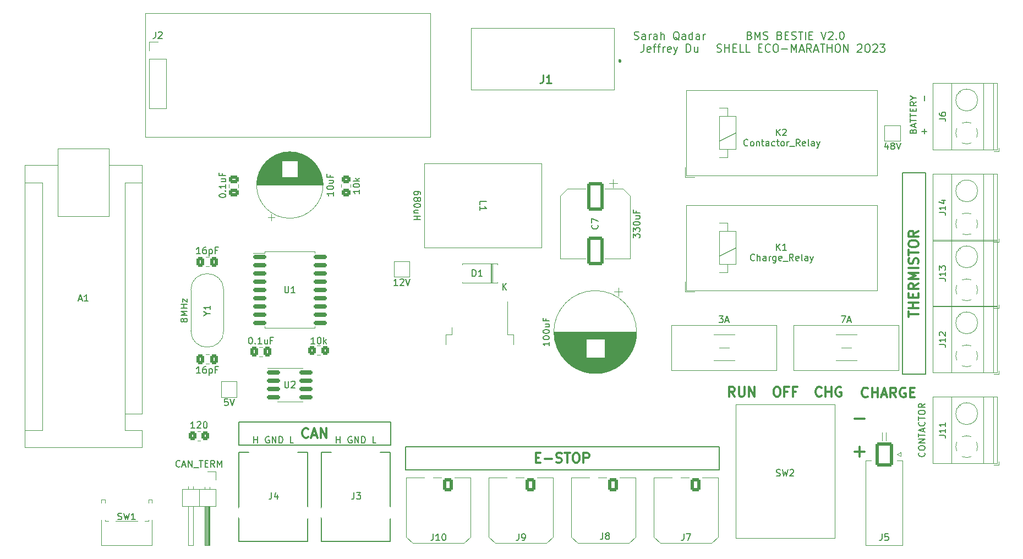
<source format=gto>
%TF.GenerationSoftware,KiCad,Pcbnew,(6.0.8-1)-1*%
%TF.CreationDate,2023-03-04T15:31:58-08:00*%
%TF.ProjectId,Urban Battery - BMS_complement,55726261-6e20-4426-9174-74657279202d,rev?*%
%TF.SameCoordinates,Original*%
%TF.FileFunction,Legend,Top*%
%TF.FilePolarity,Positive*%
%FSLAX46Y46*%
G04 Gerber Fmt 4.6, Leading zero omitted, Abs format (unit mm)*
G04 Created by KiCad (PCBNEW (6.0.8-1)-1) date 2023-03-04 15:31:58*
%MOMM*%
%LPD*%
G01*
G04 APERTURE LIST*
G04 Aperture macros list*
%AMRoundRect*
0 Rectangle with rounded corners*
0 $1 Rounding radius*
0 $2 $3 $4 $5 $6 $7 $8 $9 X,Y pos of 4 corners*
0 Add a 4 corners polygon primitive as box body*
4,1,4,$2,$3,$4,$5,$6,$7,$8,$9,$2,$3,0*
0 Add four circle primitives for the rounded corners*
1,1,$1+$1,$2,$3*
1,1,$1+$1,$4,$5*
1,1,$1+$1,$6,$7*
1,1,$1+$1,$8,$9*
0 Add four rect primitives between the rounded corners*
20,1,$1+$1,$2,$3,$4,$5,0*
20,1,$1+$1,$4,$5,$6,$7,0*
20,1,$1+$1,$6,$7,$8,$9,0*
20,1,$1+$1,$8,$9,$2,$3,0*%
G04 Aperture macros list end*
%ADD10C,0.150000*%
%ADD11C,0.200000*%
%ADD12C,0.300000*%
%ADD13C,0.254000*%
%ADD14C,0.120000*%
%ADD15C,0.100000*%
%ADD16C,0.400000*%
%ADD17C,3.000000*%
%ADD18RoundRect,0.250001X0.499999X0.759999X-0.499999X0.759999X-0.499999X-0.759999X0.499999X-0.759999X0*%
%ADD19O,1.500000X2.020000*%
%ADD20R,2.600000X2.600000*%
%ADD21C,2.600000*%
%ADD22RoundRect,0.250001X1.099999X1.599999X-1.099999X1.599999X-1.099999X-1.599999X1.099999X-1.599999X0*%
%ADD23O,2.700000X3.700000*%
%ADD24R,1.600000X1.600000*%
%ADD25O,1.600000X1.600000*%
%ADD26C,3.200000*%
%ADD27R,2.000000X2.000000*%
%ADD28RoundRect,0.250000X0.337500X0.475000X-0.337500X0.475000X-0.337500X-0.475000X0.337500X-0.475000X0*%
%ADD29C,2.780000*%
%ADD30RoundRect,0.150000X-0.875000X-0.150000X0.875000X-0.150000X0.875000X0.150000X-0.875000X0.150000X0*%
%ADD31R,2.400000X2.400000*%
%ADD32C,2.400000*%
%ADD33RoundRect,0.250000X-0.350000X-0.450000X0.350000X-0.450000X0.350000X0.450000X-0.350000X0.450000X0*%
%ADD34O,2.000000X3.000000*%
%ADD35R,3.000000X2.000000*%
%ADD36O,3.000000X2.000000*%
%ADD37RoundRect,0.250000X0.475000X-0.337500X0.475000X0.337500X-0.475000X0.337500X-0.475000X-0.337500X0*%
%ADD38R,2.200000X2.200000*%
%ADD39O,2.200000X2.200000*%
%ADD40R,1.700000X1.700000*%
%ADD41O,1.700000X1.700000*%
%ADD42C,1.500000*%
%ADD43RoundRect,0.250000X-1.000000X1.950000X-1.000000X-1.950000X1.000000X-1.950000X1.000000X1.950000X0*%
%ADD44C,3.400000*%
%ADD45R,1.690000X1.690000*%
%ADD46C,1.690000*%
%ADD47C,2.616200*%
%ADD48RoundRect,0.150000X-0.825000X-0.150000X0.825000X-0.150000X0.825000X0.150000X-0.825000X0.150000X0*%
%ADD49C,1.100000*%
%ADD50C,1.300000*%
%ADD51RoundRect,0.250000X0.450000X-0.350000X0.450000X0.350000X-0.450000X0.350000X-0.450000X-0.350000X0*%
%ADD52C,1.900000*%
%ADD53C,2.100000*%
%ADD54C,1.750000*%
%ADD55C,2.000000*%
%ADD56R,1.100000X4.600000*%
%ADD57R,10.800000X9.400000*%
G04 APERTURE END LIST*
D10*
X111506000Y-119126000D02*
X134874000Y-119126000D01*
X134874000Y-119126000D02*
X134874000Y-115570000D01*
X134874000Y-115570000D02*
X111506000Y-115570000D01*
X111506000Y-115570000D02*
X111506000Y-119126000D01*
D11*
X137160000Y-122936000D02*
X185420000Y-122936000D01*
X185420000Y-122936000D02*
X185420000Y-119380000D01*
X185420000Y-119380000D02*
X137160000Y-119380000D01*
X137160000Y-119380000D02*
X137160000Y-122936000D01*
D10*
X217170000Y-77216000D02*
X213614000Y-77216000D01*
X213614000Y-77216000D02*
X213614000Y-108204000D01*
X213614000Y-108204000D02*
X217170000Y-108204000D01*
X217170000Y-108204000D02*
X217170000Y-77216000D01*
D12*
X157218571Y-121050857D02*
X157718571Y-121050857D01*
X157932857Y-121836571D02*
X157218571Y-121836571D01*
X157218571Y-120336571D01*
X157932857Y-120336571D01*
X158575714Y-121265142D02*
X159718571Y-121265142D01*
X160361428Y-121765142D02*
X160575714Y-121836571D01*
X160932857Y-121836571D01*
X161075714Y-121765142D01*
X161147142Y-121693714D01*
X161218571Y-121550857D01*
X161218571Y-121408000D01*
X161147142Y-121265142D01*
X161075714Y-121193714D01*
X160932857Y-121122285D01*
X160647142Y-121050857D01*
X160504285Y-120979428D01*
X160432857Y-120908000D01*
X160361428Y-120765142D01*
X160361428Y-120622285D01*
X160432857Y-120479428D01*
X160504285Y-120408000D01*
X160647142Y-120336571D01*
X161004285Y-120336571D01*
X161218571Y-120408000D01*
X161647142Y-120336571D02*
X162504285Y-120336571D01*
X162075714Y-121836571D02*
X162075714Y-120336571D01*
X163290000Y-120336571D02*
X163575714Y-120336571D01*
X163718571Y-120408000D01*
X163861428Y-120550857D01*
X163932857Y-120836571D01*
X163932857Y-121336571D01*
X163861428Y-121622285D01*
X163718571Y-121765142D01*
X163575714Y-121836571D01*
X163290000Y-121836571D01*
X163147142Y-121765142D01*
X163004285Y-121622285D01*
X162932857Y-121336571D01*
X162932857Y-120836571D01*
X163004285Y-120550857D01*
X163147142Y-120408000D01*
X163290000Y-120336571D01*
X164575714Y-121836571D02*
X164575714Y-120336571D01*
X165147142Y-120336571D01*
X165290000Y-120408000D01*
X165361428Y-120479428D01*
X165432857Y-120622285D01*
X165432857Y-120836571D01*
X165361428Y-120979428D01*
X165290000Y-121050857D01*
X165147142Y-121122285D01*
X164575714Y-121122285D01*
X206248095Y-115077857D02*
X207771904Y-115077857D01*
X214570571Y-99388571D02*
X214570571Y-98531428D01*
X216070571Y-98960000D02*
X214570571Y-98960000D01*
X216070571Y-98031428D02*
X214570571Y-98031428D01*
X215284857Y-98031428D02*
X215284857Y-97174285D01*
X216070571Y-97174285D02*
X214570571Y-97174285D01*
X215284857Y-96460000D02*
X215284857Y-95960000D01*
X216070571Y-95745714D02*
X216070571Y-96460000D01*
X214570571Y-96460000D01*
X214570571Y-95745714D01*
X216070571Y-94245714D02*
X215356285Y-94745714D01*
X216070571Y-95102857D02*
X214570571Y-95102857D01*
X214570571Y-94531428D01*
X214642000Y-94388571D01*
X214713428Y-94317142D01*
X214856285Y-94245714D01*
X215070571Y-94245714D01*
X215213428Y-94317142D01*
X215284857Y-94388571D01*
X215356285Y-94531428D01*
X215356285Y-95102857D01*
X216070571Y-93602857D02*
X214570571Y-93602857D01*
X215642000Y-93102857D01*
X214570571Y-92602857D01*
X216070571Y-92602857D01*
X216070571Y-91888571D02*
X214570571Y-91888571D01*
X215999142Y-91245714D02*
X216070571Y-91031428D01*
X216070571Y-90674285D01*
X215999142Y-90531428D01*
X215927714Y-90460000D01*
X215784857Y-90388571D01*
X215642000Y-90388571D01*
X215499142Y-90460000D01*
X215427714Y-90531428D01*
X215356285Y-90674285D01*
X215284857Y-90960000D01*
X215213428Y-91102857D01*
X215142000Y-91174285D01*
X214999142Y-91245714D01*
X214856285Y-91245714D01*
X214713428Y-91174285D01*
X214642000Y-91102857D01*
X214570571Y-90960000D01*
X214570571Y-90602857D01*
X214642000Y-90388571D01*
X214570571Y-89960000D02*
X214570571Y-89102857D01*
X216070571Y-89531428D02*
X214570571Y-89531428D01*
X214570571Y-88317142D02*
X214570571Y-88031428D01*
X214642000Y-87888571D01*
X214784857Y-87745714D01*
X215070571Y-87674285D01*
X215570571Y-87674285D01*
X215856285Y-87745714D01*
X215999142Y-87888571D01*
X216070571Y-88031428D01*
X216070571Y-88317142D01*
X215999142Y-88460000D01*
X215856285Y-88602857D01*
X215570571Y-88674285D01*
X215070571Y-88674285D01*
X214784857Y-88602857D01*
X214642000Y-88460000D01*
X214570571Y-88317142D01*
X216070571Y-86174285D02*
X215356285Y-86674285D01*
X216070571Y-87031428D02*
X214570571Y-87031428D01*
X214570571Y-86460000D01*
X214642000Y-86317142D01*
X214713428Y-86245714D01*
X214856285Y-86174285D01*
X215070571Y-86174285D01*
X215213428Y-86245714D01*
X215284857Y-86317142D01*
X215356285Y-86460000D01*
X215356285Y-87031428D01*
D10*
X215277571Y-70826000D02*
X215325190Y-70683142D01*
X215372809Y-70635523D01*
X215468047Y-70587904D01*
X215610904Y-70587904D01*
X215706142Y-70635523D01*
X215753761Y-70683142D01*
X215801380Y-70778380D01*
X215801380Y-71159333D01*
X214801380Y-71159333D01*
X214801380Y-70826000D01*
X214849000Y-70730761D01*
X214896619Y-70683142D01*
X214991857Y-70635523D01*
X215087095Y-70635523D01*
X215182333Y-70683142D01*
X215229952Y-70730761D01*
X215277571Y-70826000D01*
X215277571Y-71159333D01*
X215515666Y-70206952D02*
X215515666Y-69730761D01*
X215801380Y-70302190D02*
X214801380Y-69968857D01*
X215801380Y-69635523D01*
X214801380Y-69445047D02*
X214801380Y-68873619D01*
X215801380Y-69159333D02*
X214801380Y-69159333D01*
X214801380Y-68683142D02*
X214801380Y-68111714D01*
X215801380Y-68397428D02*
X214801380Y-68397428D01*
X215277571Y-67778380D02*
X215277571Y-67445047D01*
X215801380Y-67302190D02*
X215801380Y-67778380D01*
X214801380Y-67778380D01*
X214801380Y-67302190D01*
X215801380Y-66302190D02*
X215325190Y-66635523D01*
X215801380Y-66873619D02*
X214801380Y-66873619D01*
X214801380Y-66492666D01*
X214849000Y-66397428D01*
X214896619Y-66349809D01*
X214991857Y-66302190D01*
X215134714Y-66302190D01*
X215229952Y-66349809D01*
X215277571Y-66397428D01*
X215325190Y-66492666D01*
X215325190Y-66873619D01*
X215325190Y-65683142D02*
X215801380Y-65683142D01*
X214801380Y-66016476D02*
X215325190Y-65683142D01*
X214801380Y-65349809D01*
X217030428Y-71230761D02*
X217030428Y-70468857D01*
X217411380Y-70849809D02*
X216649476Y-70849809D01*
X217030428Y-66183142D02*
X217030428Y-65421238D01*
D12*
X122225714Y-117883714D02*
X122154285Y-117955142D01*
X121940000Y-118026571D01*
X121797142Y-118026571D01*
X121582857Y-117955142D01*
X121440000Y-117812285D01*
X121368571Y-117669428D01*
X121297142Y-117383714D01*
X121297142Y-117169428D01*
X121368571Y-116883714D01*
X121440000Y-116740857D01*
X121582857Y-116598000D01*
X121797142Y-116526571D01*
X121940000Y-116526571D01*
X122154285Y-116598000D01*
X122225714Y-116669428D01*
X122797142Y-117598000D02*
X123511428Y-117598000D01*
X122654285Y-118026571D02*
X123154285Y-116526571D01*
X123654285Y-118026571D01*
X124154285Y-118026571D02*
X124154285Y-116526571D01*
X125011428Y-118026571D01*
X125011428Y-116526571D01*
D10*
X190139642Y-56098285D02*
X190311071Y-56155428D01*
X190368214Y-56212571D01*
X190425357Y-56326857D01*
X190425357Y-56498285D01*
X190368214Y-56612571D01*
X190311071Y-56669714D01*
X190196785Y-56726857D01*
X189739642Y-56726857D01*
X189739642Y-55526857D01*
X190139642Y-55526857D01*
X190253928Y-55584000D01*
X190311071Y-55641142D01*
X190368214Y-55755428D01*
X190368214Y-55869714D01*
X190311071Y-55984000D01*
X190253928Y-56041142D01*
X190139642Y-56098285D01*
X189739642Y-56098285D01*
X190939642Y-56726857D02*
X190939642Y-55526857D01*
X191339642Y-56384000D01*
X191739642Y-55526857D01*
X191739642Y-56726857D01*
X192253928Y-56669714D02*
X192425357Y-56726857D01*
X192711071Y-56726857D01*
X192825357Y-56669714D01*
X192882500Y-56612571D01*
X192939642Y-56498285D01*
X192939642Y-56384000D01*
X192882500Y-56269714D01*
X192825357Y-56212571D01*
X192711071Y-56155428D01*
X192482500Y-56098285D01*
X192368214Y-56041142D01*
X192311071Y-55984000D01*
X192253928Y-55869714D01*
X192253928Y-55755428D01*
X192311071Y-55641142D01*
X192368214Y-55584000D01*
X192482500Y-55526857D01*
X192768214Y-55526857D01*
X192939642Y-55584000D01*
X194768214Y-56098285D02*
X194939642Y-56155428D01*
X194996785Y-56212571D01*
X195053928Y-56326857D01*
X195053928Y-56498285D01*
X194996785Y-56612571D01*
X194939642Y-56669714D01*
X194825357Y-56726857D01*
X194368214Y-56726857D01*
X194368214Y-55526857D01*
X194768214Y-55526857D01*
X194882500Y-55584000D01*
X194939642Y-55641142D01*
X194996785Y-55755428D01*
X194996785Y-55869714D01*
X194939642Y-55984000D01*
X194882500Y-56041142D01*
X194768214Y-56098285D01*
X194368214Y-56098285D01*
X195568214Y-56098285D02*
X195968214Y-56098285D01*
X196139642Y-56726857D02*
X195568214Y-56726857D01*
X195568214Y-55526857D01*
X196139642Y-55526857D01*
X196596785Y-56669714D02*
X196768214Y-56726857D01*
X197053928Y-56726857D01*
X197168214Y-56669714D01*
X197225357Y-56612571D01*
X197282500Y-56498285D01*
X197282500Y-56384000D01*
X197225357Y-56269714D01*
X197168214Y-56212571D01*
X197053928Y-56155428D01*
X196825357Y-56098285D01*
X196711071Y-56041142D01*
X196653928Y-55984000D01*
X196596785Y-55869714D01*
X196596785Y-55755428D01*
X196653928Y-55641142D01*
X196711071Y-55584000D01*
X196825357Y-55526857D01*
X197111071Y-55526857D01*
X197282500Y-55584000D01*
X197625357Y-55526857D02*
X198311071Y-55526857D01*
X197968214Y-56726857D02*
X197968214Y-55526857D01*
X198711071Y-56726857D02*
X198711071Y-55526857D01*
X199282500Y-56098285D02*
X199682500Y-56098285D01*
X199853928Y-56726857D02*
X199282500Y-56726857D01*
X199282500Y-55526857D01*
X199853928Y-55526857D01*
X201111071Y-55526857D02*
X201511071Y-56726857D01*
X201911071Y-55526857D01*
X202253928Y-55641142D02*
X202311071Y-55584000D01*
X202425357Y-55526857D01*
X202711071Y-55526857D01*
X202825357Y-55584000D01*
X202882500Y-55641142D01*
X202939642Y-55755428D01*
X202939642Y-55869714D01*
X202882500Y-56041142D01*
X202196785Y-56726857D01*
X202939642Y-56726857D01*
X203453928Y-56612571D02*
X203511071Y-56669714D01*
X203453928Y-56726857D01*
X203396785Y-56669714D01*
X203453928Y-56612571D01*
X203453928Y-56726857D01*
X204253928Y-55526857D02*
X204368214Y-55526857D01*
X204482500Y-55584000D01*
X204539642Y-55641142D01*
X204596785Y-55755428D01*
X204653928Y-55984000D01*
X204653928Y-56269714D01*
X204596785Y-56498285D01*
X204539642Y-56612571D01*
X204482500Y-56669714D01*
X204368214Y-56726857D01*
X204253928Y-56726857D01*
X204139642Y-56669714D01*
X204082500Y-56612571D01*
X204025357Y-56498285D01*
X203968214Y-56269714D01*
X203968214Y-55984000D01*
X204025357Y-55755428D01*
X204082500Y-55641142D01*
X204139642Y-55584000D01*
X204253928Y-55526857D01*
X185111071Y-58601714D02*
X185282500Y-58658857D01*
X185568214Y-58658857D01*
X185682500Y-58601714D01*
X185739642Y-58544571D01*
X185796785Y-58430285D01*
X185796785Y-58316000D01*
X185739642Y-58201714D01*
X185682500Y-58144571D01*
X185568214Y-58087428D01*
X185339642Y-58030285D01*
X185225357Y-57973142D01*
X185168214Y-57916000D01*
X185111071Y-57801714D01*
X185111071Y-57687428D01*
X185168214Y-57573142D01*
X185225357Y-57516000D01*
X185339642Y-57458857D01*
X185625357Y-57458857D01*
X185796785Y-57516000D01*
X186311071Y-58658857D02*
X186311071Y-57458857D01*
X186311071Y-58030285D02*
X186996785Y-58030285D01*
X186996785Y-58658857D02*
X186996785Y-57458857D01*
X187568214Y-58030285D02*
X187968214Y-58030285D01*
X188139642Y-58658857D02*
X187568214Y-58658857D01*
X187568214Y-57458857D01*
X188139642Y-57458857D01*
X189225357Y-58658857D02*
X188653928Y-58658857D01*
X188653928Y-57458857D01*
X190196785Y-58658857D02*
X189625357Y-58658857D01*
X189625357Y-57458857D01*
X191511071Y-58030285D02*
X191911071Y-58030285D01*
X192082500Y-58658857D02*
X191511071Y-58658857D01*
X191511071Y-57458857D01*
X192082500Y-57458857D01*
X193282500Y-58544571D02*
X193225357Y-58601714D01*
X193053928Y-58658857D01*
X192939642Y-58658857D01*
X192768214Y-58601714D01*
X192653928Y-58487428D01*
X192596785Y-58373142D01*
X192539642Y-58144571D01*
X192539642Y-57973142D01*
X192596785Y-57744571D01*
X192653928Y-57630285D01*
X192768214Y-57516000D01*
X192939642Y-57458857D01*
X193053928Y-57458857D01*
X193225357Y-57516000D01*
X193282500Y-57573142D01*
X194025357Y-57458857D02*
X194253928Y-57458857D01*
X194368214Y-57516000D01*
X194482500Y-57630285D01*
X194539642Y-57858857D01*
X194539642Y-58258857D01*
X194482500Y-58487428D01*
X194368214Y-58601714D01*
X194253928Y-58658857D01*
X194025357Y-58658857D01*
X193911071Y-58601714D01*
X193796785Y-58487428D01*
X193739642Y-58258857D01*
X193739642Y-57858857D01*
X193796785Y-57630285D01*
X193911071Y-57516000D01*
X194025357Y-57458857D01*
X195053928Y-58201714D02*
X195968214Y-58201714D01*
X196539642Y-58658857D02*
X196539642Y-57458857D01*
X196939642Y-58316000D01*
X197339642Y-57458857D01*
X197339642Y-58658857D01*
X197853928Y-58316000D02*
X198425357Y-58316000D01*
X197739642Y-58658857D02*
X198139642Y-57458857D01*
X198539642Y-58658857D01*
X199625357Y-58658857D02*
X199225357Y-58087428D01*
X198939642Y-58658857D02*
X198939642Y-57458857D01*
X199396785Y-57458857D01*
X199511071Y-57516000D01*
X199568214Y-57573142D01*
X199625357Y-57687428D01*
X199625357Y-57858857D01*
X199568214Y-57973142D01*
X199511071Y-58030285D01*
X199396785Y-58087428D01*
X198939642Y-58087428D01*
X200082500Y-58316000D02*
X200653928Y-58316000D01*
X199968214Y-58658857D02*
X200368214Y-57458857D01*
X200768214Y-58658857D01*
X200996785Y-57458857D02*
X201682500Y-57458857D01*
X201339642Y-58658857D02*
X201339642Y-57458857D01*
X202082500Y-58658857D02*
X202082500Y-57458857D01*
X202082500Y-58030285D02*
X202768214Y-58030285D01*
X202768214Y-58658857D02*
X202768214Y-57458857D01*
X203568214Y-57458857D02*
X203796785Y-57458857D01*
X203911071Y-57516000D01*
X204025357Y-57630285D01*
X204082500Y-57858857D01*
X204082500Y-58258857D01*
X204025357Y-58487428D01*
X203911071Y-58601714D01*
X203796785Y-58658857D01*
X203568214Y-58658857D01*
X203453928Y-58601714D01*
X203339642Y-58487428D01*
X203282500Y-58258857D01*
X203282500Y-57858857D01*
X203339642Y-57630285D01*
X203453928Y-57516000D01*
X203568214Y-57458857D01*
X204596785Y-58658857D02*
X204596785Y-57458857D01*
X205282500Y-58658857D01*
X205282500Y-57458857D01*
X206711071Y-57573142D02*
X206768214Y-57516000D01*
X206882500Y-57458857D01*
X207168214Y-57458857D01*
X207282500Y-57516000D01*
X207339642Y-57573142D01*
X207396785Y-57687428D01*
X207396785Y-57801714D01*
X207339642Y-57973142D01*
X206653928Y-58658857D01*
X207396785Y-58658857D01*
X208139642Y-57458857D02*
X208368214Y-57458857D01*
X208482500Y-57516000D01*
X208596785Y-57630285D01*
X208653928Y-57858857D01*
X208653928Y-58258857D01*
X208596785Y-58487428D01*
X208482500Y-58601714D01*
X208368214Y-58658857D01*
X208139642Y-58658857D01*
X208025357Y-58601714D01*
X207911071Y-58487428D01*
X207853928Y-58258857D01*
X207853928Y-57858857D01*
X207911071Y-57630285D01*
X208025357Y-57516000D01*
X208139642Y-57458857D01*
X209111071Y-57573142D02*
X209168214Y-57516000D01*
X209282500Y-57458857D01*
X209568214Y-57458857D01*
X209682500Y-57516000D01*
X209739642Y-57573142D01*
X209796785Y-57687428D01*
X209796785Y-57801714D01*
X209739642Y-57973142D01*
X209053928Y-58658857D01*
X209796785Y-58658857D01*
X210196785Y-57458857D02*
X210939642Y-57458857D01*
X210539642Y-57916000D01*
X210711071Y-57916000D01*
X210825357Y-57973142D01*
X210882500Y-58030285D01*
X210939642Y-58144571D01*
X210939642Y-58430285D01*
X210882500Y-58544571D01*
X210825357Y-58601714D01*
X210711071Y-58658857D01*
X210368214Y-58658857D01*
X210253928Y-58601714D01*
X210196785Y-58544571D01*
X126563809Y-118816380D02*
X126563809Y-117816380D01*
X126563809Y-118292571D02*
X127135238Y-118292571D01*
X127135238Y-118816380D02*
X127135238Y-117816380D01*
X128897142Y-117864000D02*
X128801904Y-117816380D01*
X128659047Y-117816380D01*
X128516190Y-117864000D01*
X128420952Y-117959238D01*
X128373333Y-118054476D01*
X128325714Y-118244952D01*
X128325714Y-118387809D01*
X128373333Y-118578285D01*
X128420952Y-118673523D01*
X128516190Y-118768761D01*
X128659047Y-118816380D01*
X128754285Y-118816380D01*
X128897142Y-118768761D01*
X128944761Y-118721142D01*
X128944761Y-118387809D01*
X128754285Y-118387809D01*
X129373333Y-118816380D02*
X129373333Y-117816380D01*
X129944761Y-118816380D01*
X129944761Y-117816380D01*
X130420952Y-118816380D02*
X130420952Y-117816380D01*
X130659047Y-117816380D01*
X130801904Y-117864000D01*
X130897142Y-117959238D01*
X130944761Y-118054476D01*
X130992380Y-118244952D01*
X130992380Y-118387809D01*
X130944761Y-118578285D01*
X130897142Y-118673523D01*
X130801904Y-118768761D01*
X130659047Y-118816380D01*
X130420952Y-118816380D01*
X132659047Y-118816380D02*
X132182857Y-118816380D01*
X132182857Y-117816380D01*
X172371428Y-56669714D02*
X172542857Y-56726857D01*
X172828571Y-56726857D01*
X172942857Y-56669714D01*
X173000000Y-56612571D01*
X173057142Y-56498285D01*
X173057142Y-56384000D01*
X173000000Y-56269714D01*
X172942857Y-56212571D01*
X172828571Y-56155428D01*
X172600000Y-56098285D01*
X172485714Y-56041142D01*
X172428571Y-55984000D01*
X172371428Y-55869714D01*
X172371428Y-55755428D01*
X172428571Y-55641142D01*
X172485714Y-55584000D01*
X172600000Y-55526857D01*
X172885714Y-55526857D01*
X173057142Y-55584000D01*
X174085714Y-56726857D02*
X174085714Y-56098285D01*
X174028571Y-55984000D01*
X173914285Y-55926857D01*
X173685714Y-55926857D01*
X173571428Y-55984000D01*
X174085714Y-56669714D02*
X173971428Y-56726857D01*
X173685714Y-56726857D01*
X173571428Y-56669714D01*
X173514285Y-56555428D01*
X173514285Y-56441142D01*
X173571428Y-56326857D01*
X173685714Y-56269714D01*
X173971428Y-56269714D01*
X174085714Y-56212571D01*
X174657142Y-56726857D02*
X174657142Y-55926857D01*
X174657142Y-56155428D02*
X174714285Y-56041142D01*
X174771428Y-55984000D01*
X174885714Y-55926857D01*
X175000000Y-55926857D01*
X175914285Y-56726857D02*
X175914285Y-56098285D01*
X175857142Y-55984000D01*
X175742857Y-55926857D01*
X175514285Y-55926857D01*
X175400000Y-55984000D01*
X175914285Y-56669714D02*
X175800000Y-56726857D01*
X175514285Y-56726857D01*
X175400000Y-56669714D01*
X175342857Y-56555428D01*
X175342857Y-56441142D01*
X175400000Y-56326857D01*
X175514285Y-56269714D01*
X175800000Y-56269714D01*
X175914285Y-56212571D01*
X176485714Y-56726857D02*
X176485714Y-55526857D01*
X177000000Y-56726857D02*
X177000000Y-56098285D01*
X176942857Y-55984000D01*
X176828571Y-55926857D01*
X176657142Y-55926857D01*
X176542857Y-55984000D01*
X176485714Y-56041142D01*
X179285714Y-56841142D02*
X179171428Y-56784000D01*
X179057142Y-56669714D01*
X178885714Y-56498285D01*
X178771428Y-56441142D01*
X178657142Y-56441142D01*
X178714285Y-56726857D02*
X178600000Y-56669714D01*
X178485714Y-56555428D01*
X178428571Y-56326857D01*
X178428571Y-55926857D01*
X178485714Y-55698285D01*
X178600000Y-55584000D01*
X178714285Y-55526857D01*
X178942857Y-55526857D01*
X179057142Y-55584000D01*
X179171428Y-55698285D01*
X179228571Y-55926857D01*
X179228571Y-56326857D01*
X179171428Y-56555428D01*
X179057142Y-56669714D01*
X178942857Y-56726857D01*
X178714285Y-56726857D01*
X180257142Y-56726857D02*
X180257142Y-56098285D01*
X180200000Y-55984000D01*
X180085714Y-55926857D01*
X179857142Y-55926857D01*
X179742857Y-55984000D01*
X180257142Y-56669714D02*
X180142857Y-56726857D01*
X179857142Y-56726857D01*
X179742857Y-56669714D01*
X179685714Y-56555428D01*
X179685714Y-56441142D01*
X179742857Y-56326857D01*
X179857142Y-56269714D01*
X180142857Y-56269714D01*
X180257142Y-56212571D01*
X181342857Y-56726857D02*
X181342857Y-55526857D01*
X181342857Y-56669714D02*
X181228571Y-56726857D01*
X181000000Y-56726857D01*
X180885714Y-56669714D01*
X180828571Y-56612571D01*
X180771428Y-56498285D01*
X180771428Y-56155428D01*
X180828571Y-56041142D01*
X180885714Y-55984000D01*
X181000000Y-55926857D01*
X181228571Y-55926857D01*
X181342857Y-55984000D01*
X182428571Y-56726857D02*
X182428571Y-56098285D01*
X182371428Y-55984000D01*
X182257142Y-55926857D01*
X182028571Y-55926857D01*
X181914285Y-55984000D01*
X182428571Y-56669714D02*
X182314285Y-56726857D01*
X182028571Y-56726857D01*
X181914285Y-56669714D01*
X181857142Y-56555428D01*
X181857142Y-56441142D01*
X181914285Y-56326857D01*
X182028571Y-56269714D01*
X182314285Y-56269714D01*
X182428571Y-56212571D01*
X183000000Y-56726857D02*
X183000000Y-55926857D01*
X183000000Y-56155428D02*
X183057142Y-56041142D01*
X183114285Y-55984000D01*
X183228571Y-55926857D01*
X183342857Y-55926857D01*
X173828571Y-57458857D02*
X173828571Y-58316000D01*
X173771428Y-58487428D01*
X173657142Y-58601714D01*
X173485714Y-58658857D01*
X173371428Y-58658857D01*
X174857142Y-58601714D02*
X174742857Y-58658857D01*
X174514285Y-58658857D01*
X174400000Y-58601714D01*
X174342857Y-58487428D01*
X174342857Y-58030285D01*
X174400000Y-57916000D01*
X174514285Y-57858857D01*
X174742857Y-57858857D01*
X174857142Y-57916000D01*
X174914285Y-58030285D01*
X174914285Y-58144571D01*
X174342857Y-58258857D01*
X175257142Y-57858857D02*
X175714285Y-57858857D01*
X175428571Y-58658857D02*
X175428571Y-57630285D01*
X175485714Y-57516000D01*
X175600000Y-57458857D01*
X175714285Y-57458857D01*
X175942857Y-57858857D02*
X176400000Y-57858857D01*
X176114285Y-58658857D02*
X176114285Y-57630285D01*
X176171428Y-57516000D01*
X176285714Y-57458857D01*
X176400000Y-57458857D01*
X176800000Y-58658857D02*
X176800000Y-57858857D01*
X176800000Y-58087428D02*
X176857142Y-57973142D01*
X176914285Y-57916000D01*
X177028571Y-57858857D01*
X177142857Y-57858857D01*
X178000000Y-58601714D02*
X177885714Y-58658857D01*
X177657142Y-58658857D01*
X177542857Y-58601714D01*
X177485714Y-58487428D01*
X177485714Y-58030285D01*
X177542857Y-57916000D01*
X177657142Y-57858857D01*
X177885714Y-57858857D01*
X178000000Y-57916000D01*
X178057142Y-58030285D01*
X178057142Y-58144571D01*
X177485714Y-58258857D01*
X178457142Y-57858857D02*
X178742857Y-58658857D01*
X179028571Y-57858857D02*
X178742857Y-58658857D01*
X178628571Y-58944571D01*
X178571428Y-59001714D01*
X178457142Y-59058857D01*
X180400000Y-58658857D02*
X180400000Y-57458857D01*
X180685714Y-57458857D01*
X180857142Y-57516000D01*
X180971428Y-57630285D01*
X181028571Y-57744571D01*
X181085714Y-57973142D01*
X181085714Y-58144571D01*
X181028571Y-58373142D01*
X180971428Y-58487428D01*
X180857142Y-58601714D01*
X180685714Y-58658857D01*
X180400000Y-58658857D01*
X182114285Y-57858857D02*
X182114285Y-58658857D01*
X181600000Y-57858857D02*
X181600000Y-58487428D01*
X181657142Y-58601714D01*
X181771428Y-58658857D01*
X181942857Y-58658857D01*
X182057142Y-58601714D01*
X182114285Y-58544571D01*
D12*
X187830000Y-111676571D02*
X187330000Y-110962285D01*
X186972857Y-111676571D02*
X186972857Y-110176571D01*
X187544285Y-110176571D01*
X187687142Y-110248000D01*
X187758571Y-110319428D01*
X187830000Y-110462285D01*
X187830000Y-110676571D01*
X187758571Y-110819428D01*
X187687142Y-110890857D01*
X187544285Y-110962285D01*
X186972857Y-110962285D01*
X188472857Y-110176571D02*
X188472857Y-111390857D01*
X188544285Y-111533714D01*
X188615714Y-111605142D01*
X188758571Y-111676571D01*
X189044285Y-111676571D01*
X189187142Y-111605142D01*
X189258571Y-111533714D01*
X189330000Y-111390857D01*
X189330000Y-110176571D01*
X190044285Y-111676571D02*
X190044285Y-110176571D01*
X190901428Y-111676571D01*
X190901428Y-110176571D01*
X194187142Y-110176571D02*
X194472857Y-110176571D01*
X194615714Y-110248000D01*
X194758571Y-110390857D01*
X194830000Y-110676571D01*
X194830000Y-111176571D01*
X194758571Y-111462285D01*
X194615714Y-111605142D01*
X194472857Y-111676571D01*
X194187142Y-111676571D01*
X194044285Y-111605142D01*
X193901428Y-111462285D01*
X193830000Y-111176571D01*
X193830000Y-110676571D01*
X193901428Y-110390857D01*
X194044285Y-110248000D01*
X194187142Y-110176571D01*
X195972857Y-110890857D02*
X195472857Y-110890857D01*
X195472857Y-111676571D02*
X195472857Y-110176571D01*
X196187142Y-110176571D01*
X197258571Y-110890857D02*
X196758571Y-110890857D01*
X196758571Y-111676571D02*
X196758571Y-110176571D01*
X197472857Y-110176571D01*
X201187142Y-111533714D02*
X201115714Y-111605142D01*
X200901428Y-111676571D01*
X200758571Y-111676571D01*
X200544285Y-111605142D01*
X200401428Y-111462285D01*
X200330000Y-111319428D01*
X200258571Y-111033714D01*
X200258571Y-110819428D01*
X200330000Y-110533714D01*
X200401428Y-110390857D01*
X200544285Y-110248000D01*
X200758571Y-110176571D01*
X200901428Y-110176571D01*
X201115714Y-110248000D01*
X201187142Y-110319428D01*
X201830000Y-111676571D02*
X201830000Y-110176571D01*
X201830000Y-110890857D02*
X202687142Y-110890857D01*
X202687142Y-111676571D02*
X202687142Y-110176571D01*
X204187142Y-110248000D02*
X204044285Y-110176571D01*
X203830000Y-110176571D01*
X203615714Y-110248000D01*
X203472857Y-110390857D01*
X203401428Y-110533714D01*
X203330000Y-110819428D01*
X203330000Y-111033714D01*
X203401428Y-111319428D01*
X203472857Y-111462285D01*
X203615714Y-111605142D01*
X203830000Y-111676571D01*
X203972857Y-111676571D01*
X204187142Y-111605142D01*
X204258571Y-111533714D01*
X204258571Y-111033714D01*
X203972857Y-111033714D01*
D10*
X217019142Y-120292380D02*
X217066761Y-120340000D01*
X217114380Y-120482857D01*
X217114380Y-120578095D01*
X217066761Y-120720952D01*
X216971523Y-120816190D01*
X216876285Y-120863809D01*
X216685809Y-120911428D01*
X216542952Y-120911428D01*
X216352476Y-120863809D01*
X216257238Y-120816190D01*
X216162000Y-120720952D01*
X216114380Y-120578095D01*
X216114380Y-120482857D01*
X216162000Y-120340000D01*
X216209619Y-120292380D01*
X216114380Y-119673333D02*
X216114380Y-119482857D01*
X216162000Y-119387619D01*
X216257238Y-119292380D01*
X216447714Y-119244761D01*
X216781047Y-119244761D01*
X216971523Y-119292380D01*
X217066761Y-119387619D01*
X217114380Y-119482857D01*
X217114380Y-119673333D01*
X217066761Y-119768571D01*
X216971523Y-119863809D01*
X216781047Y-119911428D01*
X216447714Y-119911428D01*
X216257238Y-119863809D01*
X216162000Y-119768571D01*
X216114380Y-119673333D01*
X217114380Y-118816190D02*
X216114380Y-118816190D01*
X217114380Y-118244761D01*
X216114380Y-118244761D01*
X216114380Y-117911428D02*
X216114380Y-117340000D01*
X217114380Y-117625714D02*
X216114380Y-117625714D01*
X216828666Y-117054285D02*
X216828666Y-116578095D01*
X217114380Y-117149523D02*
X216114380Y-116816190D01*
X217114380Y-116482857D01*
X217019142Y-115578095D02*
X217066761Y-115625714D01*
X217114380Y-115768571D01*
X217114380Y-115863809D01*
X217066761Y-116006666D01*
X216971523Y-116101904D01*
X216876285Y-116149523D01*
X216685809Y-116197142D01*
X216542952Y-116197142D01*
X216352476Y-116149523D01*
X216257238Y-116101904D01*
X216162000Y-116006666D01*
X216114380Y-115863809D01*
X216114380Y-115768571D01*
X216162000Y-115625714D01*
X216209619Y-115578095D01*
X216114380Y-115292380D02*
X216114380Y-114720952D01*
X217114380Y-115006666D02*
X216114380Y-115006666D01*
X216114380Y-114197142D02*
X216114380Y-114006666D01*
X216162000Y-113911428D01*
X216257238Y-113816190D01*
X216447714Y-113768571D01*
X216781047Y-113768571D01*
X216971523Y-113816190D01*
X217066761Y-113911428D01*
X217114380Y-114006666D01*
X217114380Y-114197142D01*
X217066761Y-114292380D01*
X216971523Y-114387619D01*
X216781047Y-114435238D01*
X216447714Y-114435238D01*
X216257238Y-114387619D01*
X216162000Y-114292380D01*
X216114380Y-114197142D01*
X217114380Y-112768571D02*
X216638190Y-113101904D01*
X217114380Y-113340000D02*
X216114380Y-113340000D01*
X216114380Y-112959047D01*
X216162000Y-112863809D01*
X216209619Y-112816190D01*
X216304857Y-112768571D01*
X216447714Y-112768571D01*
X216542952Y-112816190D01*
X216590571Y-112863809D01*
X216638190Y-112959047D01*
X216638190Y-113340000D01*
D12*
X206248095Y-120157857D02*
X207771904Y-120157857D01*
X207010000Y-120919761D02*
X207010000Y-119395952D01*
D10*
X113863809Y-118816380D02*
X113863809Y-117816380D01*
X113863809Y-118292571D02*
X114435238Y-118292571D01*
X114435238Y-118816380D02*
X114435238Y-117816380D01*
X116197142Y-117864000D02*
X116101904Y-117816380D01*
X115959047Y-117816380D01*
X115816190Y-117864000D01*
X115720952Y-117959238D01*
X115673333Y-118054476D01*
X115625714Y-118244952D01*
X115625714Y-118387809D01*
X115673333Y-118578285D01*
X115720952Y-118673523D01*
X115816190Y-118768761D01*
X115959047Y-118816380D01*
X116054285Y-118816380D01*
X116197142Y-118768761D01*
X116244761Y-118721142D01*
X116244761Y-118387809D01*
X116054285Y-118387809D01*
X116673333Y-118816380D02*
X116673333Y-117816380D01*
X117244761Y-118816380D01*
X117244761Y-117816380D01*
X117720952Y-118816380D02*
X117720952Y-117816380D01*
X117959047Y-117816380D01*
X118101904Y-117864000D01*
X118197142Y-117959238D01*
X118244761Y-118054476D01*
X118292380Y-118244952D01*
X118292380Y-118387809D01*
X118244761Y-118578285D01*
X118197142Y-118673523D01*
X118101904Y-118768761D01*
X117959047Y-118816380D01*
X117720952Y-118816380D01*
X119959047Y-118816380D02*
X119482857Y-118816380D01*
X119482857Y-117816380D01*
D12*
X208312142Y-111660714D02*
X208240714Y-111732142D01*
X208026428Y-111803571D01*
X207883571Y-111803571D01*
X207669285Y-111732142D01*
X207526428Y-111589285D01*
X207455000Y-111446428D01*
X207383571Y-111160714D01*
X207383571Y-110946428D01*
X207455000Y-110660714D01*
X207526428Y-110517857D01*
X207669285Y-110375000D01*
X207883571Y-110303571D01*
X208026428Y-110303571D01*
X208240714Y-110375000D01*
X208312142Y-110446428D01*
X208955000Y-111803571D02*
X208955000Y-110303571D01*
X208955000Y-111017857D02*
X209812142Y-111017857D01*
X209812142Y-111803571D02*
X209812142Y-110303571D01*
X210455000Y-111375000D02*
X211169285Y-111375000D01*
X210312142Y-111803571D02*
X210812142Y-110303571D01*
X211312142Y-111803571D01*
X212669285Y-111803571D02*
X212169285Y-111089285D01*
X211812142Y-111803571D02*
X211812142Y-110303571D01*
X212383571Y-110303571D01*
X212526428Y-110375000D01*
X212597857Y-110446428D01*
X212669285Y-110589285D01*
X212669285Y-110803571D01*
X212597857Y-110946428D01*
X212526428Y-111017857D01*
X212383571Y-111089285D01*
X211812142Y-111089285D01*
X214097857Y-110375000D02*
X213955000Y-110303571D01*
X213740714Y-110303571D01*
X213526428Y-110375000D01*
X213383571Y-110517857D01*
X213312142Y-110660714D01*
X213240714Y-110946428D01*
X213240714Y-111160714D01*
X213312142Y-111446428D01*
X213383571Y-111589285D01*
X213526428Y-111732142D01*
X213740714Y-111803571D01*
X213883571Y-111803571D01*
X214097857Y-111732142D01*
X214169285Y-111660714D01*
X214169285Y-111160714D01*
X213883571Y-111160714D01*
X214812142Y-111017857D02*
X215312142Y-111017857D01*
X215526428Y-111803571D02*
X214812142Y-111803571D01*
X214812142Y-110303571D01*
X215526428Y-110303571D01*
D10*
X180006666Y-132802380D02*
X180006666Y-133516666D01*
X179959047Y-133659523D01*
X179863809Y-133754761D01*
X179720952Y-133802380D01*
X179625714Y-133802380D01*
X180387619Y-132802380D02*
X181054285Y-132802380D01*
X180625714Y-133802380D01*
X219289380Y-68913333D02*
X220003666Y-68913333D01*
X220146523Y-68960952D01*
X220241761Y-69056190D01*
X220289380Y-69199047D01*
X220289380Y-69294285D01*
X219289380Y-68008571D02*
X219289380Y-68199047D01*
X219337000Y-68294285D01*
X219384619Y-68341904D01*
X219527476Y-68437142D01*
X219717952Y-68484761D01*
X220098904Y-68484761D01*
X220194142Y-68437142D01*
X220241761Y-68389523D01*
X220289380Y-68294285D01*
X220289380Y-68103809D01*
X220241761Y-68008571D01*
X220194142Y-67960952D01*
X220098904Y-67913333D01*
X219860809Y-67913333D01*
X219765571Y-67960952D01*
X219717952Y-68008571D01*
X219670333Y-68103809D01*
X219670333Y-68294285D01*
X219717952Y-68389523D01*
X219765571Y-68437142D01*
X219860809Y-68484761D01*
X210486666Y-132802380D02*
X210486666Y-133516666D01*
X210439047Y-133659523D01*
X210343809Y-133754761D01*
X210200952Y-133802380D01*
X210105714Y-133802380D01*
X211439047Y-132802380D02*
X210962857Y-132802380D01*
X210915238Y-133278571D01*
X210962857Y-133230952D01*
X211058095Y-133183333D01*
X211296190Y-133183333D01*
X211391428Y-133230952D01*
X211439047Y-133278571D01*
X211486666Y-133373809D01*
X211486666Y-133611904D01*
X211439047Y-133707142D01*
X211391428Y-133754761D01*
X211296190Y-133802380D01*
X211058095Y-133802380D01*
X210962857Y-133754761D01*
X210915238Y-133707142D01*
X86915714Y-96686666D02*
X87391904Y-96686666D01*
X86820476Y-96972380D02*
X87153809Y-95972380D01*
X87487142Y-96972380D01*
X88344285Y-96972380D02*
X87772857Y-96972380D01*
X88058571Y-96972380D02*
X88058571Y-95972380D01*
X87963333Y-96115238D01*
X87868095Y-96210476D01*
X87772857Y-96258095D01*
X219289380Y-83364523D02*
X220003666Y-83364523D01*
X220146523Y-83412142D01*
X220241761Y-83507380D01*
X220289380Y-83650238D01*
X220289380Y-83745476D01*
X220289380Y-82364523D02*
X220289380Y-82935952D01*
X220289380Y-82650238D02*
X219289380Y-82650238D01*
X219432238Y-82745476D01*
X219527476Y-82840714D01*
X219575095Y-82935952D01*
X219622714Y-81507380D02*
X220289380Y-81507380D01*
X219241761Y-81745476D02*
X219956047Y-81983571D01*
X219956047Y-81364523D01*
X109842323Y-112043180D02*
X109366133Y-112043180D01*
X109318514Y-112519371D01*
X109366133Y-112471752D01*
X109461371Y-112424133D01*
X109699466Y-112424133D01*
X109794704Y-112471752D01*
X109842323Y-112519371D01*
X109889942Y-112614609D01*
X109889942Y-112852704D01*
X109842323Y-112947942D01*
X109794704Y-112995561D01*
X109699466Y-113043180D01*
X109461371Y-113043180D01*
X109366133Y-112995561D01*
X109318514Y-112947942D01*
X110175657Y-112043180D02*
X110508990Y-113043180D01*
X110842323Y-112043180D01*
X211375714Y-72955714D02*
X211375714Y-73622380D01*
X211137619Y-72574761D02*
X210899523Y-73289047D01*
X211518571Y-73289047D01*
X212042380Y-73050952D02*
X211947142Y-73003333D01*
X211899523Y-72955714D01*
X211851904Y-72860476D01*
X211851904Y-72812857D01*
X211899523Y-72717619D01*
X211947142Y-72670000D01*
X212042380Y-72622380D01*
X212232857Y-72622380D01*
X212328095Y-72670000D01*
X212375714Y-72717619D01*
X212423333Y-72812857D01*
X212423333Y-72860476D01*
X212375714Y-72955714D01*
X212328095Y-73003333D01*
X212232857Y-73050952D01*
X212042380Y-73050952D01*
X211947142Y-73098571D01*
X211899523Y-73146190D01*
X211851904Y-73241428D01*
X211851904Y-73431904D01*
X211899523Y-73527142D01*
X211947142Y-73574761D01*
X212042380Y-73622380D01*
X212232857Y-73622380D01*
X212328095Y-73574761D01*
X212375714Y-73527142D01*
X212423333Y-73431904D01*
X212423333Y-73241428D01*
X212375714Y-73146190D01*
X212328095Y-73098571D01*
X212232857Y-73050952D01*
X212709047Y-72622380D02*
X213042380Y-73622380D01*
X213375714Y-72622380D01*
X105608571Y-89694180D02*
X105037142Y-89694180D01*
X105322857Y-89694180D02*
X105322857Y-88694180D01*
X105227619Y-88837038D01*
X105132380Y-88932276D01*
X105037142Y-88979895D01*
X106465714Y-88694180D02*
X106275238Y-88694180D01*
X106180000Y-88741800D01*
X106132380Y-88789419D01*
X106037142Y-88932276D01*
X105989523Y-89122752D01*
X105989523Y-89503704D01*
X106037142Y-89598942D01*
X106084761Y-89646561D01*
X106180000Y-89694180D01*
X106370476Y-89694180D01*
X106465714Y-89646561D01*
X106513333Y-89598942D01*
X106560952Y-89503704D01*
X106560952Y-89265609D01*
X106513333Y-89170371D01*
X106465714Y-89122752D01*
X106370476Y-89075133D01*
X106180000Y-89075133D01*
X106084761Y-89122752D01*
X106037142Y-89170371D01*
X105989523Y-89265609D01*
X106989523Y-89027514D02*
X106989523Y-90027514D01*
X106989523Y-89075133D02*
X107084761Y-89027514D01*
X107275238Y-89027514D01*
X107370476Y-89075133D01*
X107418095Y-89122752D01*
X107465714Y-89217990D01*
X107465714Y-89503704D01*
X107418095Y-89598942D01*
X107370476Y-89646561D01*
X107275238Y-89694180D01*
X107084761Y-89694180D01*
X106989523Y-89646561D01*
X108227619Y-89170371D02*
X107894285Y-89170371D01*
X107894285Y-89694180D02*
X107894285Y-88694180D01*
X108370476Y-88694180D01*
X185420095Y-99274380D02*
X186039142Y-99274380D01*
X185705809Y-99655333D01*
X185848666Y-99655333D01*
X185943904Y-99702952D01*
X185991523Y-99750571D01*
X186039142Y-99845809D01*
X186039142Y-100083904D01*
X185991523Y-100179142D01*
X185943904Y-100226761D01*
X185848666Y-100274380D01*
X185562952Y-100274380D01*
X185467714Y-100226761D01*
X185420095Y-100179142D01*
X186420095Y-99988666D02*
X186896285Y-99988666D01*
X186324857Y-100274380D02*
X186658190Y-99274380D01*
X186991523Y-100274380D01*
X118618095Y-94702380D02*
X118618095Y-95511904D01*
X118665714Y-95607142D01*
X118713333Y-95654761D01*
X118808571Y-95702380D01*
X118999047Y-95702380D01*
X119094285Y-95654761D01*
X119141904Y-95607142D01*
X119189523Y-95511904D01*
X119189523Y-94702380D01*
X120189523Y-95702380D02*
X119618095Y-95702380D01*
X119903809Y-95702380D02*
X119903809Y-94702380D01*
X119808571Y-94845238D01*
X119713333Y-94940476D01*
X119618095Y-94988095D01*
X159322380Y-103279942D02*
X159322380Y-103851370D01*
X159322380Y-103565656D02*
X158322380Y-103565656D01*
X158465238Y-103660894D01*
X158560476Y-103756132D01*
X158608095Y-103851370D01*
X158322380Y-102660894D02*
X158322380Y-102565656D01*
X158370000Y-102470418D01*
X158417619Y-102422799D01*
X158512857Y-102375180D01*
X158703333Y-102327561D01*
X158941428Y-102327561D01*
X159131904Y-102375180D01*
X159227142Y-102422799D01*
X159274761Y-102470418D01*
X159322380Y-102565656D01*
X159322380Y-102660894D01*
X159274761Y-102756132D01*
X159227142Y-102803751D01*
X159131904Y-102851370D01*
X158941428Y-102898989D01*
X158703333Y-102898989D01*
X158512857Y-102851370D01*
X158417619Y-102803751D01*
X158370000Y-102756132D01*
X158322380Y-102660894D01*
X158322380Y-101708513D02*
X158322380Y-101613275D01*
X158370000Y-101518037D01*
X158417619Y-101470418D01*
X158512857Y-101422799D01*
X158703333Y-101375180D01*
X158941428Y-101375180D01*
X159131904Y-101422799D01*
X159227142Y-101470418D01*
X159274761Y-101518037D01*
X159322380Y-101613275D01*
X159322380Y-101708513D01*
X159274761Y-101803751D01*
X159227142Y-101851370D01*
X159131904Y-101898989D01*
X158941428Y-101946608D01*
X158703333Y-101946608D01*
X158512857Y-101898989D01*
X158417619Y-101851370D01*
X158370000Y-101803751D01*
X158322380Y-101708513D01*
X158655714Y-100518037D02*
X159322380Y-100518037D01*
X158655714Y-100946608D02*
X159179523Y-100946608D01*
X159274761Y-100898989D01*
X159322380Y-100803751D01*
X159322380Y-100660894D01*
X159274761Y-100565656D01*
X159227142Y-100518037D01*
X158798571Y-99708513D02*
X158798571Y-100041846D01*
X159322380Y-100041846D02*
X158322380Y-100041846D01*
X158322380Y-99565656D01*
X167536666Y-132642380D02*
X167536666Y-133356666D01*
X167489047Y-133499523D01*
X167393809Y-133594761D01*
X167250952Y-133642380D01*
X167155714Y-133642380D01*
X168155714Y-133070952D02*
X168060476Y-133023333D01*
X168012857Y-132975714D01*
X167965238Y-132880476D01*
X167965238Y-132832857D01*
X168012857Y-132737619D01*
X168060476Y-132690000D01*
X168155714Y-132642380D01*
X168346190Y-132642380D01*
X168441428Y-132690000D01*
X168489047Y-132737619D01*
X168536666Y-132832857D01*
X168536666Y-132880476D01*
X168489047Y-132975714D01*
X168441428Y-133023333D01*
X168346190Y-133070952D01*
X168155714Y-133070952D01*
X168060476Y-133118571D01*
X168012857Y-133166190D01*
X167965238Y-133261428D01*
X167965238Y-133451904D01*
X168012857Y-133547142D01*
X168060476Y-133594761D01*
X168155714Y-133642380D01*
X168346190Y-133642380D01*
X168441428Y-133594761D01*
X168489047Y-133547142D01*
X168536666Y-133451904D01*
X168536666Y-133261428D01*
X168489047Y-133166190D01*
X168441428Y-133118571D01*
X168346190Y-133070952D01*
X123229761Y-103550980D02*
X122658333Y-103550980D01*
X122944047Y-103550980D02*
X122944047Y-102550980D01*
X122848809Y-102693838D01*
X122753571Y-102789076D01*
X122658333Y-102836695D01*
X123848809Y-102550980D02*
X123944047Y-102550980D01*
X124039285Y-102598600D01*
X124086904Y-102646219D01*
X124134523Y-102741457D01*
X124182142Y-102931933D01*
X124182142Y-103170028D01*
X124134523Y-103360504D01*
X124086904Y-103455742D01*
X124039285Y-103503361D01*
X123944047Y-103550980D01*
X123848809Y-103550980D01*
X123753571Y-103503361D01*
X123705952Y-103455742D01*
X123658333Y-103360504D01*
X123610714Y-103170028D01*
X123610714Y-102931933D01*
X123658333Y-102741457D01*
X123705952Y-102646219D01*
X123753571Y-102598600D01*
X123848809Y-102550980D01*
X124610714Y-103550980D02*
X124610714Y-102550980D01*
X124705952Y-103170028D02*
X124991666Y-103550980D01*
X124991666Y-102884314D02*
X124610714Y-103265266D01*
X141430476Y-132802380D02*
X141430476Y-133516666D01*
X141382857Y-133659523D01*
X141287619Y-133754761D01*
X141144761Y-133802380D01*
X141049523Y-133802380D01*
X142430476Y-133802380D02*
X141859047Y-133802380D01*
X142144761Y-133802380D02*
X142144761Y-132802380D01*
X142049523Y-132945238D01*
X141954285Y-133040476D01*
X141859047Y-133088095D01*
X143049523Y-132802380D02*
X143144761Y-132802380D01*
X143240000Y-132850000D01*
X143287619Y-132897619D01*
X143335238Y-132992857D01*
X143382857Y-133183333D01*
X143382857Y-133421428D01*
X143335238Y-133611904D01*
X143287619Y-133707142D01*
X143240000Y-133754761D01*
X143144761Y-133802380D01*
X143049523Y-133802380D01*
X142954285Y-133754761D01*
X142906666Y-133707142D01*
X142859047Y-133611904D01*
X142811428Y-133421428D01*
X142811428Y-133183333D01*
X142859047Y-132992857D01*
X142906666Y-132897619D01*
X142954285Y-132850000D01*
X143049523Y-132802380D01*
X194248904Y-71512380D02*
X194248904Y-70512380D01*
X194820333Y-71512380D02*
X194391761Y-70940952D01*
X194820333Y-70512380D02*
X194248904Y-71083809D01*
X195201285Y-70607619D02*
X195248904Y-70560000D01*
X195344142Y-70512380D01*
X195582238Y-70512380D01*
X195677476Y-70560000D01*
X195725095Y-70607619D01*
X195772714Y-70702857D01*
X195772714Y-70798095D01*
X195725095Y-70940952D01*
X195153666Y-71512380D01*
X195772714Y-71512380D01*
X189857714Y-73001142D02*
X189810095Y-73048761D01*
X189667238Y-73096380D01*
X189572000Y-73096380D01*
X189429142Y-73048761D01*
X189333904Y-72953523D01*
X189286285Y-72858285D01*
X189238666Y-72667809D01*
X189238666Y-72524952D01*
X189286285Y-72334476D01*
X189333904Y-72239238D01*
X189429142Y-72144000D01*
X189572000Y-72096380D01*
X189667238Y-72096380D01*
X189810095Y-72144000D01*
X189857714Y-72191619D01*
X190429142Y-73096380D02*
X190333904Y-73048761D01*
X190286285Y-73001142D01*
X190238666Y-72905904D01*
X190238666Y-72620190D01*
X190286285Y-72524952D01*
X190333904Y-72477333D01*
X190429142Y-72429714D01*
X190572000Y-72429714D01*
X190667238Y-72477333D01*
X190714857Y-72524952D01*
X190762476Y-72620190D01*
X190762476Y-72905904D01*
X190714857Y-73001142D01*
X190667238Y-73048761D01*
X190572000Y-73096380D01*
X190429142Y-73096380D01*
X191191047Y-72429714D02*
X191191047Y-73096380D01*
X191191047Y-72524952D02*
X191238666Y-72477333D01*
X191333904Y-72429714D01*
X191476761Y-72429714D01*
X191572000Y-72477333D01*
X191619619Y-72572571D01*
X191619619Y-73096380D01*
X191952952Y-72429714D02*
X192333904Y-72429714D01*
X192095809Y-72096380D02*
X192095809Y-72953523D01*
X192143428Y-73048761D01*
X192238666Y-73096380D01*
X192333904Y-73096380D01*
X193095809Y-73096380D02*
X193095809Y-72572571D01*
X193048190Y-72477333D01*
X192952952Y-72429714D01*
X192762476Y-72429714D01*
X192667238Y-72477333D01*
X193095809Y-73048761D02*
X193000571Y-73096380D01*
X192762476Y-73096380D01*
X192667238Y-73048761D01*
X192619619Y-72953523D01*
X192619619Y-72858285D01*
X192667238Y-72763047D01*
X192762476Y-72715428D01*
X193000571Y-72715428D01*
X193095809Y-72667809D01*
X194000571Y-73048761D02*
X193905333Y-73096380D01*
X193714857Y-73096380D01*
X193619619Y-73048761D01*
X193572000Y-73001142D01*
X193524380Y-72905904D01*
X193524380Y-72620190D01*
X193572000Y-72524952D01*
X193619619Y-72477333D01*
X193714857Y-72429714D01*
X193905333Y-72429714D01*
X194000571Y-72477333D01*
X194286285Y-72429714D02*
X194667238Y-72429714D01*
X194429142Y-72096380D02*
X194429142Y-72953523D01*
X194476761Y-73048761D01*
X194572000Y-73096380D01*
X194667238Y-73096380D01*
X195143428Y-73096380D02*
X195048190Y-73048761D01*
X195000571Y-73001142D01*
X194952952Y-72905904D01*
X194952952Y-72620190D01*
X195000571Y-72524952D01*
X195048190Y-72477333D01*
X195143428Y-72429714D01*
X195286285Y-72429714D01*
X195381523Y-72477333D01*
X195429142Y-72524952D01*
X195476761Y-72620190D01*
X195476761Y-72905904D01*
X195429142Y-73001142D01*
X195381523Y-73048761D01*
X195286285Y-73096380D01*
X195143428Y-73096380D01*
X195905333Y-73096380D02*
X195905333Y-72429714D01*
X195905333Y-72620190D02*
X195952952Y-72524952D01*
X196000571Y-72477333D01*
X196095809Y-72429714D01*
X196191047Y-72429714D01*
X196286285Y-73191619D02*
X197048190Y-73191619D01*
X197857714Y-73096380D02*
X197524380Y-72620190D01*
X197286285Y-73096380D02*
X197286285Y-72096380D01*
X197667238Y-72096380D01*
X197762476Y-72144000D01*
X197810095Y-72191619D01*
X197857714Y-72286857D01*
X197857714Y-72429714D01*
X197810095Y-72524952D01*
X197762476Y-72572571D01*
X197667238Y-72620190D01*
X197286285Y-72620190D01*
X198667238Y-73048761D02*
X198572000Y-73096380D01*
X198381523Y-73096380D01*
X198286285Y-73048761D01*
X198238666Y-72953523D01*
X198238666Y-72572571D01*
X198286285Y-72477333D01*
X198381523Y-72429714D01*
X198572000Y-72429714D01*
X198667238Y-72477333D01*
X198714857Y-72572571D01*
X198714857Y-72667809D01*
X198238666Y-72763047D01*
X199286285Y-73096380D02*
X199191047Y-73048761D01*
X199143428Y-72953523D01*
X199143428Y-72096380D01*
X200095809Y-73096380D02*
X200095809Y-72572571D01*
X200048190Y-72477333D01*
X199952952Y-72429714D01*
X199762476Y-72429714D01*
X199667238Y-72477333D01*
X200095809Y-73048761D02*
X200000571Y-73096380D01*
X199762476Y-73096380D01*
X199667238Y-73048761D01*
X199619619Y-72953523D01*
X199619619Y-72858285D01*
X199667238Y-72763047D01*
X199762476Y-72715428D01*
X200000571Y-72715428D01*
X200095809Y-72667809D01*
X200476761Y-72429714D02*
X200714857Y-73096380D01*
X200952952Y-72429714D02*
X200714857Y-73096380D01*
X200619619Y-73334476D01*
X200572000Y-73382095D01*
X200476761Y-73429714D01*
X219289380Y-103679523D02*
X220003666Y-103679523D01*
X220146523Y-103727142D01*
X220241761Y-103822380D01*
X220289380Y-103965238D01*
X220289380Y-104060476D01*
X220289380Y-102679523D02*
X220289380Y-103250952D01*
X220289380Y-102965238D02*
X219289380Y-102965238D01*
X219432238Y-103060476D01*
X219527476Y-103155714D01*
X219575095Y-103250952D01*
X219384619Y-102298571D02*
X219337000Y-102250952D01*
X219289380Y-102155714D01*
X219289380Y-101917619D01*
X219337000Y-101822380D01*
X219384619Y-101774761D01*
X219479857Y-101727142D01*
X219575095Y-101727142D01*
X219717952Y-101774761D01*
X220289380Y-102346190D01*
X220289380Y-101727142D01*
X108519980Y-80789257D02*
X108519980Y-80694019D01*
X108567600Y-80598780D01*
X108615219Y-80551161D01*
X108710457Y-80503542D01*
X108900933Y-80455923D01*
X109139028Y-80455923D01*
X109329504Y-80503542D01*
X109424742Y-80551161D01*
X109472361Y-80598780D01*
X109519980Y-80694019D01*
X109519980Y-80789257D01*
X109472361Y-80884495D01*
X109424742Y-80932114D01*
X109329504Y-80979733D01*
X109139028Y-81027352D01*
X108900933Y-81027352D01*
X108710457Y-80979733D01*
X108615219Y-80932114D01*
X108567600Y-80884495D01*
X108519980Y-80789257D01*
X109424742Y-80027352D02*
X109472361Y-79979733D01*
X109519980Y-80027352D01*
X109472361Y-80074971D01*
X109424742Y-80027352D01*
X109519980Y-80027352D01*
X109519980Y-79027352D02*
X109519980Y-79598780D01*
X109519980Y-79313066D02*
X108519980Y-79313066D01*
X108662838Y-79408304D01*
X108758076Y-79503542D01*
X108805695Y-79598780D01*
X108853314Y-78170209D02*
X109519980Y-78170209D01*
X108853314Y-78598780D02*
X109377123Y-78598780D01*
X109472361Y-78551161D01*
X109519980Y-78455923D01*
X109519980Y-78313066D01*
X109472361Y-78217828D01*
X109424742Y-78170209D01*
X108996171Y-77360685D02*
X108996171Y-77694019D01*
X109519980Y-77694019D02*
X108519980Y-77694019D01*
X108519980Y-77217828D01*
X147470904Y-93162380D02*
X147470904Y-92162380D01*
X147709000Y-92162380D01*
X147851857Y-92210000D01*
X147947095Y-92305238D01*
X147994714Y-92400476D01*
X148042333Y-92590952D01*
X148042333Y-92733809D01*
X147994714Y-92924285D01*
X147947095Y-93019523D01*
X147851857Y-93114761D01*
X147709000Y-93162380D01*
X147470904Y-93162380D01*
X148994714Y-93162380D02*
X148423285Y-93162380D01*
X148709000Y-93162380D02*
X148709000Y-92162380D01*
X148613761Y-92305238D01*
X148518523Y-92400476D01*
X148423285Y-92448095D01*
X152138095Y-95262380D02*
X152138095Y-94262380D01*
X152709523Y-95262380D02*
X152280952Y-94690952D01*
X152709523Y-94262380D02*
X152138095Y-94833809D01*
X102481428Y-122404142D02*
X102433809Y-122451761D01*
X102290952Y-122499380D01*
X102195714Y-122499380D01*
X102052857Y-122451761D01*
X101957619Y-122356523D01*
X101910000Y-122261285D01*
X101862380Y-122070809D01*
X101862380Y-121927952D01*
X101910000Y-121737476D01*
X101957619Y-121642238D01*
X102052857Y-121547000D01*
X102195714Y-121499380D01*
X102290952Y-121499380D01*
X102433809Y-121547000D01*
X102481428Y-121594619D01*
X102862380Y-122213666D02*
X103338571Y-122213666D01*
X102767142Y-122499380D02*
X103100476Y-121499380D01*
X103433809Y-122499380D01*
X103767142Y-122499380D02*
X103767142Y-121499380D01*
X104338571Y-122499380D01*
X104338571Y-121499380D01*
X104576666Y-122594619D02*
X105338571Y-122594619D01*
X105433809Y-121499380D02*
X106005238Y-121499380D01*
X105719523Y-122499380D02*
X105719523Y-121499380D01*
X106338571Y-121975571D02*
X106671904Y-121975571D01*
X106814761Y-122499380D02*
X106338571Y-122499380D01*
X106338571Y-121499380D01*
X106814761Y-121499380D01*
X107814761Y-122499380D02*
X107481428Y-122023190D01*
X107243333Y-122499380D02*
X107243333Y-121499380D01*
X107624285Y-121499380D01*
X107719523Y-121547000D01*
X107767142Y-121594619D01*
X107814761Y-121689857D01*
X107814761Y-121832714D01*
X107767142Y-121927952D01*
X107719523Y-121975571D01*
X107624285Y-122023190D01*
X107243333Y-122023190D01*
X108243333Y-122499380D02*
X108243333Y-121499380D01*
X108576666Y-122213666D01*
X108910000Y-121499380D01*
X108910000Y-122499380D01*
X154606666Y-132802380D02*
X154606666Y-133516666D01*
X154559047Y-133659523D01*
X154463809Y-133754761D01*
X154320952Y-133802380D01*
X154225714Y-133802380D01*
X155130476Y-133802380D02*
X155320952Y-133802380D01*
X155416190Y-133754761D01*
X155463809Y-133707142D01*
X155559047Y-133564285D01*
X155606666Y-133373809D01*
X155606666Y-132992857D01*
X155559047Y-132897619D01*
X155511428Y-132850000D01*
X155416190Y-132802380D01*
X155225714Y-132802380D01*
X155130476Y-132850000D01*
X155082857Y-132897619D01*
X155035238Y-132992857D01*
X155035238Y-133230952D01*
X155082857Y-133326190D01*
X155130476Y-133373809D01*
X155225714Y-133421428D01*
X155416190Y-133421428D01*
X155511428Y-133373809D01*
X155559047Y-133326190D01*
X155606666Y-133230952D01*
X106656190Y-98891190D02*
X107132380Y-98891190D01*
X106132380Y-99224523D02*
X106656190Y-98891190D01*
X106132380Y-98557857D01*
X107132380Y-97700714D02*
X107132380Y-98272142D01*
X107132380Y-97986428D02*
X106132380Y-97986428D01*
X106275238Y-98081666D01*
X106370476Y-98176904D01*
X106418095Y-98272142D01*
X103035952Y-100010238D02*
X102988333Y-100105476D01*
X102940714Y-100153095D01*
X102845476Y-100200714D01*
X102797857Y-100200714D01*
X102702619Y-100153095D01*
X102655000Y-100105476D01*
X102607380Y-100010238D01*
X102607380Y-99819761D01*
X102655000Y-99724523D01*
X102702619Y-99676904D01*
X102797857Y-99629285D01*
X102845476Y-99629285D01*
X102940714Y-99676904D01*
X102988333Y-99724523D01*
X103035952Y-99819761D01*
X103035952Y-100010238D01*
X103083571Y-100105476D01*
X103131190Y-100153095D01*
X103226428Y-100200714D01*
X103416904Y-100200714D01*
X103512142Y-100153095D01*
X103559761Y-100105476D01*
X103607380Y-100010238D01*
X103607380Y-99819761D01*
X103559761Y-99724523D01*
X103512142Y-99676904D01*
X103416904Y-99629285D01*
X103226428Y-99629285D01*
X103131190Y-99676904D01*
X103083571Y-99724523D01*
X103035952Y-99819761D01*
X103607380Y-99200714D02*
X102607380Y-99200714D01*
X103321666Y-98867380D01*
X102607380Y-98534047D01*
X103607380Y-98534047D01*
X103607380Y-98057857D02*
X102607380Y-98057857D01*
X103083571Y-98057857D02*
X103083571Y-97486428D01*
X103607380Y-97486428D02*
X102607380Y-97486428D01*
X102940714Y-97105476D02*
X102940714Y-96581666D01*
X103607380Y-97105476D01*
X103607380Y-96581666D01*
X166727142Y-85256666D02*
X166774761Y-85304285D01*
X166822380Y-85447142D01*
X166822380Y-85542380D01*
X166774761Y-85685238D01*
X166679523Y-85780476D01*
X166584285Y-85828095D01*
X166393809Y-85875714D01*
X166250952Y-85875714D01*
X166060476Y-85828095D01*
X165965238Y-85780476D01*
X165870000Y-85685238D01*
X165822380Y-85542380D01*
X165822380Y-85447142D01*
X165870000Y-85304285D01*
X165917619Y-85256666D01*
X165822380Y-84923333D02*
X165822380Y-84256666D01*
X166822380Y-84685238D01*
X172223180Y-87256666D02*
X172223180Y-86637619D01*
X172604133Y-86970952D01*
X172604133Y-86828095D01*
X172651752Y-86732857D01*
X172699371Y-86685238D01*
X172794609Y-86637619D01*
X173032704Y-86637619D01*
X173127942Y-86685238D01*
X173175561Y-86732857D01*
X173223180Y-86828095D01*
X173223180Y-87113809D01*
X173175561Y-87209047D01*
X173127942Y-87256666D01*
X172223180Y-86304285D02*
X172223180Y-85685238D01*
X172604133Y-86018571D01*
X172604133Y-85875714D01*
X172651752Y-85780476D01*
X172699371Y-85732857D01*
X172794609Y-85685238D01*
X173032704Y-85685238D01*
X173127942Y-85732857D01*
X173175561Y-85780476D01*
X173223180Y-85875714D01*
X173223180Y-86161428D01*
X173175561Y-86256666D01*
X173127942Y-86304285D01*
X172223180Y-85066190D02*
X172223180Y-84970952D01*
X172270800Y-84875714D01*
X172318419Y-84828095D01*
X172413657Y-84780476D01*
X172604133Y-84732857D01*
X172842228Y-84732857D01*
X173032704Y-84780476D01*
X173127942Y-84828095D01*
X173175561Y-84875714D01*
X173223180Y-84970952D01*
X173223180Y-85066190D01*
X173175561Y-85161428D01*
X173127942Y-85209047D01*
X173032704Y-85256666D01*
X172842228Y-85304285D01*
X172604133Y-85304285D01*
X172413657Y-85256666D01*
X172318419Y-85209047D01*
X172270800Y-85161428D01*
X172223180Y-85066190D01*
X172556514Y-83875714D02*
X173223180Y-83875714D01*
X172556514Y-84304285D02*
X173080323Y-84304285D01*
X173175561Y-84256666D01*
X173223180Y-84161428D01*
X173223180Y-84018571D01*
X173175561Y-83923333D01*
X173127942Y-83875714D01*
X172699371Y-83066190D02*
X172699371Y-83399523D01*
X173223180Y-83399523D02*
X172223180Y-83399523D01*
X172223180Y-82923333D01*
X116572309Y-126452380D02*
X116572309Y-127166666D01*
X116524690Y-127309523D01*
X116429452Y-127404761D01*
X116286595Y-127452380D01*
X116191357Y-127452380D01*
X117477071Y-126785714D02*
X117477071Y-127452380D01*
X117238976Y-126404761D02*
X117000880Y-127119047D01*
X117619928Y-127119047D01*
X219289380Y-117649523D02*
X220003666Y-117649523D01*
X220146523Y-117697142D01*
X220241761Y-117792380D01*
X220289380Y-117935238D01*
X220289380Y-118030476D01*
X220289380Y-116649523D02*
X220289380Y-117220952D01*
X220289380Y-116935238D02*
X219289380Y-116935238D01*
X219432238Y-117030476D01*
X219527476Y-117125714D01*
X219575095Y-117220952D01*
X220289380Y-115697142D02*
X220289380Y-116268571D01*
X220289380Y-115982857D02*
X219289380Y-115982857D01*
X219432238Y-116078095D01*
X219527476Y-116173333D01*
X219575095Y-116268571D01*
X194246666Y-123848761D02*
X194389523Y-123896380D01*
X194627619Y-123896380D01*
X194722857Y-123848761D01*
X194770476Y-123801142D01*
X194818095Y-123705904D01*
X194818095Y-123610666D01*
X194770476Y-123515428D01*
X194722857Y-123467809D01*
X194627619Y-123420190D01*
X194437142Y-123372571D01*
X194341904Y-123324952D01*
X194294285Y-123277333D01*
X194246666Y-123182095D01*
X194246666Y-123086857D01*
X194294285Y-122991619D01*
X194341904Y-122944000D01*
X194437142Y-122896380D01*
X194675238Y-122896380D01*
X194818095Y-122944000D01*
X195151428Y-122896380D02*
X195389523Y-123896380D01*
X195580000Y-123182095D01*
X195770476Y-123896380D01*
X196008571Y-122896380D01*
X196341904Y-122991619D02*
X196389523Y-122944000D01*
X196484761Y-122896380D01*
X196722857Y-122896380D01*
X196818095Y-122944000D01*
X196865714Y-122991619D01*
X196913333Y-123086857D01*
X196913333Y-123182095D01*
X196865714Y-123324952D01*
X196294285Y-123896380D01*
X196913333Y-123896380D01*
X129272309Y-126452380D02*
X129272309Y-127166666D01*
X129224690Y-127309523D01*
X129129452Y-127404761D01*
X128986595Y-127452380D01*
X128891357Y-127452380D01*
X129653261Y-126452380D02*
X130272309Y-126452380D01*
X129938976Y-126833333D01*
X130081833Y-126833333D01*
X130177071Y-126880952D01*
X130224690Y-126928571D01*
X130272309Y-127023809D01*
X130272309Y-127261904D01*
X130224690Y-127357142D01*
X130177071Y-127404761D01*
X130081833Y-127452380D01*
X129796119Y-127452380D01*
X129700880Y-127404761D01*
X129653261Y-127357142D01*
X135982152Y-94551980D02*
X135410723Y-94551980D01*
X135696438Y-94551980D02*
X135696438Y-93551980D01*
X135601200Y-93694838D01*
X135505961Y-93790076D01*
X135410723Y-93837695D01*
X136363104Y-93647219D02*
X136410723Y-93599600D01*
X136505961Y-93551980D01*
X136744057Y-93551980D01*
X136839295Y-93599600D01*
X136886914Y-93647219D01*
X136934533Y-93742457D01*
X136934533Y-93837695D01*
X136886914Y-93980552D01*
X136315485Y-94551980D01*
X136934533Y-94551980D01*
X137220247Y-93551980D02*
X137553580Y-94551980D01*
X137886914Y-93551980D01*
X219289380Y-93519523D02*
X220003666Y-93519523D01*
X220146523Y-93567142D01*
X220241761Y-93662380D01*
X220289380Y-93805238D01*
X220289380Y-93900476D01*
X220289380Y-92519523D02*
X220289380Y-93090952D01*
X220289380Y-92805238D02*
X219289380Y-92805238D01*
X219432238Y-92900476D01*
X219527476Y-92995714D01*
X219575095Y-93090952D01*
X219289380Y-92186190D02*
X219289380Y-91567142D01*
X219670333Y-91900476D01*
X219670333Y-91757619D01*
X219717952Y-91662380D01*
X219765571Y-91614761D01*
X219860809Y-91567142D01*
X220098904Y-91567142D01*
X220194142Y-91614761D01*
X220241761Y-91662380D01*
X220289380Y-91757619D01*
X220289380Y-92043333D01*
X220241761Y-92138571D01*
X220194142Y-92186190D01*
X118618095Y-109307380D02*
X118618095Y-110116904D01*
X118665714Y-110212142D01*
X118713333Y-110259761D01*
X118808571Y-110307380D01*
X118999047Y-110307380D01*
X119094285Y-110259761D01*
X119141904Y-110212142D01*
X119189523Y-110116904D01*
X119189523Y-109307380D01*
X119618095Y-109402619D02*
X119665714Y-109355000D01*
X119760952Y-109307380D01*
X119999047Y-109307380D01*
X120094285Y-109355000D01*
X120141904Y-109402619D01*
X120189523Y-109497857D01*
X120189523Y-109593095D01*
X120141904Y-109735952D01*
X119570476Y-110307380D01*
X120189523Y-110307380D01*
X98726666Y-55542380D02*
X98726666Y-56256666D01*
X98679047Y-56399523D01*
X98583809Y-56494761D01*
X98440952Y-56542380D01*
X98345714Y-56542380D01*
X99155238Y-55637619D02*
X99202857Y-55590000D01*
X99298095Y-55542380D01*
X99536190Y-55542380D01*
X99631428Y-55590000D01*
X99679047Y-55637619D01*
X99726666Y-55732857D01*
X99726666Y-55828095D01*
X99679047Y-55970952D01*
X99107619Y-56542380D01*
X99726666Y-56542380D01*
X104743333Y-116530380D02*
X104171904Y-116530380D01*
X104457619Y-116530380D02*
X104457619Y-115530380D01*
X104362380Y-115673238D01*
X104267142Y-115768476D01*
X104171904Y-115816095D01*
X105124285Y-115625619D02*
X105171904Y-115578000D01*
X105267142Y-115530380D01*
X105505238Y-115530380D01*
X105600476Y-115578000D01*
X105648095Y-115625619D01*
X105695714Y-115720857D01*
X105695714Y-115816095D01*
X105648095Y-115958952D01*
X105076666Y-116530380D01*
X105695714Y-116530380D01*
X106314761Y-115530380D02*
X106410000Y-115530380D01*
X106505238Y-115578000D01*
X106552857Y-115625619D01*
X106600476Y-115720857D01*
X106648095Y-115911333D01*
X106648095Y-116149428D01*
X106600476Y-116339904D01*
X106552857Y-116435142D01*
X106505238Y-116482761D01*
X106410000Y-116530380D01*
X106314761Y-116530380D01*
X106219523Y-116482761D01*
X106171904Y-116435142D01*
X106124285Y-116339904D01*
X106076666Y-116149428D01*
X106076666Y-115911333D01*
X106124285Y-115720857D01*
X106171904Y-115625619D01*
X106219523Y-115578000D01*
X106314761Y-115530380D01*
D13*
X158326666Y-62169523D02*
X158326666Y-63076666D01*
X158266190Y-63258095D01*
X158145238Y-63379047D01*
X157963809Y-63439523D01*
X157842857Y-63439523D01*
X159596666Y-63439523D02*
X158870952Y-63439523D01*
X159233809Y-63439523D02*
X159233809Y-62169523D01*
X159112857Y-62350952D01*
X158991904Y-62471904D01*
X158870952Y-62532380D01*
D10*
X130118380Y-79843238D02*
X130118380Y-80414666D01*
X130118380Y-80128952D02*
X129118380Y-80128952D01*
X129261238Y-80224190D01*
X129356476Y-80319428D01*
X129404095Y-80414666D01*
X129118380Y-79224190D02*
X129118380Y-79128952D01*
X129166000Y-79033714D01*
X129213619Y-78986095D01*
X129308857Y-78938476D01*
X129499333Y-78890857D01*
X129737428Y-78890857D01*
X129927904Y-78938476D01*
X130023142Y-78986095D01*
X130070761Y-79033714D01*
X130118380Y-79128952D01*
X130118380Y-79224190D01*
X130070761Y-79319428D01*
X130023142Y-79367047D01*
X129927904Y-79414666D01*
X129737428Y-79462285D01*
X129499333Y-79462285D01*
X129308857Y-79414666D01*
X129213619Y-79367047D01*
X129166000Y-79319428D01*
X129118380Y-79224190D01*
X130118380Y-78462285D02*
X129118380Y-78462285D01*
X129737428Y-78367047D02*
X130118380Y-78081333D01*
X129451714Y-78081333D02*
X129832666Y-78462285D01*
X148645619Y-82129333D02*
X148645619Y-81653142D01*
X149645619Y-81653142D01*
X148645619Y-82986476D02*
X148645619Y-82415047D01*
X148645619Y-82700761D02*
X149645619Y-82700761D01*
X149502761Y-82605523D01*
X149407523Y-82510285D01*
X149359904Y-82415047D01*
X139485619Y-80557904D02*
X139485619Y-80367428D01*
X139438000Y-80272190D01*
X139390380Y-80224571D01*
X139247523Y-80129333D01*
X139057047Y-80081714D01*
X138676095Y-80081714D01*
X138580857Y-80129333D01*
X138533238Y-80176952D01*
X138485619Y-80272190D01*
X138485619Y-80462666D01*
X138533238Y-80557904D01*
X138580857Y-80605523D01*
X138676095Y-80653142D01*
X138914190Y-80653142D01*
X139009428Y-80605523D01*
X139057047Y-80557904D01*
X139104666Y-80462666D01*
X139104666Y-80272190D01*
X139057047Y-80176952D01*
X139009428Y-80129333D01*
X138914190Y-80081714D01*
X139057047Y-81224571D02*
X139104666Y-81129333D01*
X139152285Y-81081714D01*
X139247523Y-81034095D01*
X139295142Y-81034095D01*
X139390380Y-81081714D01*
X139438000Y-81129333D01*
X139485619Y-81224571D01*
X139485619Y-81415047D01*
X139438000Y-81510285D01*
X139390380Y-81557904D01*
X139295142Y-81605523D01*
X139247523Y-81605523D01*
X139152285Y-81557904D01*
X139104666Y-81510285D01*
X139057047Y-81415047D01*
X139057047Y-81224571D01*
X139009428Y-81129333D01*
X138961809Y-81081714D01*
X138866571Y-81034095D01*
X138676095Y-81034095D01*
X138580857Y-81081714D01*
X138533238Y-81129333D01*
X138485619Y-81224571D01*
X138485619Y-81415047D01*
X138533238Y-81510285D01*
X138580857Y-81557904D01*
X138676095Y-81605523D01*
X138866571Y-81605523D01*
X138961809Y-81557904D01*
X139009428Y-81510285D01*
X139057047Y-81415047D01*
X139485619Y-82224571D02*
X139485619Y-82319809D01*
X139438000Y-82415047D01*
X139390380Y-82462666D01*
X139295142Y-82510285D01*
X139104666Y-82557904D01*
X138866571Y-82557904D01*
X138676095Y-82510285D01*
X138580857Y-82462666D01*
X138533238Y-82415047D01*
X138485619Y-82319809D01*
X138485619Y-82224571D01*
X138533238Y-82129333D01*
X138580857Y-82081714D01*
X138676095Y-82034095D01*
X138866571Y-81986476D01*
X139104666Y-81986476D01*
X139295142Y-82034095D01*
X139390380Y-82081714D01*
X139438000Y-82129333D01*
X139485619Y-82224571D01*
X139152285Y-83415047D02*
X138485619Y-83415047D01*
X139152285Y-82986476D02*
X138628476Y-82986476D01*
X138533238Y-83034095D01*
X138485619Y-83129333D01*
X138485619Y-83272190D01*
X138533238Y-83367428D01*
X138580857Y-83415047D01*
X138485619Y-83891238D02*
X139485619Y-83891238D01*
X139009428Y-83891238D02*
X139009428Y-84462666D01*
X138485619Y-84462666D02*
X139485619Y-84462666D01*
X92936666Y-130553261D02*
X93079523Y-130600880D01*
X93317619Y-130600880D01*
X93412857Y-130553261D01*
X93460476Y-130505642D01*
X93508095Y-130410404D01*
X93508095Y-130315166D01*
X93460476Y-130219928D01*
X93412857Y-130172309D01*
X93317619Y-130124690D01*
X93127142Y-130077071D01*
X93031904Y-130029452D01*
X92984285Y-129981833D01*
X92936666Y-129886595D01*
X92936666Y-129791357D01*
X92984285Y-129696119D01*
X93031904Y-129648500D01*
X93127142Y-129600880D01*
X93365238Y-129600880D01*
X93508095Y-129648500D01*
X93841428Y-129600880D02*
X94079523Y-130600880D01*
X94270000Y-129886595D01*
X94460476Y-130600880D01*
X94698571Y-129600880D01*
X95603333Y-130600880D02*
X95031904Y-130600880D01*
X95317619Y-130600880D02*
X95317619Y-129600880D01*
X95222380Y-129743738D01*
X95127142Y-129838976D01*
X95031904Y-129886595D01*
X126082380Y-80187105D02*
X126082380Y-80758534D01*
X126082380Y-80472819D02*
X125082380Y-80472819D01*
X125225238Y-80568057D01*
X125320476Y-80663296D01*
X125368095Y-80758534D01*
X125082380Y-79568057D02*
X125082380Y-79472819D01*
X125130000Y-79377581D01*
X125177619Y-79329962D01*
X125272857Y-79282343D01*
X125463333Y-79234724D01*
X125701428Y-79234724D01*
X125891904Y-79282343D01*
X125987142Y-79329962D01*
X126034761Y-79377581D01*
X126082380Y-79472819D01*
X126082380Y-79568057D01*
X126034761Y-79663296D01*
X125987142Y-79710915D01*
X125891904Y-79758534D01*
X125701428Y-79806153D01*
X125463333Y-79806153D01*
X125272857Y-79758534D01*
X125177619Y-79710915D01*
X125130000Y-79663296D01*
X125082380Y-79568057D01*
X125415714Y-78377581D02*
X126082380Y-78377581D01*
X125415714Y-78806153D02*
X125939523Y-78806153D01*
X126034761Y-78758534D01*
X126082380Y-78663296D01*
X126082380Y-78520438D01*
X126034761Y-78425200D01*
X125987142Y-78377581D01*
X125558571Y-77568057D02*
X125558571Y-77901391D01*
X126082380Y-77901391D02*
X125082380Y-77901391D01*
X125082380Y-77425200D01*
X194248904Y-89165380D02*
X194248904Y-88165380D01*
X194820333Y-89165380D02*
X194391761Y-88593952D01*
X194820333Y-88165380D02*
X194248904Y-88736809D01*
X195772714Y-89165380D02*
X195201285Y-89165380D01*
X195487000Y-89165380D02*
X195487000Y-88165380D01*
X195391761Y-88308238D01*
X195296523Y-88403476D01*
X195201285Y-88451095D01*
X190881523Y-90654142D02*
X190833904Y-90701761D01*
X190691047Y-90749380D01*
X190595809Y-90749380D01*
X190452952Y-90701761D01*
X190357714Y-90606523D01*
X190310095Y-90511285D01*
X190262476Y-90320809D01*
X190262476Y-90177952D01*
X190310095Y-89987476D01*
X190357714Y-89892238D01*
X190452952Y-89797000D01*
X190595809Y-89749380D01*
X190691047Y-89749380D01*
X190833904Y-89797000D01*
X190881523Y-89844619D01*
X191310095Y-90749380D02*
X191310095Y-89749380D01*
X191738666Y-90749380D02*
X191738666Y-90225571D01*
X191691047Y-90130333D01*
X191595809Y-90082714D01*
X191452952Y-90082714D01*
X191357714Y-90130333D01*
X191310095Y-90177952D01*
X192643428Y-90749380D02*
X192643428Y-90225571D01*
X192595809Y-90130333D01*
X192500571Y-90082714D01*
X192310095Y-90082714D01*
X192214857Y-90130333D01*
X192643428Y-90701761D02*
X192548190Y-90749380D01*
X192310095Y-90749380D01*
X192214857Y-90701761D01*
X192167238Y-90606523D01*
X192167238Y-90511285D01*
X192214857Y-90416047D01*
X192310095Y-90368428D01*
X192548190Y-90368428D01*
X192643428Y-90320809D01*
X193119619Y-90749380D02*
X193119619Y-90082714D01*
X193119619Y-90273190D02*
X193167238Y-90177952D01*
X193214857Y-90130333D01*
X193310095Y-90082714D01*
X193405333Y-90082714D01*
X194167238Y-90082714D02*
X194167238Y-90892238D01*
X194119619Y-90987476D01*
X194072000Y-91035095D01*
X193976761Y-91082714D01*
X193833904Y-91082714D01*
X193738666Y-91035095D01*
X194167238Y-90701761D02*
X194072000Y-90749380D01*
X193881523Y-90749380D01*
X193786285Y-90701761D01*
X193738666Y-90654142D01*
X193691047Y-90558904D01*
X193691047Y-90273190D01*
X193738666Y-90177952D01*
X193786285Y-90130333D01*
X193881523Y-90082714D01*
X194072000Y-90082714D01*
X194167238Y-90130333D01*
X195024380Y-90701761D02*
X194929142Y-90749380D01*
X194738666Y-90749380D01*
X194643428Y-90701761D01*
X194595809Y-90606523D01*
X194595809Y-90225571D01*
X194643428Y-90130333D01*
X194738666Y-90082714D01*
X194929142Y-90082714D01*
X195024380Y-90130333D01*
X195072000Y-90225571D01*
X195072000Y-90320809D01*
X194595809Y-90416047D01*
X195262476Y-90844619D02*
X196024380Y-90844619D01*
X196833904Y-90749380D02*
X196500571Y-90273190D01*
X196262476Y-90749380D02*
X196262476Y-89749380D01*
X196643428Y-89749380D01*
X196738666Y-89797000D01*
X196786285Y-89844619D01*
X196833904Y-89939857D01*
X196833904Y-90082714D01*
X196786285Y-90177952D01*
X196738666Y-90225571D01*
X196643428Y-90273190D01*
X196262476Y-90273190D01*
X197643428Y-90701761D02*
X197548190Y-90749380D01*
X197357714Y-90749380D01*
X197262476Y-90701761D01*
X197214857Y-90606523D01*
X197214857Y-90225571D01*
X197262476Y-90130333D01*
X197357714Y-90082714D01*
X197548190Y-90082714D01*
X197643428Y-90130333D01*
X197691047Y-90225571D01*
X197691047Y-90320809D01*
X197214857Y-90416047D01*
X198262476Y-90749380D02*
X198167238Y-90701761D01*
X198119619Y-90606523D01*
X198119619Y-89749380D01*
X199072000Y-90749380D02*
X199072000Y-90225571D01*
X199024380Y-90130333D01*
X198929142Y-90082714D01*
X198738666Y-90082714D01*
X198643428Y-90130333D01*
X199072000Y-90701761D02*
X198976761Y-90749380D01*
X198738666Y-90749380D01*
X198643428Y-90701761D01*
X198595809Y-90606523D01*
X198595809Y-90511285D01*
X198643428Y-90416047D01*
X198738666Y-90368428D01*
X198976761Y-90368428D01*
X199072000Y-90320809D01*
X199452952Y-90082714D02*
X199691047Y-90749380D01*
X199929142Y-90082714D02*
X199691047Y-90749380D01*
X199595809Y-90987476D01*
X199548190Y-91035095D01*
X199452952Y-91082714D01*
X113292142Y-102550980D02*
X113387380Y-102550980D01*
X113482619Y-102598600D01*
X113530238Y-102646219D01*
X113577857Y-102741457D01*
X113625476Y-102931933D01*
X113625476Y-103170028D01*
X113577857Y-103360504D01*
X113530238Y-103455742D01*
X113482619Y-103503361D01*
X113387380Y-103550980D01*
X113292142Y-103550980D01*
X113196904Y-103503361D01*
X113149285Y-103455742D01*
X113101666Y-103360504D01*
X113054047Y-103170028D01*
X113054047Y-102931933D01*
X113101666Y-102741457D01*
X113149285Y-102646219D01*
X113196904Y-102598600D01*
X113292142Y-102550980D01*
X114054047Y-103455742D02*
X114101666Y-103503361D01*
X114054047Y-103550980D01*
X114006428Y-103503361D01*
X114054047Y-103455742D01*
X114054047Y-103550980D01*
X115054047Y-103550980D02*
X114482619Y-103550980D01*
X114768333Y-103550980D02*
X114768333Y-102550980D01*
X114673095Y-102693838D01*
X114577857Y-102789076D01*
X114482619Y-102836695D01*
X115911190Y-102884314D02*
X115911190Y-103550980D01*
X115482619Y-102884314D02*
X115482619Y-103408123D01*
X115530238Y-103503361D01*
X115625476Y-103550980D01*
X115768333Y-103550980D01*
X115863571Y-103503361D01*
X115911190Y-103455742D01*
X116720714Y-103027171D02*
X116387380Y-103027171D01*
X116387380Y-103550980D02*
X116387380Y-102550980D01*
X116863571Y-102550980D01*
X204216095Y-99274380D02*
X204882761Y-99274380D01*
X204454190Y-100274380D01*
X205216095Y-99988666D02*
X205692285Y-99988666D01*
X205120857Y-100274380D02*
X205454190Y-99274380D01*
X205787523Y-100274380D01*
X105608571Y-108058380D02*
X105037142Y-108058380D01*
X105322857Y-108058380D02*
X105322857Y-107058380D01*
X105227619Y-107201238D01*
X105132380Y-107296476D01*
X105037142Y-107344095D01*
X106465714Y-107058380D02*
X106275238Y-107058380D01*
X106180000Y-107106000D01*
X106132380Y-107153619D01*
X106037142Y-107296476D01*
X105989523Y-107486952D01*
X105989523Y-107867904D01*
X106037142Y-107963142D01*
X106084761Y-108010761D01*
X106180000Y-108058380D01*
X106370476Y-108058380D01*
X106465714Y-108010761D01*
X106513333Y-107963142D01*
X106560952Y-107867904D01*
X106560952Y-107629809D01*
X106513333Y-107534571D01*
X106465714Y-107486952D01*
X106370476Y-107439333D01*
X106180000Y-107439333D01*
X106084761Y-107486952D01*
X106037142Y-107534571D01*
X105989523Y-107629809D01*
X106989523Y-107391714D02*
X106989523Y-108391714D01*
X106989523Y-107439333D02*
X107084761Y-107391714D01*
X107275238Y-107391714D01*
X107370476Y-107439333D01*
X107418095Y-107486952D01*
X107465714Y-107582190D01*
X107465714Y-107867904D01*
X107418095Y-107963142D01*
X107370476Y-108010761D01*
X107275238Y-108058380D01*
X107084761Y-108058380D01*
X106989523Y-108010761D01*
X108227619Y-107534571D02*
X107894285Y-107534571D01*
X107894285Y-108058380D02*
X107894285Y-107058380D01*
X108370476Y-107058380D01*
D14*
X184275000Y-134250000D02*
X176405000Y-134250000D01*
X185275000Y-124130000D02*
X182850000Y-124130000D01*
X185275000Y-124130000D02*
X185275000Y-133250000D01*
X175405000Y-133250000D02*
X175405000Y-124130000D01*
X180830000Y-124130000D02*
X179491767Y-124130000D01*
X175405000Y-124130000D02*
X178188233Y-124130000D01*
X176405000Y-134250000D02*
X175405000Y-133250000D01*
X185275000Y-133250000D02*
X184275000Y-134250000D01*
X227620000Y-73720000D02*
X227620000Y-63440000D01*
X227680000Y-73960000D02*
X228420000Y-73960000D01*
X218259000Y-73720000D02*
X218259000Y-63440000D01*
X218259000Y-63440000D02*
X228180000Y-63440000D01*
X221219000Y-73720000D02*
X221219000Y-63440000D01*
X222245000Y-64970000D02*
X222281000Y-65005000D01*
X228420000Y-73960000D02*
X228420000Y-73460000D01*
X226120000Y-73720000D02*
X226120000Y-63440000D01*
X224543000Y-67267000D02*
X224589000Y-67314000D01*
X228180000Y-73720000D02*
X228180000Y-63440000D01*
X224759000Y-67074000D02*
X224794000Y-67109000D01*
X222451000Y-64765000D02*
X222497000Y-64812000D01*
X218259000Y-73720000D02*
X228180000Y-73720000D01*
X225055000Y-71804000D02*
G75*
G03*
X225200253Y-71091195I-1535001J683999D01*
G01*
X221985000Y-70436000D02*
G75*
G03*
X221984573Y-71803042I1534993J-684001D01*
G01*
X224204000Y-69584999D02*
G75*
G03*
X222836958Y-69584573I-684000J-1535001D01*
G01*
X225200000Y-71120000D02*
G75*
G03*
X225054756Y-70436682I-1680000J0D01*
G01*
X222836000Y-72655000D02*
G75*
G03*
X224203042Y-72655427I684001J1534993D01*
G01*
X225200000Y-66040000D02*
G75*
G03*
X225200000Y-66040000I-1680000J0D01*
G01*
X211120000Y-118440000D02*
X211120000Y-117160000D01*
X213630000Y-121540000D02*
X213630000Y-134560000D01*
X208820000Y-121540000D02*
X208010000Y-121540000D01*
X212820000Y-120550000D02*
X213420000Y-120250000D01*
X212820000Y-121540000D02*
X213630000Y-121540000D01*
X208010000Y-121540000D02*
X208010000Y-134560000D01*
X210520000Y-118440000D02*
X210520000Y-117160000D01*
X208010000Y-134560000D02*
X210820000Y-134560000D01*
X213420000Y-120250000D02*
X213420000Y-120850000D01*
X213630000Y-134560000D02*
X210820000Y-134560000D01*
X213420000Y-120850000D02*
X212820000Y-120550000D01*
X93970000Y-116840000D02*
X96640000Y-116840000D01*
X83680000Y-83950000D02*
X83680000Y-73530000D01*
X96640000Y-76070000D02*
X91560000Y-76070000D01*
X81270000Y-116840000D02*
X78600000Y-116840000D01*
X91560000Y-73530000D02*
X91560000Y-83950000D01*
X93970000Y-78740000D02*
X96640000Y-78740000D01*
X93970000Y-114300000D02*
X93970000Y-78740000D01*
X93970000Y-114300000D02*
X96640000Y-114300000D01*
X78600000Y-119510000D02*
X96640000Y-119510000D01*
X83680000Y-73530000D02*
X91560000Y-73530000D01*
X91560000Y-83950000D02*
X83680000Y-83950000D01*
X93970000Y-114300000D02*
X93970000Y-116840000D01*
X81270000Y-78740000D02*
X78600000Y-78740000D01*
X78600000Y-76070000D02*
X78600000Y-119510000D01*
X78600000Y-76070000D02*
X83680000Y-76070000D01*
X96640000Y-114300000D02*
X96640000Y-76070000D01*
X81270000Y-116840000D02*
X81270000Y-78740000D01*
X96640000Y-119510000D02*
X96640000Y-116840000D01*
X227680000Y-87935000D02*
X228420000Y-87935000D01*
X227620000Y-87695000D02*
X227620000Y-77415000D01*
X218259000Y-77415000D02*
X228180000Y-77415000D01*
X222245000Y-78945000D02*
X222281000Y-78980000D01*
X228420000Y-87935000D02*
X228420000Y-87435000D01*
X224759000Y-81049000D02*
X224794000Y-81084000D01*
X226120000Y-87695000D02*
X226120000Y-77415000D01*
X218259000Y-87695000D02*
X228180000Y-87695000D01*
X221219000Y-87695000D02*
X221219000Y-77415000D01*
X218259000Y-87695000D02*
X218259000Y-77415000D01*
X222451000Y-78740000D02*
X222497000Y-78787000D01*
X224543000Y-81242000D02*
X224589000Y-81289000D01*
X228180000Y-87695000D02*
X228180000Y-77415000D01*
X222836000Y-86630000D02*
G75*
G03*
X224203042Y-86630427I684001J1534993D01*
G01*
X225055000Y-85779000D02*
G75*
G03*
X225200253Y-85066195I-1535001J683999D01*
G01*
X224204000Y-83559999D02*
G75*
G03*
X222836958Y-83559573I-684000J-1535001D01*
G01*
X221985000Y-84411000D02*
G75*
G03*
X221984573Y-85778042I1534993J-684001D01*
G01*
X225200000Y-85095000D02*
G75*
G03*
X225054756Y-84411682I-1680000J0D01*
G01*
X225200000Y-80015000D02*
G75*
G03*
X225200000Y-80015000I-1680000J0D01*
G01*
X111232800Y-109340800D02*
X111232800Y-111740800D01*
X111232800Y-111740800D02*
X108832800Y-111740800D01*
X108832800Y-109340800D02*
X111232800Y-109340800D01*
X108832800Y-111740800D02*
X108832800Y-109340800D01*
X213290000Y-69920000D02*
X213290000Y-72320000D01*
X210890000Y-72320000D02*
X210890000Y-69920000D01*
X213290000Y-72320000D02*
X210890000Y-72320000D01*
X210890000Y-69920000D02*
X213290000Y-69920000D01*
X106941252Y-90197000D02*
X106418748Y-90197000D01*
X106941252Y-91667000D02*
X106418748Y-91667000D01*
X178082000Y-107610000D02*
X194282000Y-107610000D01*
X194282000Y-107610000D02*
X194282000Y-100670000D01*
X185432000Y-104140000D02*
X186932000Y-104140000D01*
X178082000Y-100670000D02*
X178082000Y-107610000D01*
X187782000Y-106140000D02*
X184582000Y-106140000D01*
X194282000Y-100670000D02*
X178082000Y-100670000D01*
X184582000Y-102140000D02*
X187782000Y-102140000D01*
X115520000Y-89610000D02*
X113705000Y-89610000D01*
X123240000Y-101135000D02*
X123240000Y-100890000D01*
X119380000Y-89365000D02*
X115520000Y-89365000D01*
X119380000Y-89365000D02*
X123240000Y-89365000D01*
X115520000Y-89365000D02*
X115520000Y-89610000D01*
X119380000Y-101135000D02*
X115520000Y-101135000D01*
X123240000Y-89365000D02*
X123240000Y-89610000D01*
X119380000Y-101135000D02*
X123240000Y-101135000D01*
X115520000Y-101135000D02*
X115520000Y-100890000D01*
X164930000Y-104653323D02*
X160748000Y-104653323D01*
X164930000Y-103453323D02*
X160276000Y-103453323D01*
X164930000Y-104973323D02*
X160925000Y-104973323D01*
X164930000Y-105293323D02*
X161127000Y-105293323D01*
X164930000Y-103333323D02*
X160244000Y-103333323D01*
X172694000Y-102012323D02*
X160046000Y-102012323D01*
X172391000Y-103693323D02*
X167810000Y-103693323D01*
X171443000Y-105533323D02*
X167810000Y-105533323D01*
X170010000Y-106933323D02*
X162730000Y-106933323D01*
X170174000Y-106813323D02*
X162566000Y-106813323D01*
X164930000Y-105013323D02*
X160949000Y-105013323D01*
X170226000Y-106773323D02*
X162514000Y-106773323D01*
X172378000Y-103733323D02*
X167810000Y-103733323D01*
X170518000Y-106533323D02*
X162222000Y-106533323D01*
X169709000Y-107133323D02*
X163031000Y-107133323D01*
X170564000Y-106493323D02*
X162176000Y-106493323D01*
X164930000Y-103533323D02*
X160299000Y-103533323D01*
X171666000Y-105213323D02*
X167810000Y-105213323D01*
X169645000Y-107173323D02*
X163095000Y-107173323D01*
X169510000Y-107253323D02*
X163230000Y-107253323D01*
X172571000Y-103013323D02*
X167810000Y-103013323D01*
X164930000Y-105133323D02*
X161023000Y-105133323D01*
X172032000Y-104573323D02*
X167810000Y-104573323D01*
X170975000Y-106093323D02*
X161765000Y-106093323D01*
X172247000Y-104093323D02*
X167810000Y-104093323D01*
X172012000Y-104613323D02*
X167810000Y-104613323D01*
X169051000Y-107493323D02*
X163689000Y-107493323D01*
X164930000Y-104213323D02*
X160542000Y-104213323D01*
X170570000Y-95540241D02*
X169320000Y-95540241D01*
X172586000Y-102933323D02*
X167810000Y-102933323D01*
X172441000Y-103533323D02*
X167810000Y-103533323D01*
X166687000Y-108093323D02*
X166053000Y-108093323D01*
X172091000Y-104453323D02*
X167810000Y-104453323D01*
X171320000Y-105693323D02*
X161420000Y-105693323D01*
X164930000Y-102853323D02*
X160139000Y-102853323D01*
X172337000Y-103853323D02*
X167810000Y-103853323D01*
X164930000Y-104573323D02*
X160708000Y-104573323D01*
X171884000Y-104853323D02*
X167810000Y-104853323D01*
X164930000Y-104813323D02*
X160834000Y-104813323D01*
X164930000Y-105493323D02*
X161268000Y-105493323D01*
X172700000Y-101772323D02*
X160040000Y-101772323D01*
X171717000Y-105133323D02*
X167810000Y-105133323D01*
X164930000Y-104333323D02*
X160594000Y-104333323D01*
X172365000Y-103773323D02*
X167810000Y-103773323D01*
X168964000Y-107533323D02*
X163776000Y-107533323D01*
X172698000Y-101892323D02*
X160042000Y-101892323D01*
X172215000Y-104173323D02*
X167810000Y-104173323D01*
X172634000Y-102653323D02*
X160106000Y-102653323D01*
X171815000Y-104973323D02*
X167810000Y-104973323D01*
X171613000Y-105293323D02*
X167810000Y-105293323D01*
X172685000Y-102172323D02*
X160055000Y-102172323D01*
X170937000Y-106133323D02*
X161803000Y-106133323D01*
X169291000Y-107373323D02*
X163449000Y-107373323D01*
X164930000Y-103653323D02*
X160336000Y-103653323D01*
X172672000Y-102332323D02*
X160068000Y-102332323D01*
X164930000Y-104613323D02*
X160728000Y-104613323D01*
X172404000Y-103653323D02*
X167810000Y-103653323D01*
X164930000Y-103613323D02*
X160323000Y-103613323D01*
X164930000Y-105613323D02*
X161358000Y-105613323D01*
X169439000Y-107293323D02*
X163301000Y-107293323D01*
X164930000Y-105453323D02*
X161239000Y-105453323D01*
X164930000Y-104093323D02*
X160493000Y-104093323D01*
X169214000Y-107413323D02*
X163526000Y-107413323D01*
X172417000Y-103613323D02*
X167810000Y-103613323D01*
X164930000Y-103973323D02*
X160446000Y-103973323D01*
X171288000Y-105733323D02*
X161452000Y-105733323D01*
X170327000Y-106693323D02*
X162413000Y-106693323D01*
X164930000Y-104453323D02*
X160649000Y-104453323D01*
X172526000Y-103213323D02*
X167810000Y-103213323D01*
X169134000Y-107453323D02*
X163606000Y-107453323D01*
X170737000Y-106333323D02*
X162003000Y-106333323D01*
X171971000Y-104693323D02*
X167810000Y-104693323D01*
X171742000Y-105093323D02*
X167810000Y-105093323D01*
X172278000Y-104013323D02*
X167810000Y-104013323D01*
X164930000Y-104293323D02*
X160577000Y-104293323D01*
X164930000Y-104173323D02*
X160525000Y-104173323D01*
X164930000Y-103053323D02*
X160178000Y-103053323D01*
X167611000Y-107973323D02*
X165129000Y-107973323D01*
X170819000Y-106253323D02*
X161921000Y-106253323D01*
X164930000Y-103693323D02*
X160349000Y-103693323D01*
X171413000Y-105573323D02*
X167810000Y-105573323D01*
X167398000Y-108013323D02*
X165342000Y-108013323D01*
X164930000Y-102893323D02*
X160146000Y-102893323D01*
X172072000Y-104493323D02*
X167810000Y-104493323D01*
X171255000Y-105773323D02*
X161485000Y-105773323D01*
X170377000Y-106653323D02*
X162363000Y-106653323D01*
X172696000Y-101972323D02*
X160044000Y-101972323D01*
X169953000Y-106973323D02*
X162787000Y-106973323D01*
X172351000Y-103813323D02*
X167810000Y-103813323D01*
X168874000Y-107573323D02*
X163866000Y-107573323D01*
X164930000Y-103173323D02*
X160204000Y-103173323D01*
X172594000Y-102893323D02*
X167810000Y-102893323D01*
X172682000Y-102212323D02*
X160058000Y-102212323D01*
X171222000Y-105813323D02*
X161518000Y-105813323D01*
X164930000Y-102813323D02*
X160132000Y-102813323D01*
X164930000Y-105653323D02*
X161388000Y-105653323D01*
X172198000Y-104213323D02*
X167810000Y-104213323D01*
X164930000Y-103013323D02*
X160169000Y-103013323D01*
X164930000Y-104533323D02*
X160688000Y-104533323D01*
X164930000Y-104413323D02*
X160631000Y-104413323D01*
X164930000Y-103733323D02*
X160362000Y-103733323D01*
X172700000Y-101812323D02*
X160040000Y-101812323D01*
X172545000Y-103133323D02*
X167810000Y-103133323D01*
X172323000Y-103893323D02*
X167810000Y-103893323D01*
X172052000Y-104533323D02*
X167810000Y-104533323D01*
X169366000Y-107333323D02*
X163374000Y-107333323D01*
X172496000Y-103333323D02*
X167810000Y-103333323D01*
X164930000Y-103373323D02*
X160254000Y-103373323D01*
X172562000Y-103053323D02*
X167810000Y-103053323D01*
X171530000Y-105413323D02*
X167810000Y-105413323D01*
X171120000Y-105933323D02*
X161620000Y-105933323D01*
X172655000Y-102493323D02*
X160085000Y-102493323D01*
X172453000Y-103493323D02*
X167810000Y-103493323D01*
X172660000Y-102453323D02*
X160080000Y-102453323D01*
X170472000Y-106573323D02*
X162268000Y-106573323D01*
X164930000Y-104013323D02*
X160462000Y-104013323D01*
X164930000Y-103413323D02*
X160265000Y-103413323D01*
X164930000Y-105213323D02*
X161074000Y-105213323D01*
X172664000Y-102412323D02*
X160076000Y-102412323D01*
X172163000Y-104293323D02*
X167810000Y-104293323D01*
X171767000Y-105053323D02*
X167810000Y-105053323D01*
X172475000Y-103413323D02*
X167810000Y-103413323D01*
X168470000Y-107733323D02*
X164270000Y-107733323D01*
X164930000Y-103493323D02*
X160287000Y-103493323D01*
X164930000Y-105093323D02*
X160998000Y-105093323D01*
X172700000Y-101732323D02*
X160040000Y-101732323D01*
X164930000Y-103933323D02*
X160431000Y-103933323D01*
X171791000Y-105013323D02*
X167810000Y-105013323D01*
X164930000Y-105573323D02*
X161327000Y-105573323D01*
X172486000Y-103373323D02*
X167810000Y-103373323D01*
X168098000Y-107853323D02*
X164642000Y-107853323D01*
X169772000Y-107093323D02*
X162968000Y-107093323D01*
X172128000Y-104373323D02*
X167810000Y-104373323D01*
X172668000Y-102372323D02*
X160072000Y-102372323D01*
X164930000Y-105053323D02*
X160973000Y-105053323D01*
X164930000Y-103213323D02*
X160214000Y-103213323D01*
X172146000Y-104333323D02*
X167810000Y-104333323D01*
X172650000Y-102533323D02*
X160090000Y-102533323D01*
X164930000Y-104493323D02*
X160668000Y-104493323D01*
X172601000Y-102853323D02*
X167810000Y-102853323D01*
X164930000Y-104693323D02*
X160769000Y-104693323D01*
X164930000Y-104773323D02*
X160812000Y-104773323D01*
X172690000Y-102092323D02*
X160050000Y-102092323D01*
X170066000Y-106893323D02*
X162674000Y-106893323D01*
X172645000Y-102573323D02*
X160095000Y-102573323D01*
X172608000Y-102813323D02*
X167810000Y-102813323D01*
X170695000Y-106373323D02*
X162045000Y-106373323D01*
X164930000Y-103573323D02*
X160311000Y-103573323D01*
X172507000Y-103293323D02*
X167810000Y-103293323D01*
X164930000Y-103093323D02*
X160186000Y-103093323D01*
X170859000Y-106213323D02*
X161881000Y-106213323D01*
X164930000Y-104893323D02*
X160879000Y-104893323D01*
X168682000Y-107653323D02*
X164058000Y-107653323D01*
X164930000Y-105413323D02*
X161210000Y-105413323D01*
X164930000Y-103813323D02*
X160389000Y-103813323D01*
X170608000Y-106453323D02*
X162132000Y-106453323D01*
X171472000Y-105493323D02*
X167810000Y-105493323D01*
X171155000Y-105893323D02*
X161585000Y-105893323D01*
X172464000Y-103453323D02*
X167810000Y-103453323D01*
X169834000Y-107053323D02*
X162906000Y-107053323D01*
X170652000Y-106413323D02*
X162088000Y-106413323D01*
X172699000Y-101852323D02*
X160041000Y-101852323D01*
X164930000Y-105333323D02*
X161154000Y-105333323D01*
X164930000Y-104733323D02*
X160790000Y-104733323D01*
X171558000Y-105373323D02*
X167810000Y-105373323D01*
X169945000Y-94915241D02*
X169945000Y-96165241D01*
X171906000Y-104813323D02*
X167810000Y-104813323D01*
X164930000Y-102933323D02*
X160154000Y-102933323D01*
X169578000Y-107213323D02*
X163162000Y-107213323D01*
X172231000Y-104133323D02*
X167810000Y-104133323D01*
X170778000Y-106293323D02*
X161962000Y-106293323D01*
X172579000Y-102973323D02*
X167810000Y-102973323D01*
X167792000Y-107933323D02*
X164948000Y-107933323D01*
X171992000Y-104653323D02*
X167810000Y-104653323D01*
X172554000Y-103093323D02*
X167810000Y-103093323D01*
X171048000Y-106013323D02*
X161692000Y-106013323D01*
X171501000Y-105453323D02*
X167810000Y-105453323D01*
X171189000Y-105853323D02*
X161551000Y-105853323D01*
X168231000Y-107813323D02*
X164509000Y-107813323D01*
X164930000Y-103773323D02*
X160375000Y-103773323D01*
X171861000Y-104893323D02*
X167810000Y-104893323D01*
X172263000Y-104053323D02*
X167810000Y-104053323D01*
X172697000Y-101932323D02*
X160043000Y-101932323D01*
X172294000Y-103973323D02*
X167810000Y-103973323D01*
X164930000Y-105173323D02*
X161048000Y-105173323D01*
X164930000Y-104133323D02*
X160509000Y-104133323D01*
X172109000Y-104413323D02*
X167810000Y-104413323D01*
X164930000Y-105373323D02*
X161182000Y-105373323D01*
X168579000Y-107693323D02*
X164161000Y-107693323D01*
X172692000Y-102052323D02*
X160048000Y-102052323D01*
X164930000Y-103293323D02*
X160233000Y-103293323D01*
X170898000Y-106173323D02*
X161842000Y-106173323D01*
X172309000Y-103933323D02*
X167810000Y-103933323D01*
X171692000Y-105173323D02*
X167810000Y-105173323D01*
X164930000Y-104253323D02*
X160559000Y-104253323D01*
X167127000Y-108053323D02*
X165613000Y-108053323D01*
X172676000Y-102292323D02*
X160064000Y-102292323D01*
X172516000Y-103253323D02*
X167810000Y-103253323D01*
X171950000Y-104733323D02*
X167810000Y-104733323D01*
X164930000Y-103133323D02*
X160195000Y-103133323D01*
X169894000Y-107013323D02*
X162846000Y-107013323D01*
X164930000Y-102973323D02*
X160161000Y-102973323D01*
X164930000Y-103853323D02*
X160403000Y-103853323D01*
X171586000Y-105333323D02*
X167810000Y-105333323D01*
X172429000Y-103573323D02*
X167810000Y-103573323D01*
X168354000Y-107773323D02*
X164386000Y-107773323D01*
X171928000Y-104773323D02*
X167810000Y-104773323D01*
X171084000Y-105973323D02*
X161656000Y-105973323D01*
X172688000Y-102132323D02*
X160052000Y-102132323D01*
X164930000Y-103893323D02*
X160417000Y-103893323D01*
X172181000Y-104253323D02*
X167810000Y-104253323D01*
X171838000Y-104933323D02*
X167810000Y-104933323D01*
X171012000Y-106053323D02*
X161728000Y-106053323D01*
X172615000Y-102773323D02*
X160125000Y-102773323D01*
X168780000Y-107613323D02*
X163960000Y-107613323D01*
X172628000Y-102693323D02*
X160112000Y-102693323D01*
X164930000Y-105533323D02*
X161297000Y-105533323D01*
X170120000Y-106853323D02*
X162620000Y-106853323D01*
X171382000Y-105613323D02*
X167810000Y-105613323D01*
X164930000Y-104853323D02*
X160856000Y-104853323D01*
X164930000Y-104053323D02*
X160477000Y-104053323D01*
X164930000Y-104933323D02*
X160902000Y-104933323D01*
X172536000Y-103173323D02*
X167810000Y-103173323D01*
X170277000Y-106733323D02*
X162463000Y-106733323D01*
X164930000Y-104373323D02*
X160612000Y-104373323D01*
X172639000Y-102613323D02*
X160101000Y-102613323D01*
X167953000Y-107893323D02*
X164787000Y-107893323D01*
X172622000Y-102733323D02*
X160118000Y-102733323D01*
X170425000Y-106613323D02*
X162315000Y-106613323D01*
X171640000Y-105253323D02*
X167810000Y-105253323D01*
X171352000Y-105653323D02*
X167810000Y-105653323D01*
X172679000Y-102252323D02*
X160061000Y-102252323D01*
X164930000Y-103253323D02*
X160224000Y-103253323D01*
X164930000Y-105253323D02*
X161100000Y-105253323D01*
X172740000Y-101732323D02*
G75*
G03*
X172740000Y-101732323I-6370000J0D01*
G01*
X172575000Y-133250000D02*
X171575000Y-134250000D01*
X172575000Y-124130000D02*
X170150000Y-124130000D01*
X162705000Y-124130000D02*
X165488233Y-124130000D01*
X171575000Y-134250000D02*
X163705000Y-134250000D01*
X172575000Y-124130000D02*
X172575000Y-133250000D01*
X162705000Y-133250000D02*
X162705000Y-124130000D01*
X163705000Y-134250000D02*
X162705000Y-133250000D01*
X168130000Y-124130000D02*
X166791767Y-124130000D01*
X123597936Y-105277500D02*
X124052064Y-105277500D01*
X123597936Y-103807500D02*
X124052064Y-103807500D01*
X147175000Y-133250000D02*
X146175000Y-134250000D01*
X137305000Y-133250000D02*
X137305000Y-124130000D01*
X147175000Y-124130000D02*
X144750000Y-124130000D01*
X142730000Y-124130000D02*
X141391767Y-124130000D01*
X146175000Y-134250000D02*
X138305000Y-134250000D01*
X147175000Y-124130000D02*
X147175000Y-133250000D01*
X137305000Y-124130000D02*
X140088233Y-124130000D01*
X138305000Y-134250000D02*
X137305000Y-133250000D01*
X188002000Y-73600000D02*
X188002000Y-68520000D01*
X185462000Y-74870000D02*
X186732000Y-74870000D01*
X186732000Y-67250000D02*
X185462000Y-67250000D01*
D15*
X185462000Y-72330000D02*
X188002000Y-71060000D01*
D14*
X209772000Y-64570000D02*
X180372000Y-64570000D01*
X180172000Y-76370000D02*
X180172000Y-77870000D01*
X188002000Y-68520000D02*
X185462000Y-68520000D01*
X180172000Y-77870000D02*
X181672000Y-77870000D01*
X186732000Y-73600000D02*
X188002000Y-73600000D01*
X185462000Y-68520000D02*
X185462000Y-73600000D01*
X180372000Y-77670000D02*
X209772000Y-77670000D01*
X185462000Y-73600000D02*
X186732000Y-73600000D01*
X186732000Y-74870000D02*
X186732000Y-73600000D01*
X186732000Y-68520000D02*
X186732000Y-67250000D01*
X180372000Y-64570000D02*
X180372000Y-77670000D01*
X209772000Y-77670000D02*
X209772000Y-64570000D01*
X218259000Y-108010000D02*
X218259000Y-97730000D01*
X228420000Y-108250000D02*
X228420000Y-107750000D01*
X218259000Y-108010000D02*
X228180000Y-108010000D01*
X224759000Y-101364000D02*
X224794000Y-101399000D01*
X227620000Y-108010000D02*
X227620000Y-97730000D01*
X218259000Y-97730000D02*
X228180000Y-97730000D01*
X222451000Y-99055000D02*
X222497000Y-99102000D01*
X228180000Y-108010000D02*
X228180000Y-97730000D01*
X226120000Y-108010000D02*
X226120000Y-97730000D01*
X227680000Y-108250000D02*
X228420000Y-108250000D01*
X224543000Y-101557000D02*
X224589000Y-101604000D01*
X222245000Y-99260000D02*
X222281000Y-99295000D01*
X221219000Y-108010000D02*
X221219000Y-97730000D01*
X224204000Y-103874999D02*
G75*
G03*
X222836958Y-103874573I-684000J-1535001D01*
G01*
X222836000Y-106945000D02*
G75*
G03*
X224203042Y-106945427I684001J1534993D01*
G01*
X221985000Y-104726000D02*
G75*
G03*
X221984573Y-106093042I1534993J-684001D01*
G01*
X225055000Y-106094000D02*
G75*
G03*
X225200253Y-105381195I-1535001J683999D01*
G01*
X225200000Y-105410000D02*
G75*
G03*
X225054756Y-104726682I-1680000J0D01*
G01*
X225200000Y-100330000D02*
G75*
G03*
X225200000Y-100330000I-1680000J0D01*
G01*
X110009000Y-79509252D02*
X110009000Y-78986748D01*
X111479000Y-79509252D02*
X111479000Y-78986748D01*
X150290000Y-94180000D02*
X150290000Y-91240000D01*
X145870000Y-91240000D02*
X145870000Y-91370000D01*
X150410000Y-94180000D02*
X150410000Y-91240000D01*
X151310000Y-94180000D02*
X145870000Y-94180000D01*
X151310000Y-91240000D02*
X145870000Y-91240000D01*
X150530000Y-94180000D02*
X150530000Y-91240000D01*
X151310000Y-91370000D02*
X151310000Y-91240000D01*
X145870000Y-94180000D02*
X145870000Y-94050000D01*
X151310000Y-94050000D02*
X151310000Y-94180000D01*
X103760000Y-125502929D02*
X103760000Y-125900000D01*
X107060000Y-134560000D02*
X106300000Y-134560000D01*
X102810000Y-125900000D02*
X102810000Y-128560000D01*
X107060000Y-128560000D02*
X107060000Y-134560000D01*
X106400000Y-128560000D02*
X106400000Y-134560000D01*
X105410000Y-125900000D02*
X105410000Y-128560000D01*
X107000000Y-128560000D02*
X107000000Y-134560000D01*
X106760000Y-128560000D02*
X106760000Y-134560000D01*
X108010000Y-128560000D02*
X108010000Y-125900000D01*
X107950000Y-123190000D02*
X107950000Y-124460000D01*
X104520000Y-128560000D02*
X104520000Y-134560000D01*
X102810000Y-128560000D02*
X108010000Y-128560000D01*
X104520000Y-125502929D02*
X104520000Y-125900000D01*
X106680000Y-123190000D02*
X107950000Y-123190000D01*
X104520000Y-134560000D02*
X103760000Y-134560000D01*
X106520000Y-128560000D02*
X106520000Y-134560000D01*
X106300000Y-134560000D02*
X106300000Y-128560000D01*
X108010000Y-125900000D02*
X102810000Y-125900000D01*
X106880000Y-128560000D02*
X106880000Y-134560000D01*
X107060000Y-125570000D02*
X107060000Y-125900000D01*
X106640000Y-128560000D02*
X106640000Y-134560000D01*
X103760000Y-134560000D02*
X103760000Y-128560000D01*
X106300000Y-125570000D02*
X106300000Y-125900000D01*
X159875000Y-133250000D02*
X158875000Y-134250000D01*
X155430000Y-124130000D02*
X154091767Y-124130000D01*
X150005000Y-124130000D02*
X152788233Y-124130000D01*
X151005000Y-134250000D02*
X150005000Y-133250000D01*
X159875000Y-124130000D02*
X157450000Y-124130000D01*
X158875000Y-134250000D02*
X151005000Y-134250000D01*
X150005000Y-133250000D02*
X150005000Y-124130000D01*
X159875000Y-124130000D02*
X159875000Y-133250000D01*
X104155000Y-95290000D02*
X104155000Y-101540000D01*
X109205000Y-95290000D02*
X109205000Y-101540000D01*
X109205000Y-95290000D02*
G75*
G03*
X104155000Y-95290000I-2525000J0D01*
G01*
X104155000Y-101540000D02*
G75*
G03*
X109205000Y-101540000I2525000J0D01*
G01*
X171730000Y-90450000D02*
X167880000Y-90450000D01*
X170665563Y-79730000D02*
X171730000Y-80794437D01*
X162074437Y-79730000D02*
X161010000Y-80794437D01*
X170665563Y-79730000D02*
X167880000Y-79730000D01*
X161010000Y-90450000D02*
X164860000Y-90450000D01*
X169130000Y-78240000D02*
X169130000Y-79490000D01*
X162074437Y-79730000D02*
X164860000Y-79730000D01*
X169755000Y-78865000D02*
X168505000Y-78865000D01*
X171730000Y-80794437D02*
X171730000Y-90450000D01*
X161010000Y-80794437D02*
X161010000Y-90450000D01*
D10*
X111560000Y-120205000D02*
X113080000Y-120205000D01*
X120600000Y-120205000D02*
X122120000Y-120205000D01*
X111560000Y-133925000D02*
X122120000Y-133925000D01*
X122120000Y-133925000D02*
X122120000Y-120205000D01*
X111560000Y-133925000D02*
X111560000Y-120205000D01*
D14*
X227620000Y-121980000D02*
X227620000Y-111700000D01*
X226120000Y-121980000D02*
X226120000Y-111700000D01*
X221219000Y-121980000D02*
X221219000Y-111700000D01*
X222245000Y-113230000D02*
X222281000Y-113265000D01*
X218259000Y-121980000D02*
X218259000Y-111700000D01*
X227680000Y-122220000D02*
X228420000Y-122220000D01*
X218259000Y-121980000D02*
X228180000Y-121980000D01*
X224759000Y-115334000D02*
X224794000Y-115369000D01*
X228420000Y-122220000D02*
X228420000Y-121720000D01*
X228180000Y-121980000D02*
X228180000Y-111700000D01*
X222451000Y-113025000D02*
X222497000Y-113072000D01*
X224543000Y-115527000D02*
X224589000Y-115574000D01*
X218259000Y-111700000D02*
X228180000Y-111700000D01*
X224204000Y-117844999D02*
G75*
G03*
X222836958Y-117844573I-684000J-1535001D01*
G01*
X225055000Y-120064000D02*
G75*
G03*
X225200253Y-119351195I-1535001J683999D01*
G01*
X221985000Y-118696000D02*
G75*
G03*
X221984573Y-120063042I1534993J-684001D01*
G01*
X222836000Y-120915000D02*
G75*
G03*
X224203042Y-120915427I684001J1534993D01*
G01*
X225200000Y-119380000D02*
G75*
G03*
X225054756Y-118696682I-1680000J0D01*
G01*
X225200000Y-114300000D02*
G75*
G03*
X225200000Y-114300000I-1680000J0D01*
G01*
X187960000Y-112903000D02*
X203200000Y-112903000D01*
X203200000Y-112903000D02*
X203200000Y-133477000D01*
X203200000Y-133477000D02*
X187960000Y-133477000D01*
X187960000Y-133477000D02*
X187960000Y-112903000D01*
D10*
X124260000Y-133925000D02*
X124260000Y-120205000D01*
X134820000Y-133925000D02*
X134820000Y-120205000D01*
X124260000Y-133925000D02*
X134820000Y-133925000D01*
X133300000Y-120205000D02*
X134820000Y-120205000D01*
X124260000Y-120205000D02*
X125780000Y-120205000D01*
D14*
X137801200Y-90849600D02*
X137801200Y-93249600D01*
X135401200Y-90849600D02*
X137801200Y-90849600D01*
X137801200Y-93249600D02*
X135401200Y-93249600D01*
X135401200Y-93249600D02*
X135401200Y-90849600D01*
X226120000Y-97850000D02*
X226120000Y-87570000D01*
X218259000Y-97850000D02*
X228180000Y-97850000D01*
X224759000Y-91204000D02*
X224794000Y-91239000D01*
X224543000Y-91397000D02*
X224589000Y-91444000D01*
X222245000Y-89100000D02*
X222281000Y-89135000D01*
X227680000Y-98090000D02*
X228420000Y-98090000D01*
X221219000Y-97850000D02*
X221219000Y-87570000D01*
X218259000Y-97850000D02*
X218259000Y-87570000D01*
X227620000Y-97850000D02*
X227620000Y-87570000D01*
X222451000Y-88895000D02*
X222497000Y-88942000D01*
X228180000Y-97850000D02*
X228180000Y-87570000D01*
X228420000Y-98090000D02*
X228420000Y-97590000D01*
X218259000Y-87570000D02*
X228180000Y-87570000D01*
X221985000Y-94566000D02*
G75*
G03*
X221984573Y-95933042I1534993J-684001D01*
G01*
X225055000Y-95934000D02*
G75*
G03*
X225200253Y-95221195I-1535001J683999D01*
G01*
X224204000Y-93714999D02*
G75*
G03*
X222836958Y-93714573I-684000J-1535001D01*
G01*
X225200000Y-95250000D02*
G75*
G03*
X225054756Y-94566682I-1680000J0D01*
G01*
X222836000Y-96785000D02*
G75*
G03*
X224203042Y-96785427I684001J1534993D01*
G01*
X225200000Y-90170000D02*
G75*
G03*
X225200000Y-90170000I-1680000J0D01*
G01*
X119380000Y-107295000D02*
X115930000Y-107295000D01*
X119380000Y-112415000D02*
X121330000Y-112415000D01*
X119380000Y-112415000D02*
X117430000Y-112415000D01*
X119380000Y-107295000D02*
X121330000Y-107295000D01*
X100390000Y-59690000D02*
X100390000Y-67370000D01*
X97730000Y-59690000D02*
X100390000Y-59690000D01*
X97730000Y-67370000D02*
X100390000Y-67370000D01*
X97730000Y-57090000D02*
X99060000Y-57090000D01*
X97730000Y-58420000D02*
X97730000Y-57090000D01*
X97730000Y-59690000D02*
X97730000Y-67370000D01*
X97155000Y-52705000D02*
X140970000Y-52705000D01*
X140970000Y-52705000D02*
X140970000Y-71755000D01*
X140970000Y-71755000D02*
X97155000Y-71755000D01*
X97155000Y-71755000D02*
X97155000Y-52705000D01*
X105182936Y-116994000D02*
X105637064Y-116994000D01*
X105182936Y-118464000D02*
X105637064Y-118464000D01*
D15*
X147300000Y-54940000D02*
X169250000Y-54940000D01*
X147300000Y-64440000D02*
X147300000Y-54940000D01*
X169250000Y-64440000D02*
X147300000Y-64440000D01*
D16*
X170150000Y-60040000D02*
X170150000Y-60040000D01*
D15*
X169250000Y-54940000D02*
X169250000Y-64440000D01*
D16*
X170150000Y-59940000D02*
X170150000Y-59940000D01*
X170150000Y-59940000D02*
G75*
G03*
X170150000Y-60040000I0J-50000D01*
G01*
X170150000Y-60040000D02*
G75*
G03*
X170150000Y-59940000I0J50000D01*
G01*
D14*
X128751000Y-79475064D02*
X128751000Y-79020936D01*
X127281000Y-79475064D02*
X127281000Y-79020936D01*
X158115000Y-75819000D02*
X140081000Y-75819000D01*
X140081000Y-75819000D02*
X140081000Y-88773000D01*
X140081000Y-88773000D02*
X158115000Y-88773000D01*
X158115000Y-88773000D02*
X158115000Y-75819000D01*
X91470000Y-130858500D02*
X90930000Y-130858500D01*
X90930000Y-127518500D02*
X90410000Y-127518500D01*
X90930000Y-128028500D02*
X90930000Y-127518500D01*
X97610000Y-128028500D02*
X97610000Y-127518500D01*
X98130000Y-128028500D02*
X98130000Y-127518500D01*
X95970000Y-130858500D02*
X92570000Y-130858500D01*
X98130000Y-134528500D02*
X98130000Y-130628500D01*
X90410000Y-128028500D02*
X90410000Y-127518500D01*
X98130000Y-127518500D02*
X97610000Y-127518500D01*
X90930000Y-130858500D02*
X90930000Y-130628500D01*
X98130000Y-134528500D02*
X90410000Y-134528500D01*
X97610000Y-130858500D02*
X97070000Y-130858500D01*
X97610000Y-130858500D02*
X97610000Y-130628500D01*
X90410000Y-134528500D02*
X90410000Y-130628500D01*
X114626000Y-77314677D02*
X118139000Y-77314677D01*
X114356000Y-78354677D02*
X124404000Y-78354677D01*
X114940000Y-76634677D02*
X118139000Y-76634677D01*
X115819000Y-75474677D02*
X118139000Y-75474677D01*
X120621000Y-76834677D02*
X123925000Y-76834677D01*
X116224000Y-75114677D02*
X122536000Y-75114677D01*
X114462000Y-77834677D02*
X118139000Y-77834677D01*
X115159000Y-76274677D02*
X118139000Y-76274677D01*
X115488000Y-75834677D02*
X118139000Y-75834677D01*
X120621000Y-76234677D02*
X123574000Y-76234677D01*
X114706000Y-77114677D02*
X118139000Y-77114677D01*
X114312000Y-78755677D02*
X124448000Y-78755677D01*
X116870000Y-74674677D02*
X121890000Y-74674677D01*
X120621000Y-77394677D02*
X124163000Y-77394677D01*
X114741000Y-77034677D02*
X118139000Y-77034677D01*
X115082000Y-76394677D02*
X118139000Y-76394677D01*
X117343000Y-74434677D02*
X121417000Y-74434677D01*
X116610000Y-74834677D02*
X122150000Y-74834677D01*
X120621000Y-77834677D02*
X124298000Y-77834677D01*
X120621000Y-76274677D02*
X123601000Y-76274677D01*
X116274000Y-75074677D02*
X122486000Y-75074677D01*
X120621000Y-75714677D02*
X123169000Y-75714677D01*
X120621000Y-75754677D02*
X123204000Y-75754677D01*
X120621000Y-77154677D02*
X124070000Y-77154677D01*
X115214000Y-76194677D02*
X118139000Y-76194677D01*
X116079000Y-75234677D02*
X122681000Y-75234677D01*
X116941000Y-74634677D02*
X121819000Y-74634677D01*
X114340000Y-78475677D02*
X124420000Y-78475677D01*
X115107000Y-76354677D02*
X118139000Y-76354677D01*
X115701000Y-75594677D02*
X118139000Y-75594677D01*
X116174000Y-75154677D02*
X122586000Y-75154677D01*
X114300000Y-79075677D02*
X124460000Y-79075677D01*
X116380000Y-74994677D02*
X122380000Y-74994677D01*
X114315000Y-78715677D02*
X124445000Y-78715677D01*
X120621000Y-76154677D02*
X123518000Y-76154677D01*
X120621000Y-77234677D02*
X124103000Y-77234677D01*
X116005000Y-84095323D02*
X117005000Y-84095323D01*
X114362000Y-78314677D02*
X124398000Y-78314677D01*
X114835000Y-76834677D02*
X118139000Y-76834677D01*
X115330000Y-76034677D02*
X118139000Y-76034677D01*
X114369000Y-78274677D02*
X124391000Y-78274677D01*
X114690000Y-77154677D02*
X118139000Y-77154677D01*
X118781000Y-74034677D02*
X119979000Y-74034677D01*
X114897000Y-76714677D02*
X118139000Y-76714677D01*
X120621000Y-76594677D02*
X123797000Y-76594677D01*
X117255000Y-74474677D02*
X121505000Y-74474677D01*
X114452000Y-77874677D02*
X124308000Y-77874677D01*
X120621000Y-75794677D02*
X123238000Y-75794677D01*
X114424000Y-77994677D02*
X124336000Y-77994677D01*
X120621000Y-77474677D02*
X124191000Y-77474677D01*
X120621000Y-75914677D02*
X123337000Y-75914677D01*
X120621000Y-77354677D02*
X124148000Y-77354677D01*
X115627000Y-75674677D02*
X118139000Y-75674677D01*
X120621000Y-77434677D02*
X124177000Y-77434677D01*
X120621000Y-76674677D02*
X123842000Y-76674677D01*
X114326000Y-78595677D02*
X124434000Y-78595677D01*
X114495000Y-77714677D02*
X118139000Y-77714677D01*
X115988000Y-75314677D02*
X122772000Y-75314677D01*
X120621000Y-77674677D02*
X124254000Y-77674677D01*
X114855000Y-76794677D02*
X118139000Y-76794677D01*
X116033000Y-75274677D02*
X122727000Y-75274677D01*
X115186000Y-76234677D02*
X118139000Y-76234677D01*
X118150000Y-74154677D02*
X120610000Y-74154677D01*
X114673000Y-77194677D02*
X118139000Y-77194677D01*
X120621000Y-76914677D02*
X123964000Y-76914677D01*
X120621000Y-76634677D02*
X123820000Y-76634677D01*
X115270000Y-76114677D02*
X118139000Y-76114677D01*
X120621000Y-75554677D02*
X123020000Y-75554677D01*
X114330000Y-78555677D02*
X124430000Y-78555677D01*
X120621000Y-77314677D02*
X124134000Y-77314677D01*
X114556000Y-77514677D02*
X118139000Y-77514677D01*
X115740000Y-75554677D02*
X118139000Y-75554677D01*
X116126000Y-75194677D02*
X122634000Y-75194677D01*
X114473000Y-77794677D02*
X118139000Y-77794677D01*
X120621000Y-77274677D02*
X124118000Y-77274677D01*
X115360000Y-75994677D02*
X118139000Y-75994677D01*
X114543000Y-77554677D02*
X118139000Y-77554677D01*
X114723000Y-77074677D02*
X118139000Y-77074677D01*
X120621000Y-77034677D02*
X124019000Y-77034677D01*
X120621000Y-77754677D02*
X124277000Y-77754677D01*
X115391000Y-75954677D02*
X118139000Y-75954677D01*
X120621000Y-76514677D02*
X123751000Y-76514677D01*
X120621000Y-76434677D02*
X123703000Y-76434677D01*
X114777000Y-76954677D02*
X118139000Y-76954677D01*
X120621000Y-76034677D02*
X123430000Y-76034677D01*
X116550000Y-74874677D02*
X122210000Y-74874677D01*
X114318000Y-78675677D02*
X124442000Y-78675677D01*
X120621000Y-75394677D02*
X122858000Y-75394677D01*
X114376000Y-78234677D02*
X124384000Y-78234677D01*
X114506000Y-77674677D02*
X118139000Y-77674677D01*
X120621000Y-77594677D02*
X124230000Y-77594677D01*
X120621000Y-76354677D02*
X123653000Y-76354677D01*
X120621000Y-77794677D02*
X124287000Y-77794677D01*
X120621000Y-76994677D02*
X124001000Y-76994677D01*
X116435000Y-74954677D02*
X122325000Y-74954677D01*
X115522000Y-75794677D02*
X118139000Y-75794677D01*
X117171000Y-74514677D02*
X121589000Y-74514677D01*
X114398000Y-78114677D02*
X124362000Y-78114677D01*
X114406000Y-78074677D02*
X124354000Y-78074677D01*
X114383000Y-78194677D02*
X124377000Y-78194677D01*
X120621000Y-77514677D02*
X124204000Y-77514677D01*
X120621000Y-76474677D02*
X123727000Y-76474677D01*
X114322000Y-78635677D02*
X124438000Y-78635677D01*
X120621000Y-76194677D02*
X123546000Y-76194677D01*
X120621000Y-75874677D02*
X123305000Y-75874677D01*
X116801000Y-74714677D02*
X121959000Y-74714677D01*
X114796000Y-76914677D02*
X118139000Y-76914677D01*
X115591000Y-75714677D02*
X118139000Y-75714677D01*
X114302000Y-78955677D02*
X124458000Y-78955677D01*
X114307000Y-78835677D02*
X124453000Y-78835677D01*
X114918000Y-76674677D02*
X118139000Y-76674677D01*
X120621000Y-76394677D02*
X123678000Y-76394677D01*
X120621000Y-76114677D02*
X123490000Y-76114677D01*
X120621000Y-76794677D02*
X123905000Y-76794677D01*
X117436000Y-74394677D02*
X121324000Y-74394677D01*
X114433000Y-77954677D02*
X124327000Y-77954677D01*
X115902000Y-75394677D02*
X118139000Y-75394677D01*
X120621000Y-75994677D02*
X123400000Y-75994677D01*
X115057000Y-76434677D02*
X118139000Y-76434677D01*
X114350000Y-78394677D02*
X124410000Y-78394677D01*
X115860000Y-75434677D02*
X118139000Y-75434677D01*
X120621000Y-75954677D02*
X123369000Y-75954677D01*
X115300000Y-76074677D02*
X118139000Y-76074677D01*
X114305000Y-78875677D02*
X124455000Y-78875677D01*
X114300000Y-79115677D02*
X124460000Y-79115677D01*
X114657000Y-77234677D02*
X118139000Y-77234677D01*
X120621000Y-75674677D02*
X123133000Y-75674677D01*
X120621000Y-76754677D02*
X123884000Y-76754677D01*
X120621000Y-75834677D02*
X123272000Y-75834677D01*
X114518000Y-77634677D02*
X118139000Y-77634677D01*
X120621000Y-77074677D02*
X124037000Y-77074677D01*
X116505000Y-84595323D02*
X116505000Y-83595323D01*
X115455000Y-75874677D02*
X118139000Y-75874677D01*
X120621000Y-75434677D02*
X122900000Y-75434677D01*
X115242000Y-76154677D02*
X118139000Y-76154677D01*
X116491000Y-74914677D02*
X122269000Y-74914677D01*
X114569000Y-77474677D02*
X118139000Y-77474677D01*
X118002000Y-74194677D02*
X120758000Y-74194677D01*
X114759000Y-76994677D02*
X118139000Y-76994677D01*
X114301000Y-78995677D02*
X124459000Y-78995677D01*
X116671000Y-74794677D02*
X122089000Y-74794677D01*
X120621000Y-77714677D02*
X124265000Y-77714677D01*
X120621000Y-76874677D02*
X123944000Y-76874677D01*
X120621000Y-77194677D02*
X124087000Y-77194677D01*
X114415000Y-78034677D02*
X124345000Y-78034677D01*
X114612000Y-77354677D02*
X118139000Y-77354677D01*
X114390000Y-78154677D02*
X124370000Y-78154677D01*
X120621000Y-76074677D02*
X123460000Y-76074677D01*
X120621000Y-76714677D02*
X123863000Y-76714677D01*
X118518000Y-74074677D02*
X120242000Y-74074677D01*
X114442000Y-77914677D02*
X124318000Y-77914677D01*
X114335000Y-78515677D02*
X124425000Y-78515677D01*
X114310000Y-78795677D02*
X124450000Y-78795677D01*
X120621000Y-75594677D02*
X123059000Y-75594677D01*
X114345000Y-78435677D02*
X124415000Y-78435677D01*
X120621000Y-76954677D02*
X123983000Y-76954677D01*
X114985000Y-76554677D02*
X118139000Y-76554677D01*
X114530000Y-77594677D02*
X118139000Y-77594677D01*
X118318000Y-74114677D02*
X120442000Y-74114677D01*
X116326000Y-75034677D02*
X122434000Y-75034677D01*
X114303000Y-78915677D02*
X124457000Y-78915677D01*
X115423000Y-75914677D02*
X118139000Y-75914677D01*
X120621000Y-77114677D02*
X124054000Y-77114677D01*
X114963000Y-76594677D02*
X118139000Y-76594677D01*
X120621000Y-75474677D02*
X122941000Y-75474677D01*
X114583000Y-77434677D02*
X118139000Y-77434677D01*
X117015000Y-74594677D02*
X121745000Y-74594677D01*
X120621000Y-77554677D02*
X124217000Y-77554677D01*
X120621000Y-76554677D02*
X123775000Y-76554677D01*
X120621000Y-76314677D02*
X123627000Y-76314677D01*
X117870000Y-74234677D02*
X120890000Y-74234677D01*
X114300000Y-79035677D02*
X124460000Y-79035677D01*
X117638000Y-74314677D02*
X121122000Y-74314677D01*
X115664000Y-75634677D02*
X118139000Y-75634677D01*
X117091000Y-74554677D02*
X121669000Y-74554677D01*
X120621000Y-75514677D02*
X122981000Y-75514677D01*
X115944000Y-75354677D02*
X122816000Y-75354677D01*
X115033000Y-76474677D02*
X118139000Y-76474677D01*
X115779000Y-75514677D02*
X118139000Y-75514677D01*
X116735000Y-74754677D02*
X122025000Y-74754677D01*
X114483000Y-77754677D02*
X118139000Y-77754677D01*
X120621000Y-75634677D02*
X123096000Y-75634677D01*
X114642000Y-77274677D02*
X118139000Y-77274677D01*
X114816000Y-76874677D02*
X118139000Y-76874677D01*
X115556000Y-75754677D02*
X118139000Y-75754677D01*
X115133000Y-76314677D02*
X118139000Y-76314677D01*
X114876000Y-76754677D02*
X118139000Y-76754677D01*
X117534000Y-74354677D02*
X121226000Y-74354677D01*
X114597000Y-77394677D02*
X118139000Y-77394677D01*
X117750000Y-74274677D02*
X121010000Y-74274677D01*
X120621000Y-77634677D02*
X124242000Y-77634677D01*
X115009000Y-76514677D02*
X118139000Y-76514677D01*
X124500000Y-79115677D02*
G75*
G03*
X124500000Y-79115677I-5120000J0D01*
G01*
X185462000Y-92523000D02*
X186732000Y-92523000D01*
X209772000Y-95323000D02*
X209772000Y-82223000D01*
X186732000Y-91253000D02*
X188002000Y-91253000D01*
X186732000Y-84903000D02*
X185462000Y-84903000D01*
X180172000Y-94023000D02*
X180172000Y-95523000D01*
X186732000Y-92523000D02*
X186732000Y-91253000D01*
X180172000Y-95523000D02*
X181672000Y-95523000D01*
X188002000Y-91253000D02*
X188002000Y-86173000D01*
X186732000Y-86173000D02*
X186732000Y-84903000D01*
X180372000Y-95323000D02*
X209772000Y-95323000D01*
X185462000Y-91253000D02*
X186732000Y-91253000D01*
D15*
X185462000Y-89983000D02*
X188002000Y-88713000D01*
D14*
X209772000Y-82223000D02*
X180372000Y-82223000D01*
X185462000Y-86173000D02*
X185462000Y-91253000D01*
X188002000Y-86173000D02*
X185462000Y-86173000D01*
X180372000Y-82223000D02*
X180372000Y-95323000D01*
X115196252Y-104040000D02*
X114673748Y-104040000D01*
X115196252Y-105510000D02*
X114673748Y-105510000D01*
X196878000Y-100670000D02*
X196878000Y-107610000D01*
X213078000Y-107610000D02*
X213078000Y-100670000D01*
X213078000Y-100670000D02*
X196878000Y-100670000D01*
X206578000Y-106140000D02*
X203378000Y-106140000D01*
X204228000Y-104140000D02*
X205728000Y-104140000D01*
X196878000Y-107610000D02*
X213078000Y-107610000D01*
X203378000Y-102140000D02*
X206578000Y-102140000D01*
X106941252Y-106653000D02*
X106418748Y-106653000D01*
X106941252Y-105183000D02*
X106418748Y-105183000D01*
X153790000Y-103645000D02*
X153790000Y-102145000D01*
X152840000Y-102145000D02*
X152840000Y-97020000D01*
X153790000Y-102145000D02*
X152840000Y-102145000D01*
X143390000Y-102145000D02*
X144340000Y-102145000D01*
X144340000Y-102145000D02*
X144340000Y-101045000D01*
X143390000Y-103645000D02*
X143390000Y-102145000D01*
%LPC*%
G36*
X160964841Y-71147114D02*
G01*
X161003592Y-71161122D01*
X161007709Y-71170710D01*
X161003928Y-71197272D01*
X160993230Y-71262714D01*
X160976576Y-71361536D01*
X160954929Y-71488236D01*
X160929251Y-71637315D01*
X160900503Y-71803270D01*
X160869648Y-71980601D01*
X160837648Y-72163807D01*
X160805465Y-72347388D01*
X160774062Y-72525842D01*
X160744400Y-72693668D01*
X160717441Y-72845366D01*
X160694147Y-72975434D01*
X160675482Y-73078372D01*
X160662406Y-73148679D01*
X160656949Y-73176207D01*
X160643688Y-73237826D01*
X161875858Y-73249814D01*
X161838172Y-73486460D01*
X161096147Y-73486460D01*
X160918387Y-73485966D01*
X160755903Y-73484566D01*
X160613952Y-73482378D01*
X160497794Y-73479523D01*
X160412687Y-73476120D01*
X160363890Y-73472290D01*
X160354127Y-73469556D01*
X160357934Y-73444724D01*
X160368868Y-73379717D01*
X160386196Y-73278744D01*
X160409185Y-73146016D01*
X160437103Y-72985741D01*
X160469219Y-72802131D01*
X160504800Y-72599394D01*
X160543114Y-72381740D01*
X160556961Y-72303230D01*
X160596014Y-72081810D01*
X160632596Y-71874204D01*
X160665975Y-71684566D01*
X160695423Y-71517053D01*
X160720209Y-71375821D01*
X160739604Y-71265025D01*
X160752878Y-71188822D01*
X160759301Y-71151367D01*
X160759795Y-71148172D01*
X160780190Y-71145085D01*
X160832793Y-71143039D01*
X160883758Y-71142538D01*
X160964841Y-71147114D01*
G37*
G36*
X168287817Y-71126606D02*
G01*
X168483655Y-71180856D01*
X168663023Y-71270134D01*
X168776050Y-71354283D01*
X168824804Y-71405864D01*
X168876317Y-71474736D01*
X168924858Y-71550938D01*
X168964696Y-71624508D01*
X168990102Y-71685484D01*
X168995344Y-71723906D01*
X168992002Y-71729659D01*
X168964007Y-71741738D01*
X168909020Y-71759134D01*
X168843992Y-71777135D01*
X168785876Y-71791027D01*
X168752849Y-71796131D01*
X168736569Y-71778437D01*
X168706250Y-71733143D01*
X168684106Y-71696604D01*
X168580345Y-71562320D01*
X168447131Y-71459268D01*
X168288944Y-71389006D01*
X168110264Y-71353092D01*
X167915567Y-71353084D01*
X167765089Y-71376828D01*
X167561226Y-71444251D01*
X167378204Y-71548554D01*
X167219423Y-71685052D01*
X167088286Y-71849061D01*
X166988193Y-72035895D01*
X166922546Y-72240870D01*
X166894744Y-72459300D01*
X166896193Y-72573682D01*
X166926021Y-72763337D01*
X166990735Y-72924566D01*
X167089725Y-73056726D01*
X167222379Y-73159171D01*
X167388088Y-73231258D01*
X167554137Y-73268132D01*
X167749986Y-73275518D01*
X167952882Y-73245814D01*
X168151471Y-73182713D01*
X168334402Y-73089908D01*
X168490323Y-72971091D01*
X168502144Y-72959738D01*
X168564839Y-72895436D01*
X168602162Y-72845265D01*
X168622558Y-72793552D01*
X168634471Y-72724622D01*
X168636146Y-72711010D01*
X168646672Y-72634003D01*
X168657300Y-72573085D01*
X168663742Y-72547611D01*
X168660499Y-72535869D01*
X168636659Y-72527474D01*
X168586690Y-72521934D01*
X168505059Y-72518756D01*
X168386234Y-72517448D01*
X168323613Y-72517338D01*
X168203455Y-72516724D01*
X168100951Y-72515028D01*
X168023739Y-72512472D01*
X167979456Y-72509276D01*
X167971868Y-72507178D01*
X167976207Y-72481177D01*
X167987316Y-72425696D01*
X167996273Y-72383221D01*
X168020678Y-72269423D01*
X168480834Y-72269423D01*
X168644110Y-72270069D01*
X168766775Y-72272187D01*
X168853273Y-72276049D01*
X168908054Y-72281929D01*
X168935562Y-72290098D01*
X168940979Y-72297595D01*
X168937193Y-72326649D01*
X168926538Y-72393854D01*
X168910063Y-72492986D01*
X168888812Y-72617821D01*
X168863834Y-72762134D01*
X168839570Y-72900479D01*
X168812286Y-73055325D01*
X168787779Y-73194807D01*
X168767083Y-73313008D01*
X168751231Y-73404014D01*
X168741257Y-73461908D01*
X168738160Y-73480825D01*
X168717866Y-73484041D01*
X168665994Y-73486080D01*
X168625461Y-73486460D01*
X168561170Y-73483149D01*
X168520369Y-73474685D01*
X168512773Y-73468061D01*
X168516603Y-73437418D01*
X168526514Y-73377123D01*
X168536860Y-73319360D01*
X168548099Y-73247922D01*
X168552536Y-73196331D01*
X168550337Y-73178446D01*
X168527968Y-73184737D01*
X168480652Y-73211836D01*
X168430464Y-73245620D01*
X168212749Y-73375998D01*
X167984931Y-73465718D01*
X167751606Y-73513588D01*
X167517369Y-73518415D01*
X167421498Y-73507578D01*
X167261202Y-73466296D01*
X167099556Y-73395448D01*
X166955357Y-73304003D01*
X166902911Y-73260137D01*
X166784862Y-73121690D01*
X166699614Y-72957945D01*
X166647040Y-72774385D01*
X166627010Y-72576492D01*
X166639396Y-72369749D01*
X166684070Y-72159638D01*
X166760903Y-71951641D01*
X166869766Y-71751242D01*
X166940671Y-71649636D01*
X167090173Y-71484693D01*
X167263611Y-71348277D01*
X167455214Y-71241317D01*
X167659208Y-71164740D01*
X167869821Y-71119477D01*
X168081281Y-71106456D01*
X168287817Y-71126606D01*
G37*
G36*
X147606282Y-66462863D02*
G01*
X147721335Y-66469557D01*
X147879334Y-66480631D01*
X148080789Y-66496099D01*
X148326208Y-66515974D01*
X148540955Y-66533909D01*
X150152867Y-66676640D01*
X151795536Y-66835280D01*
X153457967Y-67008752D01*
X154054831Y-67074144D01*
X155245990Y-67209689D01*
X156401618Y-67348076D01*
X157521288Y-67489218D01*
X158604572Y-67633023D01*
X159651044Y-67779402D01*
X160660276Y-67928264D01*
X161631842Y-68079521D01*
X162565313Y-68233081D01*
X163460263Y-68388856D01*
X164316265Y-68546754D01*
X165132891Y-68706687D01*
X165909714Y-68868564D01*
X166646307Y-69032295D01*
X167342244Y-69197790D01*
X167997096Y-69364960D01*
X168610436Y-69533714D01*
X169181838Y-69703963D01*
X169710874Y-69875616D01*
X170197117Y-70048584D01*
X170640141Y-70222777D01*
X171039516Y-70398104D01*
X171394818Y-70574476D01*
X171705617Y-70751803D01*
X171796978Y-70809627D01*
X172035100Y-70984044D01*
X172229487Y-71169248D01*
X172380224Y-71365472D01*
X172487398Y-71572947D01*
X172551095Y-71791906D01*
X172571402Y-72022581D01*
X172548405Y-72265204D01*
X172482191Y-72520008D01*
X172458301Y-72587226D01*
X172368804Y-72780490D01*
X172242335Y-72985318D01*
X172083593Y-73196086D01*
X171897278Y-73407172D01*
X171688088Y-73612954D01*
X171460722Y-73807810D01*
X171395594Y-73858763D01*
X171300166Y-73930049D01*
X171199708Y-74001897D01*
X171098587Y-74071608D01*
X171001170Y-74136485D01*
X170911822Y-74193827D01*
X170834909Y-74240937D01*
X170774799Y-74275116D01*
X170735857Y-74293664D01*
X170722450Y-74293883D01*
X170738944Y-74273074D01*
X170768464Y-74246395D01*
X170810912Y-74211368D01*
X170878294Y-74157311D01*
X170959893Y-74092778D01*
X171014662Y-74049902D01*
X171161217Y-73927963D01*
X171319836Y-73782821D01*
X171479999Y-73625070D01*
X171631190Y-73465304D01*
X171762891Y-73314117D01*
X171832711Y-73225932D01*
X171963217Y-73036498D01*
X172079879Y-72836186D01*
X172175073Y-72639026D01*
X172230057Y-72494800D01*
X172283942Y-72262710D01*
X172293445Y-72034257D01*
X172259225Y-71811319D01*
X172181940Y-71595771D01*
X172062249Y-71389491D01*
X171900812Y-71194354D01*
X171713832Y-71024559D01*
X171520087Y-70881463D01*
X171306796Y-70747384D01*
X171071090Y-70621268D01*
X170810100Y-70502065D01*
X170520958Y-70388720D01*
X170200793Y-70280181D01*
X169846737Y-70175396D01*
X169455921Y-70073313D01*
X169025476Y-69972877D01*
X168602924Y-69883250D01*
X167983026Y-69763499D01*
X167395767Y-69663818D01*
X166833767Y-69583538D01*
X166289643Y-69521991D01*
X165756015Y-69478506D01*
X165225500Y-69452415D01*
X164690716Y-69443050D01*
X164144284Y-69449741D01*
X163903811Y-69457391D01*
X163652231Y-69465738D01*
X163387304Y-69472609D01*
X163114185Y-69478005D01*
X162838028Y-69481926D01*
X162563986Y-69484372D01*
X162297213Y-69485343D01*
X162042864Y-69484840D01*
X161806091Y-69482863D01*
X161592050Y-69479411D01*
X161405895Y-69474486D01*
X161252778Y-69468087D01*
X161137854Y-69460214D01*
X161109135Y-69457287D01*
X160957413Y-69439542D01*
X160823354Y-69422609D01*
X160701194Y-69405163D01*
X160585163Y-69385880D01*
X160469496Y-69363436D01*
X160348426Y-69336505D01*
X160216185Y-69303764D01*
X160067008Y-69263888D01*
X159895126Y-69215553D01*
X159694774Y-69157434D01*
X159460184Y-69088206D01*
X159317387Y-69045782D01*
X158740190Y-68874175D01*
X158204675Y-68715183D01*
X157709375Y-68568380D01*
X157252825Y-68433338D01*
X156833557Y-68309633D01*
X156450107Y-68196838D01*
X156101008Y-68094526D01*
X155784793Y-68002271D01*
X155499997Y-67919648D01*
X155245153Y-67846229D01*
X155018795Y-67781589D01*
X154819458Y-67725301D01*
X154645674Y-67676939D01*
X154495979Y-67636077D01*
X154368905Y-67602288D01*
X154262987Y-67575147D01*
X154235575Y-67568350D01*
X153981178Y-67509090D01*
X153683421Y-67445641D01*
X153343799Y-67378255D01*
X152963806Y-67307185D01*
X152544940Y-67232686D01*
X152088695Y-67155009D01*
X151596566Y-67074409D01*
X151070049Y-66991138D01*
X150510639Y-66905449D01*
X149919832Y-66817597D01*
X149299123Y-66727834D01*
X149130341Y-66703834D01*
X148909702Y-66672570D01*
X148687696Y-66641119D01*
X148471662Y-66610520D01*
X148268941Y-66581811D01*
X148086875Y-66556033D01*
X147932802Y-66534225D01*
X147814065Y-66517426D01*
X147789348Y-66513931D01*
X147657407Y-66494627D01*
X147565359Y-66479622D01*
X147513714Y-66468929D01*
X147502981Y-66462563D01*
X147533667Y-66460536D01*
X147606282Y-66462863D01*
G37*
G36*
X147920763Y-71119188D02*
G01*
X148103916Y-71161792D01*
X148250143Y-71228806D01*
X148361205Y-71321513D01*
X148438866Y-71441196D01*
X148467379Y-71516976D01*
X148489755Y-71597011D01*
X148494087Y-71645351D01*
X148476124Y-71673216D01*
X148431616Y-71691824D01*
X148397542Y-71701306D01*
X148311864Y-71721761D01*
X148260556Y-71726014D01*
X148235565Y-71713091D01*
X148228837Y-71682016D01*
X148228833Y-71680877D01*
X148208247Y-71594168D01*
X148151993Y-71507970D01*
X148068328Y-71432911D01*
X148009050Y-71397958D01*
X147879750Y-71354438D01*
X147733380Y-71337172D01*
X147582287Y-71344890D01*
X147438819Y-71376320D01*
X147315322Y-71430193D01*
X147252502Y-71475830D01*
X147188034Y-71557516D01*
X147144983Y-71659251D01*
X147125504Y-71768050D01*
X147131752Y-71870927D01*
X147165882Y-71954897D01*
X147171691Y-71962753D01*
X147220894Y-72012303D01*
X147288604Y-72055732D01*
X147381315Y-72095824D01*
X147505517Y-72135365D01*
X147667702Y-72177138D01*
X147676373Y-72179204D01*
X147861057Y-72227853D01*
X148006126Y-72277377D01*
X148117013Y-72330181D01*
X148199153Y-72388669D01*
X148236573Y-72427104D01*
X148302111Y-72538157D01*
X148333341Y-72667830D01*
X148332591Y-72808487D01*
X148302191Y-72952489D01*
X148244468Y-73092199D01*
X148161753Y-73219978D01*
X148056373Y-73328189D01*
X147938268Y-73405472D01*
X147777087Y-73466620D01*
X147589786Y-73505907D01*
X147390684Y-73521386D01*
X147194097Y-73511111D01*
X147177501Y-73508924D01*
X146992973Y-73467449D01*
X146843978Y-73398669D01*
X146729520Y-73301693D01*
X146648608Y-73175632D01*
X146600249Y-73019596D01*
X146594659Y-72986493D01*
X146578911Y-72880936D01*
X146677031Y-72855560D01*
X146746514Y-72837318D01*
X146802369Y-72822195D01*
X146814592Y-72818737D01*
X146841088Y-72818950D01*
X146852296Y-72847073D01*
X146854033Y-72888589D01*
X146875298Y-73003636D01*
X146934166Y-73108957D01*
X147023247Y-73192115D01*
X147040953Y-73203204D01*
X147165648Y-73254998D01*
X147315006Y-73284130D01*
X147474545Y-73290285D01*
X147629782Y-73273150D01*
X147766235Y-73232410D01*
X147793717Y-73219527D01*
X147901582Y-73145031D01*
X147986151Y-73048130D01*
X148043505Y-72937795D01*
X148069722Y-72822993D01*
X148060883Y-72712694D01*
X148039570Y-72657026D01*
X148001410Y-72597448D01*
X147950840Y-72548806D01*
X147881079Y-72507757D01*
X147785348Y-72470954D01*
X147656870Y-72435053D01*
X147530164Y-72405657D01*
X147320562Y-72351290D01*
X147153169Y-72288934D01*
X147025615Y-72217285D01*
X146935532Y-72135042D01*
X146884482Y-72050756D01*
X146860606Y-71952820D01*
X146855999Y-71831145D01*
X146870364Y-71702597D01*
X146892227Y-71615433D01*
X146961078Y-71472923D01*
X147066097Y-71349737D01*
X147201522Y-71248655D01*
X147361591Y-71172457D01*
X147540543Y-71123922D01*
X147732615Y-71105832D01*
X147920763Y-71119188D01*
G37*
G36*
X147828844Y-68033649D02*
G01*
X147903497Y-68037193D01*
X147948985Y-68042366D01*
X147958381Y-68046389D01*
X147954588Y-68071210D01*
X147943833Y-68135030D01*
X147927051Y-68232468D01*
X147905176Y-68358144D01*
X147879144Y-68506678D01*
X147849888Y-68672690D01*
X147832101Y-68773230D01*
X147792511Y-69000378D01*
X147761599Y-69188161D01*
X147739108Y-69341394D01*
X147724781Y-69464892D01*
X147718361Y-69563471D01*
X147719593Y-69641946D01*
X147728218Y-69705132D01*
X147743981Y-69757846D01*
X147766625Y-69804902D01*
X147776245Y-69821115D01*
X147851212Y-69901481D01*
X147956673Y-69957027D01*
X148084228Y-69985713D01*
X148225479Y-69985501D01*
X148351325Y-69960703D01*
X148488735Y-69897948D01*
X148604412Y-69798009D01*
X148693732Y-69665402D01*
X148723971Y-69596605D01*
X148740322Y-69541453D01*
X148762755Y-69448474D01*
X148789891Y-69324295D01*
X148820353Y-69175543D01*
X148852760Y-69008846D01*
X148885735Y-68830829D01*
X148900549Y-68747906D01*
X149026858Y-68032334D01*
X149247633Y-68032334D01*
X149341183Y-68033997D01*
X149415079Y-68038478D01*
X149459684Y-68045009D01*
X149468407Y-68049885D01*
X149464476Y-68081307D01*
X149453477Y-68150398D01*
X149436608Y-68250514D01*
X149415063Y-68375012D01*
X149390036Y-68517250D01*
X149362724Y-68670582D01*
X149334322Y-68828368D01*
X149306024Y-68983962D01*
X149279026Y-69130723D01*
X149254523Y-69262006D01*
X149233711Y-69371169D01*
X149217784Y-69451568D01*
X149208650Y-69493694D01*
X149135207Y-69713208D01*
X149029062Y-69909795D01*
X148893965Y-70079172D01*
X148733670Y-70217057D01*
X148551928Y-70319164D01*
X148453740Y-70355603D01*
X148328792Y-70384878D01*
X148184086Y-70403961D01*
X148037989Y-70411463D01*
X147908869Y-70405993D01*
X147866920Y-70400014D01*
X147691947Y-70349094D01*
X147540333Y-70266769D01*
X147417220Y-70157241D01*
X147327747Y-70024713D01*
X147290172Y-69928595D01*
X147270681Y-69845577D01*
X147259363Y-69754278D01*
X147256574Y-69649246D01*
X147262666Y-69525029D01*
X147277996Y-69376174D01*
X147302919Y-69197229D01*
X147337788Y-68982742D01*
X147360039Y-68854960D01*
X147389186Y-68690956D01*
X147417021Y-68535343D01*
X147442198Y-68395567D01*
X147463371Y-68279075D01*
X147479194Y-68193314D01*
X147487330Y-68150657D01*
X147510822Y-68032334D01*
X147734601Y-68032334D01*
X147828844Y-68033649D01*
G37*
G36*
X159424915Y-71148103D02*
G01*
X159439290Y-71161410D01*
X159437834Y-71187870D01*
X159437028Y-71192248D01*
X159431292Y-71224113D01*
X159418519Y-71295914D01*
X159399498Y-71403198D01*
X159375017Y-71541511D01*
X159345865Y-71706397D01*
X159312827Y-71893403D01*
X159276693Y-72098073D01*
X159238251Y-72315955D01*
X159230557Y-72359574D01*
X159033803Y-73475191D01*
X158905142Y-73481950D01*
X158835868Y-73483584D01*
X158789159Y-73480847D01*
X158776482Y-73476049D01*
X158780300Y-73450106D01*
X158791020Y-73386032D01*
X158807533Y-73290058D01*
X158828737Y-73168413D01*
X158853523Y-73027325D01*
X158880787Y-72873024D01*
X158909424Y-72711739D01*
X158938327Y-72549699D01*
X158966391Y-72393132D01*
X158992510Y-72248269D01*
X159015579Y-72121338D01*
X159034492Y-72018568D01*
X159046651Y-71953940D01*
X159065341Y-71853929D01*
X159080288Y-71769142D01*
X159089688Y-71710126D01*
X159092010Y-71689122D01*
X159081019Y-71661798D01*
X159051431Y-71669699D01*
X159008316Y-71709692D01*
X158963486Y-71768540D01*
X158930955Y-71814928D01*
X158875935Y-71891584D01*
X158802755Y-71992551D01*
X158715749Y-72111872D01*
X158619249Y-72243590D01*
X158517586Y-72381746D01*
X158517316Y-72382112D01*
X158407500Y-72530820D01*
X158320820Y-72647183D01*
X158253704Y-72735168D01*
X158202580Y-72798740D01*
X158163875Y-72841865D01*
X158134017Y-72868508D01*
X158109434Y-72882636D01*
X158086553Y-72888215D01*
X158061802Y-72889210D01*
X157977732Y-72889210D01*
X157835329Y-72528607D01*
X157778329Y-72382920D01*
X157717958Y-72226337D01*
X157660131Y-72074347D01*
X157610767Y-71942436D01*
X157594535Y-71898270D01*
X157556008Y-71796067D01*
X157521434Y-71710619D01*
X157494320Y-71650169D01*
X157478175Y-71622961D01*
X157477085Y-71622302D01*
X157469291Y-71642378D01*
X157454973Y-71702298D01*
X157435028Y-71797444D01*
X157410352Y-71923201D01*
X157381842Y-72074952D01*
X157350394Y-72248079D01*
X157316905Y-72437966D01*
X157302191Y-72523092D01*
X157268187Y-72720296D01*
X157236259Y-72904097D01*
X157207268Y-73069645D01*
X157182072Y-73212091D01*
X157161532Y-73326584D01*
X157146508Y-73408274D01*
X157137859Y-73452312D01*
X157136381Y-73458287D01*
X157112022Y-73472346D01*
X157060392Y-73482120D01*
X156996689Y-73486933D01*
X156936112Y-73486108D01*
X156893860Y-73478969D01*
X156883319Y-73469556D01*
X156887127Y-73444724D01*
X156898061Y-73379717D01*
X156915388Y-73278744D01*
X156938377Y-73146016D01*
X156966296Y-72985741D01*
X156998411Y-72802131D01*
X157033992Y-72599394D01*
X157072306Y-72381740D01*
X157086153Y-72303230D01*
X157125211Y-72081768D01*
X157161795Y-71874085D01*
X157195177Y-71684342D01*
X157224627Y-71516699D01*
X157249413Y-71375317D01*
X157268807Y-71264359D01*
X157282077Y-71187983D01*
X157288495Y-71150353D01*
X157288988Y-71147097D01*
X157309475Y-71144594D01*
X157362877Y-71144731D01*
X157428788Y-71147097D01*
X157568583Y-71153806D01*
X157831456Y-71841207D01*
X157909330Y-72042424D01*
X157976833Y-72211844D01*
X158033049Y-72347318D01*
X158077060Y-72446702D01*
X158107952Y-72507847D01*
X158124775Y-72528607D01*
X158144584Y-72511067D01*
X158187869Y-72461092D01*
X158251518Y-72382646D01*
X158332422Y-72279694D01*
X158427470Y-72156201D01*
X158533550Y-72016132D01*
X158647554Y-71863452D01*
X158664036Y-71841207D01*
X159172851Y-71153806D01*
X159309798Y-71147173D01*
X159384990Y-71144505D01*
X159424915Y-71148103D01*
G37*
G36*
X171159463Y-71249592D02*
G01*
X171148418Y-71316035D01*
X171138059Y-71362795D01*
X171134214Y-71373549D01*
X171110052Y-71377880D01*
X171046559Y-71381801D01*
X170949480Y-71385163D01*
X170824557Y-71387820D01*
X170677535Y-71389623D01*
X170514157Y-71390425D01*
X170477267Y-71390452D01*
X169830048Y-71390452D01*
X169768375Y-71745421D01*
X169747462Y-71866874D01*
X169729622Y-71972542D01*
X169716160Y-72054527D01*
X169708382Y-72104931D01*
X169706987Y-72116870D01*
X169728543Y-72121891D01*
X169788775Y-72126839D01*
X169881280Y-72131428D01*
X169999661Y-72135370D01*
X170137516Y-72138378D01*
X170208960Y-72139408D01*
X170710648Y-72145466D01*
X170673088Y-72381274D01*
X170163458Y-72387327D01*
X169653827Y-72393381D01*
X169579700Y-72810328D01*
X169556434Y-72941318D01*
X169536099Y-73056041D01*
X169519928Y-73147520D01*
X169509154Y-73208778D01*
X169505011Y-73232838D01*
X169505003Y-73232910D01*
X169526459Y-73234342D01*
X169587405Y-73235640D01*
X169682255Y-73236756D01*
X169805422Y-73237641D01*
X169951321Y-73238249D01*
X170114365Y-73238531D01*
X170160534Y-73238545D01*
X170816636Y-73238545D01*
X170801657Y-73323061D01*
X170795128Y-73366614D01*
X170789584Y-73401721D01*
X170780530Y-73429284D01*
X170763468Y-73450204D01*
X170733903Y-73465386D01*
X170687337Y-73475730D01*
X170619275Y-73482140D01*
X170525219Y-73485517D01*
X170400673Y-73486765D01*
X170241141Y-73486785D01*
X170042127Y-73486481D01*
X169987474Y-73486460D01*
X169805534Y-73485987D01*
X169638752Y-73484645D01*
X169492272Y-73482545D01*
X169371234Y-73479800D01*
X169280782Y-73476520D01*
X169226056Y-73472819D01*
X169211447Y-73469556D01*
X169215255Y-73444724D01*
X169226189Y-73379717D01*
X169243516Y-73278744D01*
X169266505Y-73146016D01*
X169294423Y-72985741D01*
X169326539Y-72802131D01*
X169362120Y-72599394D01*
X169400434Y-72381740D01*
X169414281Y-72303230D01*
X169453335Y-72081810D01*
X169489916Y-71874204D01*
X169523296Y-71684566D01*
X169552743Y-71517053D01*
X169577529Y-71375821D01*
X169596924Y-71265025D01*
X169610198Y-71188822D01*
X169616621Y-71151367D01*
X169617115Y-71148172D01*
X169638799Y-71146853D01*
X169700425Y-71145644D01*
X169796862Y-71144582D01*
X169922976Y-71143704D01*
X170073635Y-71143046D01*
X170243706Y-71142647D01*
X170396052Y-71142538D01*
X171174984Y-71142538D01*
X171159463Y-71249592D01*
G37*
G36*
X149600003Y-69717506D02*
G01*
X149632009Y-69534124D01*
X149665558Y-69342406D01*
X149699746Y-69147503D01*
X149733672Y-68954564D01*
X149733832Y-68953655D01*
X150194927Y-68953655D01*
X150211891Y-68986787D01*
X150251419Y-69001135D01*
X150317950Y-69003209D01*
X150415922Y-68999518D01*
X150454432Y-68998188D01*
X150577946Y-68993006D01*
X150666412Y-68985159D01*
X150729846Y-68973089D01*
X150778263Y-68955240D01*
X150798132Y-68944727D01*
X150873533Y-68881158D01*
X150931495Y-68794375D01*
X150964941Y-68698943D01*
X150966791Y-68609429D01*
X150964973Y-68601390D01*
X150941210Y-68535593D01*
X150903879Y-68487823D01*
X150846209Y-68455117D01*
X150761432Y-68434515D01*
X150642778Y-68423053D01*
X150548653Y-68419222D01*
X150444598Y-68417042D01*
X150359281Y-68416649D01*
X150301429Y-68417982D01*
X150279769Y-68420982D01*
X150279765Y-68421038D01*
X150275974Y-68445642D01*
X150265696Y-68505220D01*
X150250570Y-68590406D01*
X150235032Y-68676475D01*
X150210936Y-68805008D01*
X150196088Y-68895232D01*
X150194927Y-68953655D01*
X149733832Y-68953655D01*
X149766430Y-68768739D01*
X149797119Y-68595177D01*
X149824835Y-68439029D01*
X149848675Y-68305444D01*
X149867735Y-68199572D01*
X149881113Y-68126563D01*
X149887316Y-68094312D01*
X149900205Y-68032334D01*
X150399878Y-68032686D01*
X150604883Y-68034188D01*
X150770909Y-68038953D01*
X150903991Y-68047843D01*
X151010162Y-68061722D01*
X151095456Y-68081455D01*
X151165906Y-68107904D01*
X151227545Y-68141934D01*
X151245141Y-68153696D01*
X151346047Y-68249174D01*
X151411334Y-68367322D01*
X151439766Y-68501664D01*
X151430110Y-68645722D01*
X151381129Y-68793022D01*
X151370980Y-68813696D01*
X151285680Y-68939595D01*
X151165502Y-69048060D01*
X151077749Y-69105158D01*
X151054309Y-69122997D01*
X151060893Y-69139561D01*
X151102594Y-69163938D01*
X151113934Y-69169710D01*
X151237716Y-69248306D01*
X151321268Y-69341641D01*
X151368691Y-69456296D01*
X151384085Y-69598850D01*
X151384095Y-69603220D01*
X151363114Y-69777004D01*
X151302091Y-69934004D01*
X151203843Y-70071399D01*
X151071184Y-70186370D01*
X150906930Y-70276095D01*
X150713899Y-70337756D01*
X150635559Y-70352922D01*
X150569807Y-70360159D01*
X150474822Y-70366045D01*
X150357809Y-70370571D01*
X150225971Y-70373728D01*
X150086511Y-70375508D01*
X149946634Y-70375900D01*
X149813542Y-70374897D01*
X149694439Y-70372489D01*
X149596529Y-70368667D01*
X149527016Y-70363421D01*
X149493103Y-70356744D01*
X149490945Y-70354364D01*
X149494727Y-70329141D01*
X149505471Y-70264683D01*
X149522274Y-70166141D01*
X149544232Y-70038664D01*
X149558959Y-69953673D01*
X150010601Y-69953673D01*
X150013924Y-69969702D01*
X150029764Y-69980719D01*
X150065083Y-69987644D01*
X150126842Y-69991400D01*
X150222003Y-69992906D01*
X150308796Y-69993114D01*
X150434855Y-69992330D01*
X150525783Y-69989136D01*
X150591512Y-69982269D01*
X150641972Y-69970466D01*
X150687093Y-69952465D01*
X150707521Y-69942405D01*
X150810444Y-69872868D01*
X150877250Y-69783832D01*
X150912533Y-69681134D01*
X150917492Y-69569437D01*
X150882042Y-69471614D01*
X150809049Y-69394822D01*
X150793854Y-69384828D01*
X150758939Y-69366096D01*
X150720273Y-69353567D01*
X150668797Y-69346283D01*
X150595454Y-69343285D01*
X150491185Y-69343616D01*
X150416213Y-69344893D01*
X150113176Y-69350790D01*
X150062533Y-69632511D01*
X150043118Y-69742974D01*
X150026929Y-69839726D01*
X150015575Y-69912819D01*
X150010666Y-69952304D01*
X150010601Y-69953673D01*
X149558959Y-69953673D01*
X149570443Y-69887402D01*
X149600003Y-69717506D01*
G37*
G36*
X164761008Y-72297595D02*
G01*
X165455657Y-71142538D01*
X165735006Y-71142538D01*
X166321060Y-73486460D01*
X166041765Y-73486460D01*
X165968392Y-73170932D01*
X165895020Y-72855404D01*
X164691873Y-72855404D01*
X164319801Y-73486460D01*
X164183724Y-73486460D01*
X164114007Y-73483951D01*
X164068376Y-73477421D01*
X164057002Y-73469556D01*
X164070000Y-73447703D01*
X164104184Y-73390633D01*
X164157509Y-73301755D01*
X164227925Y-73184479D01*
X164313386Y-73042213D01*
X164411843Y-72878366D01*
X164521249Y-72696347D01*
X164574671Y-72607489D01*
X164840326Y-72607489D01*
X165335556Y-72607489D01*
X165479502Y-72606986D01*
X165606996Y-72605580D01*
X165711599Y-72603419D01*
X165786875Y-72600656D01*
X165826387Y-72597440D01*
X165830785Y-72595897D01*
X165825196Y-72558991D01*
X165809698Y-72488407D01*
X165786200Y-72391196D01*
X165756607Y-72274408D01*
X165722826Y-72145092D01*
X165686763Y-72010299D01*
X165650326Y-71877079D01*
X165615420Y-71752481D01*
X165583952Y-71643555D01*
X165557830Y-71557352D01*
X165538958Y-71500921D01*
X165529353Y-71481297D01*
X165510471Y-71500070D01*
X165473181Y-71551876D01*
X165421478Y-71630632D01*
X165359352Y-71730255D01*
X165290795Y-71844663D01*
X165289880Y-71846219D01*
X165211809Y-71978928D01*
X165131867Y-72114644D01*
X165056700Y-72242095D01*
X164992955Y-72350010D01*
X164958049Y-72408968D01*
X164840326Y-72607489D01*
X164574671Y-72607489D01*
X164639557Y-72499564D01*
X164761008Y-72297595D01*
G37*
G36*
X150788195Y-71144417D02*
G01*
X150832666Y-71149259D01*
X150843207Y-71153830D01*
X150839059Y-71190170D01*
X150827423Y-71264259D01*
X150809510Y-71369618D01*
X150786532Y-71499768D01*
X150759702Y-71648230D01*
X150730231Y-71808524D01*
X150699332Y-71974173D01*
X150668215Y-72138697D01*
X150638093Y-72295616D01*
X150610178Y-72438453D01*
X150585681Y-72560728D01*
X150565816Y-72655962D01*
X150551792Y-72717676D01*
X150548114Y-72731446D01*
X150465384Y-72944995D01*
X150353438Y-73127877D01*
X150214462Y-73277688D01*
X150050639Y-73392025D01*
X149883384Y-73462729D01*
X149743721Y-73495271D01*
X149586218Y-73514662D01*
X149430488Y-73519411D01*
X149296143Y-73508030D01*
X149293312Y-73507541D01*
X149156337Y-73474936D01*
X149046794Y-73426767D01*
X148947710Y-73355211D01*
X148931308Y-73340722D01*
X148846909Y-73250588D01*
X148788753Y-73151875D01*
X148752689Y-73034060D01*
X148734570Y-72886622D01*
X148732021Y-72835246D01*
X148730684Y-72768839D01*
X148732214Y-72701497D01*
X148737388Y-72627245D01*
X148746981Y-72540110D01*
X148761768Y-72434118D01*
X148782526Y-72303297D01*
X148810030Y-72141673D01*
X148845056Y-71943273D01*
X148855247Y-71886282D01*
X148986481Y-71153806D01*
X149114755Y-71147047D01*
X149197474Y-71146833D01*
X149238034Y-71157359D01*
X149243030Y-71166737D01*
X149239225Y-71194660D01*
X149228435Y-71261454D01*
X149211601Y-71361616D01*
X149189662Y-71489642D01*
X149163558Y-71640030D01*
X149134229Y-71807277D01*
X149116794Y-71905972D01*
X149074605Y-72149481D01*
X149041700Y-72353461D01*
X149017891Y-72522453D01*
X149002991Y-72660995D01*
X148996811Y-72773627D01*
X148999165Y-72864890D01*
X149009864Y-72939324D01*
X149028720Y-73001467D01*
X149055547Y-73055861D01*
X149068380Y-73076335D01*
X149153065Y-73165208D01*
X149269205Y-73229981D01*
X149408979Y-73268668D01*
X149564566Y-73279287D01*
X149728144Y-73259854D01*
X149761437Y-73252109D01*
X149932294Y-73187823D01*
X150074866Y-73088455D01*
X150189028Y-72954121D01*
X150274654Y-72784934D01*
X150277223Y-72778142D01*
X150292541Y-72725424D01*
X150313975Y-72634770D01*
X150340191Y-72512699D01*
X150369853Y-72365730D01*
X150401627Y-72200382D01*
X150434176Y-72023174D01*
X150449320Y-71937884D01*
X150480276Y-71762360D01*
X150509184Y-71599976D01*
X150535023Y-71456356D01*
X150556770Y-71337124D01*
X150573403Y-71247904D01*
X150583900Y-71194320D01*
X150586715Y-71181979D01*
X150603520Y-71158141D01*
X150642993Y-71146053D01*
X150715907Y-71142545D01*
X150720769Y-71142538D01*
X150788195Y-71144417D01*
G37*
G36*
X164172773Y-71249592D02*
G01*
X164161728Y-71316035D01*
X164151369Y-71362795D01*
X164147524Y-71373549D01*
X164123362Y-71377880D01*
X164059869Y-71381801D01*
X163962789Y-71385163D01*
X163837866Y-71387820D01*
X163690844Y-71389623D01*
X163527467Y-71390425D01*
X163490577Y-71390452D01*
X162843357Y-71390452D01*
X162781685Y-71745421D01*
X162760772Y-71866874D01*
X162742931Y-71972542D01*
X162729470Y-72054527D01*
X162721692Y-72104931D01*
X162720297Y-72116870D01*
X162741853Y-72121891D01*
X162802084Y-72126839D01*
X162894590Y-72131428D01*
X163012971Y-72135370D01*
X163150825Y-72138378D01*
X163222269Y-72139408D01*
X163723958Y-72145466D01*
X163686398Y-72381274D01*
X163176767Y-72387327D01*
X162667137Y-72393381D01*
X162593010Y-72810328D01*
X162569744Y-72941318D01*
X162549408Y-73056041D01*
X162533237Y-73147520D01*
X162522464Y-73208778D01*
X162518321Y-73232838D01*
X162518312Y-73232910D01*
X162539769Y-73234342D01*
X162600715Y-73235640D01*
X162695564Y-73236756D01*
X162818731Y-73237641D01*
X162964630Y-73238249D01*
X163127675Y-73238531D01*
X163173843Y-73238545D01*
X163829945Y-73238545D01*
X163814967Y-73323061D01*
X163808438Y-73366614D01*
X163802894Y-73401721D01*
X163793840Y-73429284D01*
X163776778Y-73450204D01*
X163747213Y-73465386D01*
X163700647Y-73475730D01*
X163632584Y-73482140D01*
X163538528Y-73485517D01*
X163413983Y-73486765D01*
X163254451Y-73486785D01*
X163055436Y-73486481D01*
X163000784Y-73486460D01*
X162818843Y-73485987D01*
X162652062Y-73484645D01*
X162505581Y-73482545D01*
X162384544Y-73479800D01*
X162294091Y-73476520D01*
X162239366Y-73472819D01*
X162224756Y-73469556D01*
X162228564Y-73444724D01*
X162239498Y-73379717D01*
X162256826Y-73278744D01*
X162279815Y-73146016D01*
X162307733Y-72985741D01*
X162339849Y-72802131D01*
X162375430Y-72599394D01*
X162413744Y-72381740D01*
X162427591Y-72303230D01*
X162466644Y-72081810D01*
X162503226Y-71874204D01*
X162536605Y-71684566D01*
X162566053Y-71517053D01*
X162590839Y-71375821D01*
X162610234Y-71265025D01*
X162623508Y-71188822D01*
X162629931Y-71151367D01*
X162630425Y-71148172D01*
X162652109Y-71146853D01*
X162713735Y-71145644D01*
X162810171Y-71144582D01*
X162936285Y-71143704D01*
X163086944Y-71143046D01*
X163257016Y-71142647D01*
X163409362Y-71142538D01*
X164188294Y-71142538D01*
X164172773Y-71249592D01*
G37*
G36*
X155119360Y-72081703D02*
G01*
X155155950Y-71873900D01*
X155189336Y-71683990D01*
X155218788Y-71516143D01*
X155243574Y-71374528D01*
X155262966Y-71263313D01*
X155276232Y-71186668D01*
X155282643Y-71148761D01*
X155283131Y-71145409D01*
X155304573Y-71143407D01*
X155364531Y-71142553D01*
X155456466Y-71142816D01*
X155573833Y-71144165D01*
X155710091Y-71146569D01*
X155762063Y-71147677D01*
X155925732Y-71151747D01*
X156051728Y-71156213D01*
X156147453Y-71161815D01*
X156220308Y-71169292D01*
X156277694Y-71179384D01*
X156327012Y-71192831D01*
X156370933Y-71208535D01*
X156518192Y-71281217D01*
X156625309Y-71371776D01*
X156694924Y-71483905D01*
X156729683Y-71621298D01*
X156734906Y-71717249D01*
X156724786Y-71874571D01*
X156692726Y-72006175D01*
X156634257Y-72127892D01*
X156606921Y-72170800D01*
X156489846Y-72306366D01*
X156345480Y-72409591D01*
X156218039Y-72464088D01*
X156151374Y-72488020D01*
X156106517Y-72509708D01*
X156094494Y-72521363D01*
X156102805Y-72546661D01*
X156126075Y-72607289D01*
X156161811Y-72697018D01*
X156207519Y-72809619D01*
X156260706Y-72938862D01*
X156286065Y-72999949D01*
X156341716Y-73134221D01*
X156391011Y-73254247D01*
X156431466Y-73353885D01*
X156460594Y-73426993D01*
X156475911Y-73467431D01*
X156477635Y-73473332D01*
X156457036Y-73479906D01*
X156402977Y-73484615D01*
X156327066Y-73486459D01*
X156325420Y-73486460D01*
X156173206Y-73486460D01*
X155992989Y-73024824D01*
X155812773Y-72563189D01*
X155551520Y-72562801D01*
X155290268Y-72562413D01*
X155217227Y-72984995D01*
X155193711Y-73119836D01*
X155172164Y-73241134D01*
X155153983Y-73341195D01*
X155140566Y-73412323D01*
X155133313Y-73446825D01*
X155133260Y-73447019D01*
X155117044Y-73470810D01*
X155078242Y-73482894D01*
X155006113Y-73486448D01*
X154999896Y-73486460D01*
X154932478Y-73483647D01*
X154888010Y-73476401D01*
X154877463Y-73469556D01*
X154881271Y-73444724D01*
X154892204Y-73379717D01*
X154909532Y-73278744D01*
X154932521Y-73146016D01*
X154960439Y-72985741D01*
X154992555Y-72802131D01*
X155028136Y-72599394D01*
X155066450Y-72381740D01*
X155078289Y-72314613D01*
X155333729Y-72314613D01*
X155341988Y-72325297D01*
X155366488Y-72332138D01*
X155413321Y-72335692D01*
X155488584Y-72336516D01*
X155598371Y-72335166D01*
X155703586Y-72333132D01*
X155846645Y-72329662D01*
X155952706Y-72325327D01*
X156029849Y-72319153D01*
X156086150Y-72310163D01*
X156129688Y-72297384D01*
X156168542Y-72279840D01*
X156175510Y-72276182D01*
X156299138Y-72185815D01*
X156392949Y-72065646D01*
X156442861Y-71950122D01*
X156470666Y-71831457D01*
X156473419Y-71735056D01*
X156450422Y-71645250D01*
X156426925Y-71593739D01*
X156388717Y-71529394D01*
X156344182Y-71480841D01*
X156286541Y-71445755D01*
X156209015Y-71421812D01*
X156104827Y-71406686D01*
X155967196Y-71398055D01*
X155846265Y-71394609D01*
X155496616Y-71387497D01*
X155421949Y-71822826D01*
X155398221Y-71959846D01*
X155376384Y-72083491D01*
X155357813Y-72186161D01*
X155343885Y-72260257D01*
X155335976Y-72298177D01*
X155335614Y-72299529D01*
X155333729Y-72314613D01*
X155078289Y-72314613D01*
X155080297Y-72303230D01*
X155119360Y-72081703D01*
G37*
G36*
X153268912Y-68008247D02*
G01*
X153272098Y-68008676D01*
X153446748Y-68047744D01*
X153612069Y-68113428D01*
X153756222Y-68199989D01*
X153860734Y-68293996D01*
X153922397Y-68372438D01*
X153976135Y-68455885D01*
X154016326Y-68533789D01*
X154037346Y-68595603D01*
X154037182Y-68624970D01*
X154012048Y-68642067D01*
X153952748Y-68665898D01*
X153868999Y-68692901D01*
X153799070Y-68712292D01*
X153697423Y-68738280D01*
X153631065Y-68753192D01*
X153591739Y-68757583D01*
X153571183Y-68752010D01*
X153561140Y-68737029D01*
X153558212Y-68728514D01*
X153515684Y-68652508D01*
X153440682Y-68574531D01*
X153344012Y-68505200D01*
X153313785Y-68488392D01*
X153249612Y-68458238D01*
X153189413Y-68440059D01*
X153117883Y-68430945D01*
X153019719Y-68427985D01*
X152995559Y-68427876D01*
X152887801Y-68429759D01*
X152808519Y-68437914D01*
X152741239Y-68455303D01*
X152669482Y-68484888D01*
X152663847Y-68487500D01*
X152492804Y-68590942D01*
X152351944Y-68726037D01*
X152243467Y-68889099D01*
X152169572Y-69076442D01*
X152132460Y-69284383D01*
X152128345Y-69384596D01*
X152147152Y-69558283D01*
X152201737Y-69706249D01*
X152289188Y-69825899D01*
X152406593Y-69914641D01*
X152551040Y-69969881D01*
X152719618Y-69989027D01*
X152802675Y-69985167D01*
X152970316Y-69950107D01*
X153136351Y-69880151D01*
X153285722Y-69782826D01*
X153375753Y-69698642D01*
X153477759Y-69585186D01*
X153664875Y-69635084D01*
X153751916Y-69659446D01*
X153821979Y-69681198D01*
X153863768Y-69696750D01*
X153869755Y-69700175D01*
X153865997Y-69724164D01*
X153839806Y-69773668D01*
X153796585Y-69838748D01*
X153788156Y-69850341D01*
X153632115Y-70025376D01*
X153446314Y-70171302D01*
X153237603Y-70285306D01*
X153012835Y-70364572D01*
X152778860Y-70406286D01*
X152542531Y-70407633D01*
X152456458Y-70397428D01*
X152269419Y-70348802D01*
X152096871Y-70265423D01*
X151946470Y-70152630D01*
X151825869Y-70015759D01*
X151767371Y-69916995D01*
X151696928Y-69738215D01*
X151661784Y-69556892D01*
X151660923Y-69363163D01*
X151689862Y-69163903D01*
X151759749Y-68925063D01*
X151865813Y-68706686D01*
X152003861Y-68511834D01*
X152169698Y-68343570D01*
X152359130Y-68204955D01*
X152567961Y-68099053D01*
X152791999Y-68028926D01*
X153027047Y-67997637D01*
X153268912Y-68008247D01*
G37*
G36*
X151175261Y-72081703D02*
G01*
X151211851Y-71873900D01*
X151245237Y-71683990D01*
X151274688Y-71516143D01*
X151299475Y-71374528D01*
X151318867Y-71263313D01*
X151332133Y-71186668D01*
X151338543Y-71148761D01*
X151339032Y-71145409D01*
X151360473Y-71143407D01*
X151420432Y-71142553D01*
X151512366Y-71142816D01*
X151629733Y-71144165D01*
X151765991Y-71146569D01*
X151817963Y-71147677D01*
X152014229Y-71153684D01*
X152172043Y-71162967D01*
X152297993Y-71176960D01*
X152398666Y-71197097D01*
X152480647Y-71224812D01*
X152550525Y-71261538D01*
X152614885Y-71308711D01*
X152634470Y-71325437D01*
X152715633Y-71425180D01*
X152765960Y-71549067D01*
X152786679Y-71689563D01*
X152779019Y-71839133D01*
X152744209Y-71990240D01*
X152683478Y-72135350D01*
X152598054Y-72266926D01*
X152489167Y-72377434D01*
X152459192Y-72400334D01*
X152369964Y-72459234D01*
X152282482Y-72503627D01*
X152187922Y-72535651D01*
X152077457Y-72557447D01*
X151942262Y-72571153D01*
X151773511Y-72578909D01*
X151716544Y-72580362D01*
X151591800Y-72583734D01*
X151484442Y-72587783D01*
X151401842Y-72592136D01*
X151351372Y-72596422D01*
X151339037Y-72599389D01*
X151335299Y-72624773D01*
X151325092Y-72685948D01*
X151309926Y-72774339D01*
X151291313Y-72881373D01*
X151270763Y-72998478D01*
X151249786Y-73117079D01*
X151229894Y-73228603D01*
X151212597Y-73324477D01*
X151199406Y-73396128D01*
X151191831Y-73434982D01*
X151191662Y-73435750D01*
X151180030Y-73465175D01*
X151154014Y-73480395D01*
X151101628Y-73485920D01*
X151056886Y-73486460D01*
X150989128Y-73483671D01*
X150944262Y-73476479D01*
X150933363Y-73469556D01*
X150937171Y-73444724D01*
X150948105Y-73379717D01*
X150965433Y-73278744D01*
X150988422Y-73146016D01*
X151016340Y-72985741D01*
X151048456Y-72802131D01*
X151084037Y-72599394D01*
X151122350Y-72381740D01*
X151126260Y-72359574D01*
X151379226Y-72359574D01*
X151693107Y-72359574D01*
X151863445Y-72356757D01*
X151994746Y-72347998D01*
X152092713Y-72332832D01*
X152125109Y-72324496D01*
X152255179Y-72265238D01*
X152364570Y-72175370D01*
X152449201Y-72062875D01*
X152504989Y-71935732D01*
X152527854Y-71801922D01*
X152513714Y-71669427D01*
X152491954Y-71607211D01*
X152456367Y-71540146D01*
X152412383Y-71494545D01*
X152344127Y-71455021D01*
X152326079Y-71446451D01*
X152275220Y-71424397D01*
X152227086Y-71409061D01*
X152171972Y-71399232D01*
X152100170Y-71393698D01*
X152001974Y-71391247D01*
X151879370Y-71390673D01*
X151552001Y-71390452D01*
X151477264Y-71824303D01*
X151453422Y-71961863D01*
X151431496Y-72086798D01*
X151412879Y-72191287D01*
X151398966Y-72267512D01*
X151391150Y-72307650D01*
X151390877Y-72308864D01*
X151379226Y-72359574D01*
X151126260Y-72359574D01*
X151136198Y-72303230D01*
X151175261Y-72081703D01*
G37*
G36*
X154819623Y-71249592D02*
G01*
X154808578Y-71316035D01*
X154798219Y-71362795D01*
X154794374Y-71373549D01*
X154770212Y-71377880D01*
X154706719Y-71381801D01*
X154609639Y-71385163D01*
X154484716Y-71387820D01*
X154337694Y-71389623D01*
X154174317Y-71390425D01*
X154137427Y-71390452D01*
X153490207Y-71390452D01*
X153428535Y-71745421D01*
X153407622Y-71866874D01*
X153389781Y-71972542D01*
X153376320Y-72054527D01*
X153368542Y-72104931D01*
X153367147Y-72116870D01*
X153388703Y-72121891D01*
X153448934Y-72126839D01*
X153541440Y-72131428D01*
X153659821Y-72135370D01*
X153797676Y-72138378D01*
X153869119Y-72139408D01*
X154370808Y-72145466D01*
X154333248Y-72381274D01*
X153823618Y-72387327D01*
X153313987Y-72393381D01*
X153239860Y-72810328D01*
X153216594Y-72941318D01*
X153196258Y-73056041D01*
X153180087Y-73147520D01*
X153169314Y-73208778D01*
X153165171Y-73232838D01*
X153165162Y-73232910D01*
X153186619Y-73234342D01*
X153247565Y-73235640D01*
X153342414Y-73236756D01*
X153465581Y-73237641D01*
X153611480Y-73238249D01*
X153774525Y-73238531D01*
X153820694Y-73238545D01*
X154476795Y-73238545D01*
X154461817Y-73323061D01*
X154455288Y-73366614D01*
X154449744Y-73401721D01*
X154440690Y-73429284D01*
X154423628Y-73450204D01*
X154394063Y-73465386D01*
X154347497Y-73475730D01*
X154279434Y-73482140D01*
X154185378Y-73485517D01*
X154060833Y-73486765D01*
X153901301Y-73486785D01*
X153702286Y-73486481D01*
X153647634Y-73486460D01*
X153465693Y-73485987D01*
X153298912Y-73484645D01*
X153152431Y-73482545D01*
X153031394Y-73479800D01*
X152940941Y-73476520D01*
X152886216Y-73472819D01*
X152871607Y-73469556D01*
X152875414Y-73444724D01*
X152886348Y-73379717D01*
X152903676Y-73278744D01*
X152926665Y-73146016D01*
X152954583Y-72985741D01*
X152986699Y-72802131D01*
X153022280Y-72599394D01*
X153060594Y-72381740D01*
X153074441Y-72303230D01*
X153113494Y-72081810D01*
X153150076Y-71874204D01*
X153183455Y-71684566D01*
X153212903Y-71517053D01*
X153237689Y-71375821D01*
X153257084Y-71265025D01*
X153270358Y-71188822D01*
X153276781Y-71151367D01*
X153277275Y-71148172D01*
X153298959Y-71146853D01*
X153360585Y-71145644D01*
X153457021Y-71144582D01*
X153583135Y-71143704D01*
X153733794Y-71143046D01*
X153903866Y-71142647D01*
X154056212Y-71142538D01*
X154835144Y-71142538D01*
X154819623Y-71249592D01*
G37*
G36*
X160176034Y-71147117D02*
G01*
X160214791Y-71161131D01*
X160218905Y-71170710D01*
X160215134Y-71197059D01*
X160204419Y-71262627D01*
X160187661Y-71362243D01*
X160165763Y-71490739D01*
X160139625Y-71642945D01*
X160110149Y-71813692D01*
X160078237Y-71997811D01*
X160044791Y-72190132D01*
X160010712Y-72385486D01*
X159976902Y-72578704D01*
X159944262Y-72764617D01*
X159913695Y-72938055D01*
X159886101Y-73093849D01*
X159862383Y-73226830D01*
X159843441Y-73331829D01*
X159830178Y-73403675D01*
X159823835Y-73435750D01*
X159812046Y-73465182D01*
X159785894Y-73480403D01*
X159733368Y-73485924D01*
X159688830Y-73486460D01*
X159621071Y-73483671D01*
X159576205Y-73476479D01*
X159565307Y-73469556D01*
X159569115Y-73444724D01*
X159580048Y-73379717D01*
X159597376Y-73278744D01*
X159620365Y-73146016D01*
X159648283Y-72985741D01*
X159680399Y-72802131D01*
X159715980Y-72599394D01*
X159754294Y-72381740D01*
X159768141Y-72303230D01*
X159807194Y-72081810D01*
X159843776Y-71874204D01*
X159877155Y-71684566D01*
X159906603Y-71517053D01*
X159931389Y-71375821D01*
X159950784Y-71265025D01*
X159964058Y-71188822D01*
X159970481Y-71151367D01*
X159970975Y-71148172D01*
X159991371Y-71145085D01*
X160043973Y-71143039D01*
X160094938Y-71142538D01*
X160176034Y-71147117D01*
G37*
D17*
X180340000Y-129540000D03*
D18*
X181840000Y-125220000D03*
D19*
X178840000Y-125220000D03*
D20*
X223520000Y-71120000D03*
D21*
X223520000Y-66040000D03*
D17*
X210820000Y-127850000D03*
D22*
X210820000Y-120550000D03*
D23*
X210820000Y-115050000D03*
D24*
X95240000Y-115570000D03*
D25*
X95240000Y-113030000D03*
X95240000Y-110490000D03*
X95240000Y-107950000D03*
X95240000Y-105410000D03*
X95240000Y-102870000D03*
X95240000Y-100330000D03*
X95240000Y-97790000D03*
X95240000Y-95250000D03*
X95240000Y-92710000D03*
X95240000Y-90170000D03*
X95240000Y-87630000D03*
X95240000Y-85090000D03*
X95240000Y-82550000D03*
X95240000Y-80010000D03*
X80000000Y-80010000D03*
X80000000Y-82550000D03*
X80000000Y-85090000D03*
X80000000Y-87630000D03*
X80000000Y-90170000D03*
X80000000Y-92710000D03*
X80000000Y-95250000D03*
X80000000Y-97790000D03*
X80000000Y-100330000D03*
X80000000Y-102870000D03*
X80000000Y-105410000D03*
X80000000Y-107950000D03*
X80000000Y-110490000D03*
X80000000Y-113030000D03*
X80000000Y-115570000D03*
D20*
X223520000Y-85095000D03*
D21*
X223520000Y-80015000D03*
D26*
X222250000Y-128268106D03*
D27*
X110032800Y-110540800D03*
X212090000Y-71120000D03*
D28*
X107717500Y-90932000D03*
X105642500Y-90932000D03*
D29*
X181222000Y-102440000D03*
X181222000Y-105840000D03*
X191142000Y-105840000D03*
X191142000Y-102440000D03*
D30*
X114730000Y-90170000D03*
X114730000Y-91440000D03*
X114730000Y-92710000D03*
X114730000Y-93980000D03*
X114730000Y-95250000D03*
X114730000Y-96520000D03*
X114730000Y-97790000D03*
X114730000Y-99060000D03*
X114730000Y-100330000D03*
X124030000Y-100330000D03*
X124030000Y-99060000D03*
X124030000Y-97790000D03*
X124030000Y-96520000D03*
X124030000Y-95250000D03*
X124030000Y-93980000D03*
X124030000Y-92710000D03*
X124030000Y-91440000D03*
X124030000Y-90170000D03*
D31*
X166370000Y-99232323D03*
D32*
X166370000Y-104232323D03*
D17*
X167640000Y-129540000D03*
D18*
X169140000Y-125220000D03*
D19*
X166140000Y-125220000D03*
D33*
X122825000Y-104542500D03*
X124825000Y-104542500D03*
D17*
X142240000Y-129540000D03*
D18*
X143740000Y-125220000D03*
D19*
X140740000Y-125220000D03*
D34*
X208262000Y-74870000D03*
X208262000Y-67370000D03*
X198182000Y-67370000D03*
X198182000Y-74870000D03*
D35*
X182922000Y-74870000D03*
D36*
X182922000Y-67370000D03*
D34*
X203222000Y-74870000D03*
X203222000Y-67370000D03*
D20*
X223520000Y-105410000D03*
D21*
X223520000Y-100330000D03*
D37*
X110744000Y-80285500D03*
X110744000Y-78210500D03*
D38*
X152400000Y-92710000D03*
D39*
X144780000Y-92710000D03*
D40*
X106680000Y-124460000D03*
D41*
X104140000Y-124460000D03*
D17*
X154940000Y-129540000D03*
D18*
X156440000Y-125220000D03*
D19*
X153440000Y-125220000D03*
D42*
X106680000Y-95975000D03*
X106680000Y-100855000D03*
D43*
X166370000Y-80890000D03*
X166370000Y-89290000D03*
D44*
X120650000Y-129545000D03*
X113030000Y-129545000D03*
D45*
X119380000Y-120905000D03*
D46*
X116840000Y-120905000D03*
X114300000Y-120905000D03*
D20*
X223520000Y-119380000D03*
D21*
X223520000Y-114300000D03*
D47*
X193040000Y-131953000D03*
X198120000Y-131953000D03*
X200279000Y-119253000D03*
X195580000Y-119253000D03*
X190881000Y-119253000D03*
X200279000Y-115443000D03*
X195580000Y-115443000D03*
X190881000Y-115443000D03*
D44*
X125730000Y-129545000D03*
X133350000Y-129545000D03*
D45*
X132080000Y-120905000D03*
D46*
X129540000Y-120905000D03*
X127000000Y-120905000D03*
D27*
X136601200Y-92049600D03*
D20*
X223520000Y-95250000D03*
D21*
X223520000Y-90170000D03*
D48*
X116905000Y-107950000D03*
X116905000Y-109220000D03*
X116905000Y-110490000D03*
X116905000Y-111760000D03*
X121855000Y-111760000D03*
X121855000Y-110490000D03*
X121855000Y-109220000D03*
X121855000Y-107950000D03*
D40*
X99060000Y-58420000D03*
D41*
X99060000Y-60960000D03*
X99060000Y-63500000D03*
X99060000Y-66040000D03*
D33*
X104410000Y-117729000D03*
X106410000Y-117729000D03*
D49*
X167950000Y-62540000D03*
D50*
X166650000Y-60040000D03*
X166650000Y-58040000D03*
X164650000Y-60040000D03*
X164650000Y-58040000D03*
X162650000Y-60040000D03*
X162650000Y-58040000D03*
X160650000Y-60040000D03*
X160650000Y-58040000D03*
X158650000Y-60040000D03*
X158650000Y-58040000D03*
X156650000Y-60040000D03*
X156650000Y-58040000D03*
X154650000Y-60040000D03*
X154650000Y-58040000D03*
X152650000Y-60040000D03*
X152650000Y-58040000D03*
X150650000Y-60040000D03*
X150650000Y-58040000D03*
X148650000Y-60040000D03*
X148650000Y-58040000D03*
D51*
X128016000Y-80248000D03*
X128016000Y-78248000D03*
D52*
X156718000Y-87376000D03*
X141478000Y-77216000D03*
D53*
X90760000Y-129338500D03*
X97770000Y-129338500D03*
D54*
X96520000Y-131828500D03*
X92020000Y-131828500D03*
D26*
X222250000Y-57118674D03*
X82533637Y-57118674D03*
D27*
X119380000Y-81615677D03*
D55*
X119380000Y-76615677D03*
D34*
X208262000Y-85023000D03*
X208262000Y-92523000D03*
X198182000Y-92523000D03*
X198182000Y-85023000D03*
D35*
X182922000Y-92523000D03*
D36*
X182922000Y-85023000D03*
D34*
X203222000Y-85023000D03*
X203222000Y-92523000D03*
D28*
X115972500Y-104775000D03*
X113897500Y-104775000D03*
D26*
X82550000Y-128270000D03*
D29*
X200018000Y-105840000D03*
X200018000Y-102440000D03*
X209938000Y-102440000D03*
X209938000Y-105840000D03*
D28*
X107717500Y-105918000D03*
X105642500Y-105918000D03*
D56*
X151990000Y-99320000D03*
X150290000Y-99320000D03*
D57*
X148590000Y-108470000D03*
D56*
X148590000Y-99320000D03*
X146890000Y-99320000D03*
X145190000Y-99320000D03*
M02*

</source>
